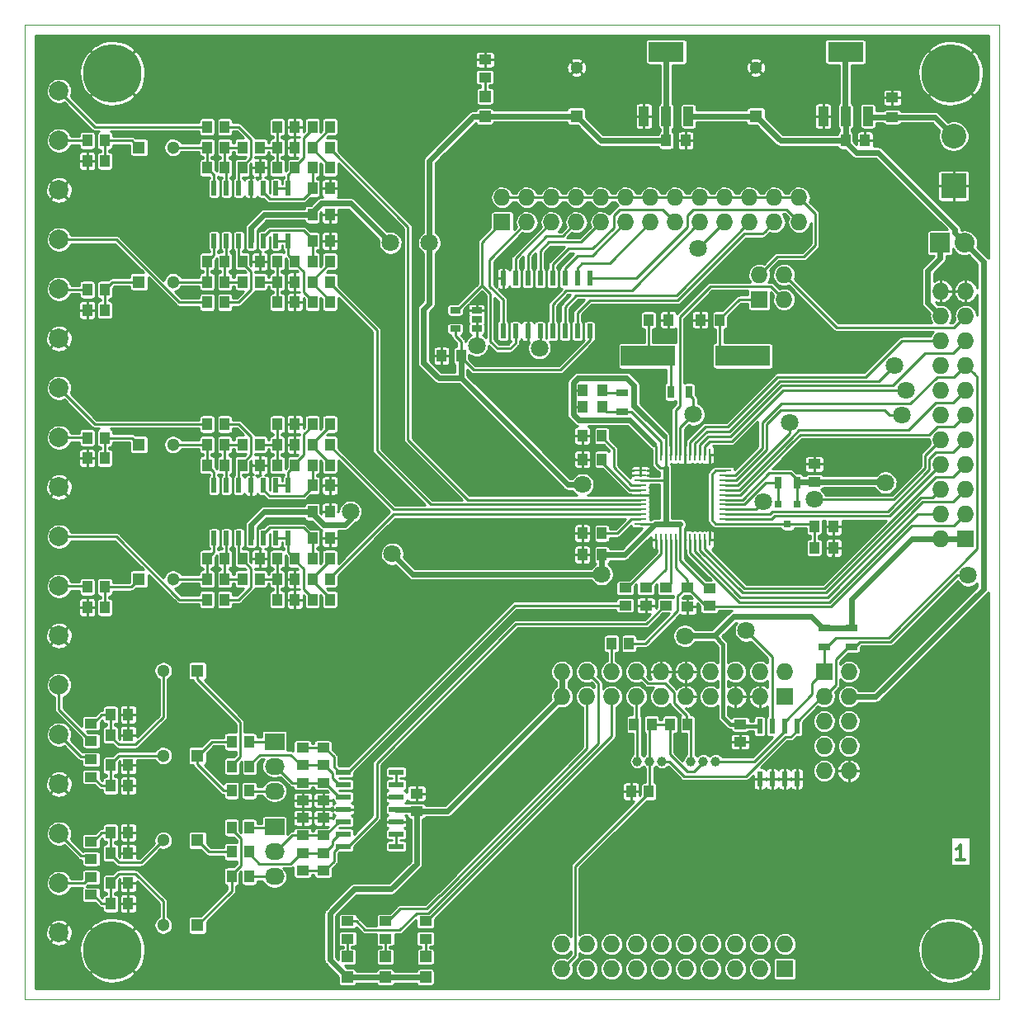
<source format=gbr>
G04 #@! TF.FileFunction,Copper,L1,Top,Signal*
%FSLAX46Y46*%
G04 Gerber Fmt 4.6, Leading zero omitted, Abs format (unit mm)*
G04 Created by KiCad (PCBNEW 4.0.2-stable) date Montag, 25. April 2016 19:54:46*
%MOMM*%
G01*
G04 APERTURE LIST*
%ADD10C,0.100000*%
%ADD11C,0.300000*%
%ADD12R,0.600000X1.500000*%
%ADD13R,1.727200X1.727200*%
%ADD14O,1.727200X1.727200*%
%ADD15R,1.000000X1.250000*%
%ADD16R,0.250000X1.300000*%
%ADD17R,1.300000X0.250000*%
%ADD18R,0.700000X1.300000*%
%ADD19R,0.800100X0.800100*%
%ADD20R,0.600000X1.550000*%
%ADD21R,1.300000X0.700000*%
%ADD22R,2.540000X2.540000*%
%ADD23C,2.540000*%
%ADD24R,1.250000X1.000000*%
%ADD25R,3.657600X2.032000*%
%ADD26R,1.016000X2.032000*%
%ADD27R,2.032000X2.032000*%
%ADD28O,2.032000X2.032000*%
%ADD29R,1.060000X0.650000*%
%ADD30C,1.300000*%
%ADD31R,1.300000X1.300000*%
%ADD32R,1.500000X0.600000*%
%ADD33R,2.032000X1.727200*%
%ADD34O,2.032000X1.727200*%
%ADD35C,2.000000*%
%ADD36R,1.000000X1.300000*%
%ADD37R,1.300000X1.000000*%
%ADD38C,6.000000*%
%ADD39R,5.600700X2.100580*%
%ADD40R,1.198880X1.198880*%
%ADD41C,1.000000*%
%ADD42C,1.800000*%
%ADD43C,0.250000*%
%ADD44C,0.600000*%
%ADD45C,0.400000*%
G04 APERTURE END LIST*
D10*
D11*
X196428572Y-135678571D02*
X195571429Y-135678571D01*
X196000001Y-135678571D02*
X196000001Y-134178571D01*
X195857144Y-134392857D01*
X195714286Y-134535714D01*
X195571429Y-134607143D01*
D10*
X200000000Y-150000000D02*
X200000000Y-50000000D01*
X100000000Y-150000000D02*
X200000000Y-150000000D01*
X100000000Y-50000000D02*
X200000000Y-50000000D01*
X100000000Y-150000000D02*
X100000000Y-50000000D01*
D12*
X157945000Y-76050000D03*
X156675000Y-76050000D03*
X155405000Y-76050000D03*
X154135000Y-76050000D03*
X152865000Y-76050000D03*
X151595000Y-76050000D03*
X150325000Y-76050000D03*
X149055000Y-76050000D03*
X149055000Y-81450000D03*
X150325000Y-81450000D03*
X151595000Y-81450000D03*
X152865000Y-81450000D03*
X154135000Y-81450000D03*
X155405000Y-81450000D03*
X156675000Y-81450000D03*
X157945000Y-81450000D03*
D13*
X148966000Y-70285732D03*
D14*
X148966000Y-67745732D03*
X151506000Y-70285732D03*
X151506000Y-67745732D03*
X154046000Y-70285732D03*
X154046000Y-67745732D03*
X156586000Y-70285732D03*
X156586000Y-67745732D03*
X159126000Y-70285732D03*
X159126000Y-67745732D03*
X161666000Y-70285732D03*
X161666000Y-67745732D03*
X164206000Y-70285732D03*
X164206000Y-67745732D03*
X166746000Y-70285732D03*
X166746000Y-67745732D03*
X169286000Y-70285732D03*
X169286000Y-67745732D03*
X171826000Y-70285732D03*
X171826000Y-67745732D03*
X174366000Y-70285732D03*
X174366000Y-67745732D03*
X176906000Y-70285732D03*
X176906000Y-67745732D03*
X179446000Y-70285732D03*
X179446000Y-67745732D03*
D15*
X164000000Y-80300000D03*
X166000000Y-80300000D03*
X171300000Y-80300000D03*
X169300000Y-80300000D03*
D16*
X164750000Y-102850000D03*
X165250000Y-102850000D03*
X165750000Y-102850000D03*
X166250000Y-102850000D03*
X166750000Y-102850000D03*
X167250000Y-102850000D03*
X167750000Y-102850000D03*
X168250000Y-102850000D03*
X168750000Y-102850000D03*
X169250000Y-102850000D03*
X169750000Y-102850000D03*
X170250000Y-102850000D03*
D17*
X171850000Y-101250000D03*
X171850000Y-100750000D03*
X171850000Y-100250000D03*
X171850000Y-99750000D03*
X171850000Y-99250000D03*
X171850000Y-98750000D03*
X171850000Y-98250000D03*
X171850000Y-97750000D03*
X171850000Y-97250000D03*
X171850000Y-96750000D03*
X171850000Y-96250000D03*
X171850000Y-95750000D03*
D16*
X170250000Y-94150000D03*
X169750000Y-94150000D03*
X169250000Y-94150000D03*
X168750000Y-94150000D03*
X168250000Y-94150000D03*
X167750000Y-94150000D03*
X167250000Y-94150000D03*
X166750000Y-94150000D03*
X166250000Y-94150000D03*
X165750000Y-94150000D03*
X165250000Y-94150000D03*
X164750000Y-94150000D03*
D17*
X163150000Y-95750000D03*
X163150000Y-96250000D03*
X163150000Y-96750000D03*
X163150000Y-97250000D03*
X163150000Y-97750000D03*
X163150000Y-98250000D03*
X163150000Y-98750000D03*
X163150000Y-99250000D03*
X163150000Y-99750000D03*
X163150000Y-100250000D03*
X163150000Y-100750000D03*
X163150000Y-101250000D03*
D13*
X175360000Y-78200000D03*
D14*
X175360000Y-75660000D03*
X177900000Y-78200000D03*
X177900000Y-75660000D03*
D13*
X182000000Y-116420000D03*
D14*
X184540000Y-116420000D03*
X182000000Y-118960000D03*
X184540000Y-118960000D03*
X182000000Y-121500000D03*
X184540000Y-121500000D03*
X182000000Y-124040000D03*
X184540000Y-124040000D03*
X182000000Y-126580000D03*
X184540000Y-126580000D03*
D18*
X168150000Y-87700000D03*
X166250000Y-87700000D03*
D15*
X159200000Y-92200000D03*
X157200000Y-92200000D03*
D13*
X196540000Y-102750000D03*
D14*
X194000000Y-102750000D03*
X196540000Y-100210000D03*
X194000000Y-100210000D03*
X196540000Y-97670000D03*
X194000000Y-97670000D03*
X196540000Y-95130000D03*
X194000000Y-95130000D03*
X196540000Y-92590000D03*
X194000000Y-92590000D03*
X196540000Y-90050000D03*
X194000000Y-90050000D03*
X196540000Y-87510000D03*
X194000000Y-87510000D03*
X196540000Y-84970000D03*
X194000000Y-84970000D03*
X196540000Y-82430000D03*
X194000000Y-82430000D03*
X196540000Y-79890000D03*
X194000000Y-79890000D03*
X196540000Y-77350000D03*
X194000000Y-77350000D03*
D19*
X179200000Y-99249240D03*
X177300000Y-99249240D03*
X178250000Y-101248220D03*
D18*
X177300000Y-97000000D03*
X179200000Y-97000000D03*
D20*
X175395000Y-127400000D03*
X176665000Y-127400000D03*
X177935000Y-127400000D03*
X179205000Y-127400000D03*
X179205000Y-122000000D03*
X177935000Y-122000000D03*
X176665000Y-122000000D03*
X175395000Y-122000000D03*
D21*
X182000000Y-113850000D03*
X182000000Y-111950000D03*
X184800000Y-113850000D03*
X184800000Y-111950000D03*
D12*
X119390000Y-72200000D03*
X120660000Y-72200000D03*
X121930000Y-72200000D03*
X123200000Y-72200000D03*
X124470000Y-72200000D03*
X125740000Y-72200000D03*
X127010000Y-72200000D03*
X127010000Y-66800000D03*
X125740000Y-66800000D03*
X124470000Y-66800000D03*
X123200000Y-66800000D03*
X121930000Y-66800000D03*
X120660000Y-66800000D03*
X119390000Y-66800000D03*
D22*
X195300000Y-66540000D03*
D23*
X195300000Y-61460000D03*
D15*
X165800000Y-61900000D03*
X167800000Y-61900000D03*
X159200000Y-104400000D03*
X157200000Y-104400000D03*
D24*
X168000000Y-107750000D03*
X168000000Y-109750000D03*
D15*
X181000000Y-103700000D03*
X183000000Y-103700000D03*
X159200000Y-102200000D03*
X157200000Y-102200000D03*
X181000000Y-101500000D03*
X183000000Y-101500000D03*
X159200000Y-94600000D03*
X157200000Y-94600000D03*
X157250000Y-89250000D03*
X159250000Y-89250000D03*
X157250000Y-87500000D03*
X159250000Y-87500000D03*
D21*
X161250000Y-87800000D03*
X161250000Y-89700000D03*
D25*
X165800000Y-52798000D03*
D26*
X165800000Y-59402000D03*
X168086000Y-59402000D03*
X163514000Y-59402000D03*
D24*
X189000000Y-59500000D03*
X189000000Y-57500000D03*
D15*
X184200000Y-61900000D03*
X186200000Y-61900000D03*
D27*
X193900000Y-72400000D03*
D28*
X196440000Y-72400000D03*
D25*
X184200000Y-52798000D03*
D26*
X184200000Y-59402000D03*
X186486000Y-59402000D03*
X181914000Y-59402000D03*
D29*
X146350000Y-81200000D03*
X146350000Y-80250000D03*
X146350000Y-79300000D03*
X144150000Y-79300000D03*
X144150000Y-81200000D03*
D15*
X144750000Y-84000000D03*
X142750000Y-84000000D03*
D30*
X114200000Y-116300000D03*
D31*
X117700000Y-116300000D03*
D30*
X114200000Y-125000000D03*
D31*
X117700000Y-125000000D03*
D30*
X114200000Y-133700000D03*
D31*
X117700000Y-133700000D03*
D30*
X114200000Y-142400000D03*
D31*
X117700000Y-142400000D03*
D30*
X115200000Y-62600000D03*
D31*
X111700000Y-62600000D03*
D30*
X115200000Y-76400000D03*
D31*
X111700000Y-76400000D03*
D30*
X115200000Y-93100000D03*
D31*
X111700000Y-93100000D03*
D30*
X115200000Y-106900000D03*
D31*
X111700000Y-106900000D03*
D32*
X138100000Y-134310000D03*
X138100000Y-133040000D03*
X138100000Y-131770000D03*
X138100000Y-130500000D03*
X138100000Y-129230000D03*
X138100000Y-127960000D03*
X138100000Y-126690000D03*
X132700000Y-126690000D03*
X132700000Y-127960000D03*
X132700000Y-129230000D03*
X132700000Y-130500000D03*
X132700000Y-131770000D03*
X132700000Y-133040000D03*
X132700000Y-134310000D03*
D12*
X119390000Y-102700000D03*
X120660000Y-102700000D03*
X121930000Y-102700000D03*
X123200000Y-102700000D03*
X124470000Y-102700000D03*
X125740000Y-102700000D03*
X127010000Y-102700000D03*
X127010000Y-97300000D03*
X125740000Y-97300000D03*
X124470000Y-97300000D03*
X123200000Y-97300000D03*
X121930000Y-97300000D03*
X120660000Y-97300000D03*
X119390000Y-97300000D03*
D33*
X125600000Y-123560000D03*
D34*
X125600000Y-126100000D03*
X125600000Y-128640000D03*
D33*
X125600000Y-132360000D03*
D34*
X125600000Y-134900000D03*
X125600000Y-137440000D03*
D35*
X103500000Y-117780000D03*
X103500000Y-122860000D03*
X103500000Y-127940000D03*
X103500000Y-133020000D03*
X103500000Y-138100000D03*
X103500000Y-143180000D03*
X103500000Y-56820000D03*
X103500000Y-61900000D03*
X103500000Y-66980000D03*
X103500000Y-72060000D03*
X103500000Y-77140000D03*
X103500000Y-82220000D03*
X103500000Y-87300000D03*
X103500000Y-92380000D03*
X103500000Y-97460000D03*
X103500000Y-102540000D03*
X103500000Y-107620000D03*
X103500000Y-112700000D03*
D36*
X131300000Y-97300000D03*
X129500000Y-97300000D03*
X129500000Y-91000000D03*
X131300000Y-91000000D03*
X125900000Y-93100000D03*
X127700000Y-93100000D03*
X118700000Y-74300000D03*
X120500000Y-74300000D03*
X118700000Y-95200000D03*
X120500000Y-95200000D03*
X118700000Y-104800000D03*
X120500000Y-104800000D03*
X129500000Y-93100000D03*
X131300000Y-93100000D03*
X129500000Y-95200000D03*
X131300000Y-95200000D03*
X127700000Y-95200000D03*
X125900000Y-95200000D03*
X125900000Y-91000000D03*
X127700000Y-91000000D03*
X106400000Y-61900000D03*
X108200000Y-61900000D03*
X108200000Y-64000000D03*
X106400000Y-64000000D03*
X118700000Y-60500000D03*
X120500000Y-60500000D03*
X122300000Y-64700000D03*
X124100000Y-64700000D03*
X118700000Y-76400000D03*
X120500000Y-76400000D03*
X122300000Y-76400000D03*
X124100000Y-76400000D03*
X106400000Y-77200000D03*
X108200000Y-77200000D03*
X108200000Y-79300000D03*
X106400000Y-79300000D03*
X118700000Y-78500000D03*
X120500000Y-78500000D03*
X122300000Y-74300000D03*
X124100000Y-74300000D03*
X118700000Y-93100000D03*
X120500000Y-93100000D03*
X122300000Y-93100000D03*
X124100000Y-93100000D03*
X106400000Y-92400000D03*
X108200000Y-92400000D03*
X108200000Y-94500000D03*
X106400000Y-94500000D03*
X118700000Y-91000000D03*
X120500000Y-91000000D03*
X122300000Y-95200000D03*
X124100000Y-95200000D03*
X118700000Y-106900000D03*
X120500000Y-106900000D03*
X122300000Y-106900000D03*
X124100000Y-106900000D03*
X106400000Y-107700000D03*
X108200000Y-107700000D03*
X108200000Y-109800000D03*
X106400000Y-109800000D03*
X118700000Y-109000000D03*
X120500000Y-109000000D03*
X122300000Y-104800000D03*
X124100000Y-104800000D03*
X131300000Y-102700000D03*
X129500000Y-102700000D03*
X129500000Y-109000000D03*
X131300000Y-109000000D03*
X125900000Y-106900000D03*
X127700000Y-106900000D03*
X129500000Y-106900000D03*
X131300000Y-106900000D03*
X129500000Y-104800000D03*
X131300000Y-104800000D03*
X127700000Y-104800000D03*
X125900000Y-104800000D03*
D37*
X170250000Y-109650000D03*
X170250000Y-107850000D03*
D36*
X125900000Y-109000000D03*
X127700000Y-109000000D03*
X131300000Y-100000000D03*
X129500000Y-100000000D03*
X118700000Y-64700000D03*
X120500000Y-64700000D03*
X118700000Y-62600000D03*
X120500000Y-62600000D03*
X122300000Y-62600000D03*
X124100000Y-62600000D03*
X131300000Y-66800000D03*
X129500000Y-66800000D03*
X131300000Y-72200000D03*
X129500000Y-72200000D03*
X129500000Y-60500000D03*
X131300000Y-60500000D03*
X129500000Y-78500000D03*
X131300000Y-78500000D03*
X129500000Y-62600000D03*
X131300000Y-62600000D03*
X129500000Y-76400000D03*
X131300000Y-76400000D03*
X129500000Y-64700000D03*
X131300000Y-64700000D03*
X129500000Y-74300000D03*
X131300000Y-74300000D03*
X127700000Y-64700000D03*
X125900000Y-64700000D03*
X127700000Y-74300000D03*
X125900000Y-74300000D03*
X125900000Y-60500000D03*
X127700000Y-60500000D03*
X125900000Y-78500000D03*
X127700000Y-78500000D03*
X125900000Y-62600000D03*
X127700000Y-62600000D03*
X125900000Y-76400000D03*
X127700000Y-76400000D03*
X131300000Y-69500000D03*
X129500000Y-69500000D03*
D38*
X109000000Y-55000000D03*
X109000000Y-145000000D03*
X195000000Y-55000000D03*
X195000000Y-145000000D03*
D37*
X163714635Y-109601055D03*
X163714635Y-107801055D03*
X161614635Y-109601055D03*
X161614635Y-107801055D03*
X165814635Y-109601055D03*
X165814635Y-107801055D03*
X173400000Y-121800000D03*
X173400000Y-123600000D03*
X181000000Y-96900000D03*
X181000000Y-95100000D03*
X130600000Y-124200000D03*
X130600000Y-126000000D03*
D36*
X110600000Y-120800000D03*
X108800000Y-120800000D03*
D37*
X128500000Y-124200000D03*
X128500000Y-126000000D03*
D36*
X110600000Y-122900000D03*
X108800000Y-122900000D03*
D37*
X106800000Y-121700000D03*
X106800000Y-123500000D03*
D36*
X123050000Y-126100000D03*
X121250000Y-126100000D03*
D37*
X106800000Y-127200000D03*
X106800000Y-125400000D03*
D36*
X123000000Y-128600000D03*
X121200000Y-128600000D03*
X110600000Y-126000000D03*
X108800000Y-126000000D03*
X123000000Y-123600000D03*
X121200000Y-123600000D03*
D37*
X128500000Y-129600000D03*
X128500000Y-127800000D03*
X128500000Y-136800000D03*
X128500000Y-135000000D03*
D36*
X110600000Y-135000000D03*
X108800000Y-135000000D03*
D37*
X106800000Y-133800000D03*
X106800000Y-135600000D03*
D36*
X123000000Y-134900000D03*
X121200000Y-134900000D03*
D37*
X106800000Y-139300000D03*
X106800000Y-137500000D03*
D36*
X123000000Y-137400000D03*
X121200000Y-137400000D03*
X110600000Y-138100000D03*
X108800000Y-138100000D03*
X123000000Y-132400000D03*
X121200000Y-132400000D03*
D37*
X128500000Y-131400000D03*
X128500000Y-133200000D03*
X140200000Y-128900000D03*
X140200000Y-130700000D03*
D36*
X110600000Y-128100000D03*
X108800000Y-128100000D03*
D37*
X130600000Y-129600000D03*
X130600000Y-127800000D03*
X130600000Y-136800000D03*
X130600000Y-135000000D03*
D36*
X110600000Y-132900000D03*
X108800000Y-132900000D03*
X110600000Y-140200000D03*
X108800000Y-140200000D03*
D37*
X130600000Y-131400000D03*
X130600000Y-133200000D03*
D39*
X163951140Y-84000000D03*
X173648860Y-84000000D03*
D31*
X175000000Y-59400000D03*
D30*
X175000000Y-54400000D03*
D31*
X156600000Y-59400000D03*
D30*
X156600000Y-54400000D03*
D40*
X141100000Y-147749020D03*
X141100000Y-145650980D03*
X133100000Y-147749020D03*
X133100000Y-145650980D03*
X137000000Y-147749020D03*
X137000000Y-145650980D03*
X147200000Y-59449020D03*
X147200000Y-57350980D03*
D13*
X177983679Y-118951537D03*
D14*
X177983679Y-116411537D03*
X175443679Y-118951537D03*
X175443679Y-116411537D03*
X172903679Y-118951537D03*
X172903679Y-116411537D03*
X170363679Y-118951537D03*
X170363679Y-116411537D03*
X167823679Y-118951537D03*
X167823679Y-116411537D03*
X165283679Y-118951537D03*
X165283679Y-116411537D03*
X162743679Y-118951537D03*
X162743679Y-116411537D03*
X160203679Y-118951537D03*
X160203679Y-116411537D03*
X157663679Y-118951537D03*
X157663679Y-116411537D03*
X155123679Y-118951537D03*
X155123679Y-116411537D03*
D13*
X177983679Y-146891537D03*
D14*
X177983679Y-144351537D03*
X175443679Y-146891537D03*
X175443679Y-144351537D03*
X172903679Y-146891537D03*
X172903679Y-144351537D03*
X170363679Y-146891537D03*
X170363679Y-144351537D03*
X167823679Y-146891537D03*
X167823679Y-144351537D03*
X165283679Y-146891537D03*
X165283679Y-144351537D03*
X162743679Y-146891537D03*
X162743679Y-144351537D03*
X160203679Y-146891537D03*
X160203679Y-144351537D03*
X157663679Y-146891537D03*
X157663679Y-144351537D03*
X155123679Y-146891537D03*
X155123679Y-144351537D03*
D41*
X169600000Y-125600000D03*
X170870000Y-125600000D03*
X168330000Y-125600000D03*
X164100000Y-125600000D03*
X165370000Y-125600000D03*
X162830000Y-125600000D03*
D36*
X160200000Y-113500000D03*
X162000000Y-113500000D03*
D37*
X141100000Y-143800000D03*
X141100000Y-142000000D03*
D36*
X168000000Y-121800000D03*
X166200000Y-121800000D03*
D37*
X133100000Y-143800000D03*
X133100000Y-142000000D03*
D36*
X162200000Y-128700000D03*
X164000000Y-128700000D03*
D37*
X137000000Y-143800000D03*
X137000000Y-142000000D03*
D36*
X164300000Y-121800000D03*
X162500000Y-121800000D03*
D37*
X147200000Y-55400000D03*
X147200000Y-53600000D03*
D42*
X181000000Y-93400000D03*
X177750000Y-105500000D03*
X137700000Y-104300000D03*
X133400000Y-100000000D03*
X137500000Y-72400000D03*
X141500000Y-72400000D03*
X157200000Y-97200000D03*
X188300000Y-97000000D03*
X167698645Y-112724467D03*
X159200000Y-106400000D03*
X178454210Y-90815895D03*
X174000000Y-112200000D03*
X168600000Y-90000000D03*
X146367787Y-82915251D03*
X169111732Y-73000000D03*
X152800000Y-83200000D03*
X181000000Y-98700000D03*
X175799938Y-98988959D03*
X196800000Y-106500000D03*
X190000000Y-90100000D03*
X190400000Y-87500000D03*
X189200000Y-85000000D03*
D43*
X181000000Y-93400000D02*
X181000000Y-95100000D01*
X183000000Y-104500000D02*
X182000000Y-105500000D01*
X182000000Y-105500000D02*
X177750000Y-105500000D01*
X183000000Y-103500000D02*
X183000000Y-104500000D01*
X129500000Y-102700000D02*
X129500000Y-104800000D01*
X124470000Y-102700000D02*
X124470000Y-102250000D01*
X125095001Y-101624999D02*
X128574999Y-101624999D01*
X124470000Y-102250000D02*
X125095001Y-101624999D01*
X128574999Y-101624999D02*
X129500000Y-102550000D01*
X129500000Y-102550000D02*
X129500000Y-102700000D01*
X129500000Y-95200000D02*
X129500000Y-97300000D01*
X124470000Y-97300000D02*
X124470000Y-97750000D01*
X124470000Y-97750000D02*
X125095001Y-98375001D01*
X129500000Y-97450000D02*
X129500000Y-97300000D01*
X125095001Y-98375001D02*
X128574999Y-98375001D01*
X128574999Y-98375001D02*
X129500000Y-97450000D01*
X129500000Y-106900000D02*
X129500000Y-107050000D01*
X129500000Y-107050000D02*
X131300000Y-108850000D01*
X131300000Y-108850000D02*
X131300000Y-109000000D01*
X129500000Y-106900000D02*
X129500000Y-106750000D01*
X129500000Y-106750000D02*
X131300000Y-104950000D01*
X131300000Y-104950000D02*
X131300000Y-104800000D01*
X129500000Y-93100000D02*
X129500000Y-92950000D01*
X129500000Y-92950000D02*
X131300000Y-91150000D01*
X131300000Y-91150000D02*
X131300000Y-91000000D01*
X129500000Y-93100000D02*
X129500000Y-93250000D01*
X129500000Y-93250000D02*
X131300000Y-95050000D01*
X131300000Y-95050000D02*
X131300000Y-95200000D01*
D44*
X155700000Y-97200000D02*
X157200000Y-97200000D01*
X133100000Y-147749020D02*
X133099158Y-147749020D01*
X133099158Y-147749020D02*
X131300000Y-145949862D01*
X131300000Y-145949862D02*
X131300000Y-141200000D01*
X131300000Y-141200000D02*
X133800000Y-138700000D01*
X140200000Y-136100000D02*
X140200000Y-131800000D01*
X133800000Y-138700000D02*
X137600000Y-138700000D01*
X137600000Y-138700000D02*
X140200000Y-136100000D01*
X140200000Y-131800000D02*
X140200000Y-130700000D01*
X142200000Y-63249580D02*
X146000560Y-59449020D01*
X141500000Y-72400000D02*
X141500000Y-63949580D01*
X141500000Y-63949580D02*
X142200000Y-63249580D01*
X140900000Y-79200000D02*
X141500000Y-78600000D01*
X141500000Y-78600000D02*
X141500000Y-72400000D01*
X140900000Y-84700000D02*
X140900000Y-79200000D01*
X129500000Y-100000000D02*
X129500000Y-100150000D01*
X129500000Y-100150000D02*
X130650000Y-101300000D01*
X130650000Y-101300000D02*
X132800000Y-101300000D01*
X132800000Y-101300000D02*
X133400000Y-100700000D01*
X133400000Y-100700000D02*
X133400000Y-100000000D01*
X137700000Y-104300000D02*
X139800000Y-106400000D01*
D43*
X176395063Y-96024999D02*
X178100000Y-96024999D01*
X178100000Y-96024999D02*
X178524999Y-96024999D01*
X178524999Y-96024999D02*
X179200000Y-96700000D01*
X179200000Y-96700000D02*
X179200000Y-97000000D01*
D44*
X181000000Y-96900000D02*
X179300000Y-96900000D01*
X179300000Y-96900000D02*
X179200000Y-97000000D01*
X181000000Y-96900000D02*
X188200000Y-96900000D01*
X188200000Y-96900000D02*
X188300000Y-97000000D01*
X149600000Y-106400000D02*
X159200000Y-106400000D01*
X149600000Y-106400000D02*
X139800000Y-106400000D01*
X146000560Y-59449020D02*
X147200000Y-59449020D01*
X156600000Y-59400000D02*
X147249020Y-59400000D01*
X147249020Y-59400000D02*
X147200000Y-59449020D01*
X156600000Y-59400000D02*
X159100000Y-61900000D01*
X159100000Y-61900000D02*
X165800000Y-61900000D01*
X165800000Y-59402000D02*
X165800000Y-61900000D01*
X165800000Y-59402000D02*
X165800000Y-52798000D01*
X129500000Y-69500000D02*
X129500000Y-69249998D01*
X133449999Y-68349999D02*
X137500000Y-72400000D01*
X129500000Y-69249998D02*
X130399999Y-68349999D01*
X130399999Y-68349999D02*
X133449999Y-68349999D01*
X142450000Y-86250000D02*
X140900000Y-84700000D01*
X144750000Y-86250000D02*
X142450000Y-86250000D01*
X155700000Y-97200000D02*
X144750000Y-86250000D01*
X144750000Y-86250000D02*
X144750000Y-84000000D01*
X129500000Y-100000000D02*
X129500000Y-99749998D01*
X185300000Y-108450000D02*
X188600000Y-105150000D01*
X194000000Y-102750000D02*
X191000000Y-102750000D01*
X191000000Y-102750000D02*
X188600000Y-105150000D01*
X177000000Y-110750000D02*
X179100000Y-110750000D01*
X181850000Y-111950000D02*
X180650000Y-110750000D01*
X180650000Y-110750000D02*
X179100000Y-110750000D01*
X182000000Y-111950000D02*
X181850000Y-111950000D01*
X184800000Y-108950000D02*
X185300000Y-108450000D01*
X184800000Y-111950000D02*
X184800000Y-108950000D01*
X184800000Y-111950000D02*
X182000000Y-111950000D01*
X155123679Y-118951537D02*
X155123679Y-116411537D01*
X140200000Y-130700000D02*
X143375216Y-130700000D01*
X143375216Y-130700000D02*
X155123679Y-118951537D01*
X133100000Y-147749020D02*
X131949999Y-146599019D01*
X137000000Y-147749020D02*
X133100000Y-147749020D01*
X141100000Y-147749020D02*
X137000000Y-147749020D01*
D45*
X175395000Y-122000000D02*
X173600000Y-122000000D01*
X173600000Y-122000000D02*
X173400000Y-121800000D01*
X173400000Y-121800000D02*
X172350000Y-121800000D01*
X171640078Y-113622272D02*
X170729828Y-112712022D01*
X172350000Y-121800000D02*
X171640078Y-121090078D01*
X171640078Y-121090078D02*
X171640078Y-113622272D01*
D43*
X144750000Y-84000000D02*
X144750000Y-84134579D01*
X144750000Y-84134579D02*
X146015421Y-85400000D01*
X146015421Y-85400000D02*
X154945000Y-85400000D01*
X154945000Y-85400000D02*
X157945000Y-82400000D01*
X157945000Y-82400000D02*
X157945000Y-81450000D01*
X173670062Y-98750000D02*
X176395063Y-96024999D01*
X171850000Y-98750000D02*
X173670062Y-98750000D01*
D44*
X164800000Y-101250000D02*
X164674998Y-101250000D01*
X164674998Y-101250000D02*
X161524998Y-104400000D01*
X164800000Y-101250000D02*
X165800000Y-101250000D01*
X165800000Y-101250000D02*
X167251555Y-101250000D01*
X165750000Y-100174998D02*
X165750000Y-101200000D01*
X165750000Y-101200000D02*
X165800000Y-101250000D01*
D43*
X163150000Y-101250000D02*
X164800000Y-101250000D01*
D44*
X159200000Y-104400000D02*
X161524998Y-104400000D01*
X165750000Y-100174998D02*
X165750000Y-95470002D01*
X159200000Y-104400000D02*
X159200000Y-106400000D01*
X129500000Y-100000000D02*
X124550000Y-100000000D01*
X124550000Y-100000000D02*
X123200000Y-101350000D01*
X123200000Y-101350000D02*
X123200000Y-102700000D01*
X129500000Y-69500000D02*
X124550000Y-69500000D01*
X124550000Y-69500000D02*
X123200000Y-70850000D01*
X123200000Y-70850000D02*
X123200000Y-72200000D01*
X138100000Y-130500000D02*
X140000000Y-130500000D01*
X140000000Y-130500000D02*
X140200000Y-130700000D01*
X156250000Y-87500000D02*
X156250000Y-86750000D01*
X156250000Y-86750000D02*
X156750000Y-86250000D01*
X156750000Y-86250000D02*
X161750000Y-86250000D01*
X162500000Y-89116103D02*
X164000000Y-90616104D01*
X161750000Y-86250000D02*
X162500000Y-87000000D01*
X162500000Y-87000000D02*
X162500000Y-89116103D01*
X164000000Y-90616104D02*
X165566948Y-92183052D01*
X156250000Y-89250000D02*
X156250000Y-90000000D01*
X156250000Y-90000000D02*
X156835725Y-90585725D01*
X156835725Y-90585725D02*
X162085725Y-90585725D01*
X162085725Y-90585725D02*
X163000000Y-91500000D01*
X163000000Y-91500000D02*
X164500000Y-93000000D01*
D43*
X165750000Y-94150000D02*
X165750000Y-92366104D01*
X165750000Y-92366104D02*
X165566948Y-92183052D01*
X164500000Y-93000000D02*
X164750000Y-93250000D01*
X164750000Y-93250000D02*
X164750000Y-94150000D01*
D44*
X156250000Y-87500000D02*
X156250000Y-89250000D01*
D43*
X157250000Y-89250000D02*
X156250000Y-89250000D01*
X157250000Y-87500000D02*
X156250000Y-87500000D01*
X143942591Y-81200000D02*
X144150000Y-81200000D01*
X144150000Y-81900000D02*
X144750000Y-82500000D01*
X144750000Y-82500000D02*
X144750000Y-84000000D01*
X144150000Y-81200000D02*
X144150000Y-81900000D01*
D44*
X167698645Y-112724467D02*
X167686200Y-112712022D01*
X167711090Y-112712022D02*
X170729828Y-112712022D01*
X172691850Y-110750000D02*
X177000000Y-110750000D01*
X167698645Y-112724467D02*
X167711090Y-112712022D01*
X170729828Y-112712022D02*
X172691850Y-110750000D01*
X194000000Y-102750000D02*
X196540000Y-102750000D01*
X193950000Y-102800000D02*
X194000000Y-102750000D01*
D43*
X167250000Y-102850000D02*
X167250000Y-101251555D01*
X167250000Y-101251555D02*
X167251555Y-101250000D01*
X165750000Y-96735545D02*
X165750000Y-95470002D01*
X165750000Y-95470002D02*
X165750000Y-94150000D01*
X164750000Y-94150000D02*
X164750000Y-95050000D01*
X164750000Y-95050000D02*
X165170002Y-95470002D01*
X165170002Y-95470002D02*
X165750000Y-95470002D01*
X165735545Y-96750000D02*
X165750000Y-96735545D01*
X163150000Y-96750000D02*
X165735545Y-96750000D01*
X179200000Y-97000000D02*
X179200000Y-99249240D01*
X170250000Y-107800000D02*
X170038223Y-107800000D01*
X170038223Y-107800000D02*
X167250000Y-105011777D01*
X167250000Y-105011777D02*
X167250000Y-103750000D01*
X167250000Y-103750000D02*
X167250000Y-102850000D01*
X178250000Y-101248220D02*
X180998220Y-101248220D01*
X180998220Y-101248220D02*
X181000000Y-101250000D01*
X171850000Y-101250000D02*
X178248220Y-101250000D01*
X178248220Y-101250000D02*
X178250000Y-101248220D01*
X171850000Y-95750000D02*
X170867503Y-95750000D01*
X170867503Y-95750000D02*
X170481737Y-96135766D01*
X170481737Y-96135766D02*
X170481737Y-100862877D01*
X170481737Y-100862877D02*
X170868860Y-101250000D01*
X170868860Y-101250000D02*
X171850000Y-101250000D01*
X181000000Y-103500000D02*
X181000000Y-101250000D01*
X171851780Y-101248220D02*
X171850000Y-101250000D01*
X160800000Y-102200000D02*
X159200000Y-102200000D01*
X163150000Y-100750000D02*
X162250000Y-100750000D01*
X162250000Y-100750000D02*
X160800000Y-102200000D01*
X163150000Y-97750000D02*
X162056855Y-97750000D01*
X162056855Y-97750000D02*
X159200000Y-94893145D01*
X159200000Y-94893145D02*
X159200000Y-94600000D01*
X160400000Y-93525000D02*
X160400000Y-95400000D01*
X160400000Y-95400000D02*
X162250000Y-97250000D01*
X162250000Y-97250000D02*
X163150000Y-97250000D01*
X159200000Y-92200000D02*
X159200000Y-92325000D01*
X159200000Y-92325000D02*
X160400000Y-93525000D01*
X129500000Y-64700000D02*
X129500000Y-66800000D01*
X129500000Y-66800000D02*
X129500000Y-66950000D01*
X129500000Y-66950000D02*
X128574999Y-67875001D01*
X128574999Y-67875001D02*
X125095001Y-67875001D01*
X125095001Y-67875001D02*
X124470000Y-67250000D01*
X124470000Y-67250000D02*
X124470000Y-66800000D01*
X124470000Y-72200000D02*
X124470000Y-71750000D01*
X129500000Y-72050000D02*
X129500000Y-72200000D01*
X124470000Y-71750000D02*
X125095001Y-71124999D01*
X125095001Y-71124999D02*
X128574999Y-71124999D01*
X128574999Y-71124999D02*
X129500000Y-72050000D01*
X129500000Y-72200000D02*
X129500000Y-74300000D01*
X129500000Y-60500000D02*
X129500000Y-60700000D01*
X129500000Y-60700000D02*
X128600000Y-61600000D01*
X128600000Y-63650000D02*
X127700000Y-64550000D01*
X128600000Y-61600000D02*
X128600000Y-63650000D01*
X127700000Y-64550000D02*
X127700000Y-64700000D01*
X127010000Y-66800000D02*
X127010000Y-65390000D01*
X127010000Y-65390000D02*
X127700000Y-64700000D01*
X125740000Y-66800000D02*
X127010000Y-66800000D01*
X129500000Y-62600000D02*
X129500000Y-62750000D01*
X129500000Y-62750000D02*
X131300000Y-64550000D01*
X131300000Y-64550000D02*
X131300000Y-64700000D01*
X129500000Y-62400000D02*
X129550000Y-62400000D01*
X129550000Y-62400000D02*
X131300000Y-60650000D01*
X131300000Y-60650000D02*
X131300000Y-60500000D01*
X129500000Y-62600000D02*
X129500000Y-62400000D01*
X125740000Y-72200000D02*
X127010000Y-72200000D01*
X127010000Y-72200000D02*
X127010000Y-73610000D01*
X127010000Y-73610000D02*
X127700000Y-74300000D01*
X128600000Y-77450000D02*
X128600000Y-75350000D01*
X128600000Y-75350000D02*
X127700000Y-74450000D01*
X127700000Y-74450000D02*
X127700000Y-74300000D01*
X129500000Y-78500000D02*
X129500000Y-78350000D01*
X129500000Y-78350000D02*
X128600000Y-77450000D01*
X129500000Y-76400000D02*
X129500000Y-76550000D01*
X129500000Y-76550000D02*
X131300000Y-78350000D01*
X131300000Y-78350000D02*
X131300000Y-78500000D01*
X129500000Y-76200000D02*
X129550000Y-76200000D01*
X129550000Y-76200000D02*
X131300000Y-74450000D01*
X131300000Y-74450000D02*
X131300000Y-74300000D01*
X129500000Y-76400000D02*
X129500000Y-76200000D01*
X175360000Y-78200000D02*
X173275000Y-78200000D01*
X173275000Y-78200000D02*
X171300000Y-80175000D01*
X171300000Y-80175000D02*
X171300000Y-80300000D01*
X171300000Y-80475000D02*
X171300000Y-80600000D01*
X171300000Y-80300000D02*
X171300000Y-83300000D01*
X171300000Y-83600000D02*
X172000000Y-84300000D01*
X172000000Y-84300000D02*
X173648860Y-84300000D01*
X164000000Y-80300000D02*
X164000000Y-83951140D01*
X164000000Y-84251140D02*
X163951140Y-84300000D01*
X166250000Y-87700000D02*
X166250000Y-84550000D01*
X165700000Y-84300000D02*
X163951140Y-84300000D01*
X166250000Y-84850000D02*
X165700000Y-84300000D01*
X166250000Y-88000000D02*
X166250000Y-87700000D01*
X165250000Y-102850000D02*
X165250000Y-104315690D01*
X165250000Y-104315690D02*
X161764635Y-107801055D01*
X161764635Y-107801055D02*
X161614635Y-107801055D01*
X165750000Y-102850000D02*
X165750000Y-105915690D01*
X165750000Y-105915690D02*
X163864635Y-107801055D01*
X163864635Y-107801055D02*
X163714635Y-107801055D01*
X166250000Y-102850000D02*
X166250000Y-107365690D01*
X166250000Y-107365690D02*
X165814635Y-107801055D01*
X173806472Y-99250000D02*
X176056472Y-97000000D01*
X171850000Y-99250000D02*
X173806472Y-99250000D01*
X176056472Y-97000000D02*
X176700000Y-97000000D01*
X176700000Y-97000000D02*
X177300000Y-97000000D01*
X177300000Y-97000000D02*
X177300000Y-99249240D01*
X176665000Y-122000000D02*
X176665000Y-114865000D01*
X176665000Y-114865000D02*
X174000000Y-112200000D01*
X178454210Y-90815895D02*
X178454210Y-91941309D01*
X178454210Y-91941309D02*
X173145519Y-97250000D01*
X173145519Y-97250000D02*
X171850000Y-97250000D01*
X168150000Y-87950000D02*
X168600000Y-88400000D01*
X168600000Y-88400000D02*
X168600000Y-88900000D01*
X168150000Y-87700000D02*
X168150000Y-87950000D01*
X168600000Y-88900000D02*
X168600000Y-88727208D01*
X168600000Y-90000000D02*
X168600000Y-88900000D01*
X168600000Y-88900000D02*
X168600000Y-88700000D01*
X167250000Y-92300000D02*
X167250000Y-91911493D01*
X167250000Y-94150000D02*
X167250000Y-92300000D01*
X167250000Y-92300000D02*
X167250000Y-91350000D01*
X167250000Y-91350000D02*
X168600000Y-90000000D01*
X146367787Y-82915251D02*
X146367787Y-82367787D01*
X146367787Y-82367787D02*
X146350000Y-82350000D01*
X146350000Y-82350000D02*
X146350000Y-81200000D01*
X146350000Y-80250000D02*
X146350000Y-81200000D01*
X166750000Y-94150000D02*
X166750000Y-89550000D01*
X166750000Y-89550000D02*
X167200000Y-89100000D01*
X167200000Y-80000000D02*
X170351399Y-76848601D01*
X167200000Y-89100000D02*
X167200000Y-80000000D01*
X170351399Y-76848601D02*
X176548601Y-76848601D01*
X176548601Y-76848601D02*
X177900000Y-78200000D01*
X163150000Y-100250000D02*
X137800000Y-100250000D01*
X137800000Y-100250000D02*
X131300000Y-106750000D01*
X131300000Y-106750000D02*
X131300000Y-106900000D01*
X131300000Y-107050000D02*
X131300000Y-106900000D01*
X132550000Y-94500000D02*
X131300000Y-93250000D01*
X163150000Y-99750000D02*
X137800000Y-99750000D01*
X137800000Y-99750000D02*
X132550000Y-94500000D01*
X131300000Y-93250000D02*
X131300000Y-93100000D01*
X163150000Y-99250000D02*
X141650000Y-99250000D01*
X141650000Y-99250000D02*
X136100000Y-93700000D01*
X136100000Y-93700000D02*
X136100000Y-81350000D01*
X136100000Y-81350000D02*
X131300000Y-76550000D01*
X131300000Y-76550000D02*
X131300000Y-76400000D01*
D44*
X193900000Y-72400000D02*
X193900000Y-74016000D01*
X193900000Y-74016000D02*
X192636399Y-75279601D01*
X192636399Y-75279601D02*
X192636399Y-78526399D01*
X192636399Y-78526399D02*
X194000000Y-79890000D01*
D43*
X177220000Y-73800000D02*
X179950000Y-73800000D01*
X179950000Y-73800000D02*
X181083696Y-72666304D01*
X175360000Y-75660000D02*
X177220000Y-73800000D01*
X159126000Y-67745732D02*
X161666000Y-67745732D01*
X156586000Y-67745732D02*
X157807314Y-67745732D01*
X157807314Y-67745732D02*
X159126000Y-67745732D01*
X154046000Y-67745732D02*
X155267314Y-67745732D01*
X155267314Y-67745732D02*
X156586000Y-67745732D01*
X151506000Y-67745732D02*
X152727314Y-67745732D01*
X152727314Y-67745732D02*
X154046000Y-67745732D01*
X148966000Y-67745732D02*
X150187314Y-67745732D01*
X150187314Y-67745732D02*
X151506000Y-67745732D01*
X164206000Y-67745732D02*
X161666000Y-67745732D01*
X166746000Y-67745732D02*
X164206000Y-67745732D01*
X169286000Y-67745732D02*
X166746000Y-67745732D01*
X171826000Y-67745732D02*
X170604686Y-67745732D01*
X170604686Y-67745732D02*
X169286000Y-67745732D01*
X174366000Y-67745732D02*
X171826000Y-67745732D01*
X176906000Y-67745732D02*
X174366000Y-67745732D01*
X179446000Y-67745732D02*
X176906000Y-67745732D01*
X181083696Y-69375003D02*
X181075271Y-69375003D01*
X181075271Y-69375003D02*
X179446000Y-67745732D01*
X181083696Y-72666304D02*
X181083696Y-69375003D01*
X176912000Y-67739732D02*
X176906000Y-67745732D01*
X174106000Y-67739732D02*
X174112000Y-67745732D01*
X168600000Y-69000000D02*
X178160268Y-69000000D01*
X178160268Y-69000000D02*
X179446000Y-70285732D01*
X168000000Y-69600000D02*
X168600000Y-69000000D01*
X168000000Y-70800000D02*
X168000000Y-69600000D01*
X162750000Y-76050000D02*
X168000000Y-70800000D01*
X157945000Y-76050000D02*
X162750000Y-76050000D01*
X156675000Y-76050000D02*
X156675000Y-75005000D01*
X156675000Y-75005000D02*
X157166300Y-74513700D01*
X157166300Y-74513700D02*
X159978032Y-74513700D01*
X159978032Y-74513700D02*
X164206000Y-70285732D01*
X155405000Y-76050000D02*
X155405000Y-75005000D01*
X155405000Y-75005000D02*
X156718839Y-73691161D01*
X156718839Y-73691161D02*
X158260571Y-73691161D01*
X158260571Y-73691161D02*
X161666000Y-70285732D01*
X161000000Y-69000000D02*
X165460268Y-69000000D01*
X165460268Y-69000000D02*
X166746000Y-70285732D01*
X160400000Y-69600000D02*
X161000000Y-69000000D01*
X160400000Y-70850000D02*
X160400000Y-69600000D01*
X158250000Y-73000000D02*
X160400000Y-70850000D01*
X155750000Y-73000000D02*
X158250000Y-73000000D01*
X154135000Y-74615000D02*
X155750000Y-73000000D01*
X154135000Y-76050000D02*
X154135000Y-74615000D01*
X152865000Y-76050000D02*
X152865000Y-73189045D01*
X152865000Y-73189045D02*
X153733770Y-72320275D01*
X153733770Y-72320275D02*
X157091457Y-72320275D01*
X157091457Y-72320275D02*
X159126000Y-70285732D01*
X151595000Y-76050000D02*
X151595000Y-73622982D01*
X151595000Y-73622982D02*
X153519738Y-71698244D01*
X153519738Y-71698244D02*
X155173488Y-71698244D01*
X155173488Y-71698244D02*
X156586000Y-70285732D01*
X150325000Y-76050000D02*
X150325000Y-74006732D01*
X150325000Y-74006732D02*
X154046000Y-70285732D01*
X149055000Y-81450000D02*
X149055000Y-78226722D01*
X149055000Y-78226722D02*
X147672000Y-76843722D01*
X147672000Y-76843722D02*
X147672000Y-74119732D01*
X147672000Y-74119732D02*
X151506000Y-70285732D01*
X152865000Y-81450000D02*
X152865000Y-83135000D01*
X152865000Y-83135000D02*
X152800000Y-83200000D01*
X171826000Y-70285732D02*
X169111732Y-73000000D01*
X155546000Y-77277000D02*
X154135000Y-78688000D01*
X154135000Y-78688000D02*
X154135000Y-81450000D01*
X162294732Y-77277000D02*
X155546000Y-77277000D01*
X169286000Y-70285732D02*
X162294732Y-77277000D01*
X174366000Y-70285732D02*
X166884557Y-77767175D01*
X166884557Y-77767175D02*
X156579825Y-77767175D01*
X156579825Y-77767175D02*
X155405000Y-78942000D01*
X155405000Y-78942000D02*
X155405000Y-81450000D01*
X156675000Y-81450000D02*
X156675000Y-79577000D01*
X156675000Y-79577000D02*
X157946129Y-78305871D01*
X175717399Y-71474333D02*
X175900000Y-71291732D01*
X157946129Y-78305871D02*
X166982271Y-78305871D01*
X166982271Y-78305871D02*
X173813809Y-71474333D01*
X173813809Y-71474333D02*
X175717399Y-71474333D01*
X175900000Y-71291732D02*
X176906000Y-70285732D01*
D44*
X196440000Y-72400000D02*
X195424001Y-71384001D01*
X195424001Y-71384001D02*
X195424001Y-70991999D01*
X195424001Y-70991999D02*
X187557002Y-63125000D01*
X187557002Y-63125000D02*
X185300000Y-63125000D01*
X185300000Y-63125000D02*
X184200000Y-62025000D01*
X184200000Y-62025000D02*
X184200000Y-61900000D01*
X198353611Y-104030286D02*
X198353611Y-77900000D01*
X198353611Y-77900000D02*
X198353611Y-74313611D01*
X198353611Y-74313611D02*
X196440000Y-72400000D01*
X184540000Y-118960000D02*
X187312002Y-118960000D01*
X187312002Y-118960000D02*
X198353611Y-107918391D01*
X198353611Y-107918391D02*
X198353611Y-104030286D01*
X175000000Y-59400000D02*
X168088000Y-59400000D01*
X168088000Y-59400000D02*
X168086000Y-59402000D01*
X175000000Y-59400000D02*
X177500000Y-61900000D01*
X177500000Y-61900000D02*
X184200000Y-61900000D01*
X184200000Y-59402000D02*
X184200000Y-61900000D01*
X184180000Y-59980000D02*
X184180000Y-59472000D01*
X184180000Y-52868000D02*
X185178000Y-52868000D01*
X183282000Y-52868000D02*
X184180000Y-52868000D01*
X184180000Y-56420000D02*
X184180000Y-52868000D01*
X184180000Y-59472000D02*
X184180000Y-56420000D01*
X184230000Y-52818000D02*
X184180000Y-52868000D01*
X195300000Y-61460000D02*
X193340000Y-59500000D01*
X193340000Y-59500000D02*
X189000000Y-59500000D01*
X188990000Y-59460000D02*
X188980000Y-59470000D01*
X189105000Y-59470000D02*
X188980000Y-59470000D01*
X186466000Y-59472000D02*
X188978000Y-59472000D01*
X188978000Y-59472000D02*
X188980000Y-59470000D01*
D43*
X147750000Y-82500000D02*
X147750000Y-77627153D01*
X147750000Y-77627153D02*
X146879948Y-76757101D01*
X148500000Y-83250000D02*
X147750000Y-82500000D01*
X149750000Y-83250000D02*
X148500000Y-83250000D01*
X150325000Y-82675000D02*
X149750000Y-83250000D01*
X150325000Y-81450000D02*
X150325000Y-82675000D01*
X144150000Y-79300000D02*
X144337049Y-79300000D01*
X144337049Y-79300000D02*
X146879948Y-76757101D01*
X146879948Y-76757101D02*
X146879948Y-72371784D01*
X146879948Y-72371784D02*
X148966000Y-70285732D01*
X163150000Y-98750000D02*
X145450000Y-98750000D01*
X145450000Y-98750000D02*
X139300000Y-92600000D01*
X139300000Y-92600000D02*
X139300000Y-70750000D01*
X139300000Y-70750000D02*
X131300000Y-62750000D01*
X131300000Y-62750000D02*
X131300000Y-62600000D01*
X162000000Y-98750000D02*
X163150000Y-98750000D01*
X170250000Y-109700000D02*
X181000000Y-109700000D01*
X182709230Y-109700000D02*
X181000000Y-109700000D01*
X191700000Y-101398601D02*
X191010629Y-101398601D01*
X191010629Y-101398601D02*
X182709230Y-109700000D01*
X191700000Y-101398601D02*
X191101399Y-101398601D01*
X193500000Y-101398601D02*
X191700000Y-101398601D01*
X195351399Y-101398601D02*
X193500000Y-101398601D01*
X167000000Y-110150692D02*
X167000000Y-108625000D01*
X167000000Y-108625000D02*
X167875000Y-107750000D01*
X167875000Y-107750000D02*
X168000000Y-107750000D01*
X162000000Y-113500000D02*
X163650692Y-113500000D01*
X163650692Y-113500000D02*
X167000000Y-110150692D01*
X196540000Y-100210000D02*
X195351399Y-101398601D01*
X170250000Y-109700000D02*
X169950000Y-109700000D01*
X169950000Y-109700000D02*
X168000000Y-107750000D01*
X168000000Y-107750000D02*
X168000000Y-107000000D01*
X168000000Y-107000000D02*
X166750000Y-105750000D01*
X166750000Y-105750000D02*
X166750000Y-103750000D01*
X166750000Y-103750000D02*
X166750000Y-102850000D01*
X161250000Y-89700000D02*
X159700000Y-89700000D01*
X159700000Y-89700000D02*
X159250000Y-89250000D01*
X162200000Y-89700000D02*
X165250000Y-92750000D01*
X165250000Y-92750000D02*
X165250000Y-94150000D01*
X161250000Y-89700000D02*
X162200000Y-89700000D01*
X161250000Y-87800000D02*
X159550000Y-87800000D01*
X159550000Y-87800000D02*
X159250000Y-87500000D01*
X194000000Y-100210000D02*
X191562820Y-100210000D01*
X191562820Y-100210000D02*
X182522831Y-109249989D01*
X173292830Y-109249989D02*
X168250000Y-104207159D01*
X182522831Y-109249989D02*
X173292830Y-109249989D01*
X168250000Y-104207159D02*
X168250000Y-102850000D01*
X192600000Y-99000000D02*
X192136410Y-99000000D01*
X192136410Y-99000000D02*
X182386411Y-108749999D01*
X168750000Y-104070749D02*
X168750000Y-102850000D01*
X182386411Y-108749999D02*
X173429251Y-108750000D01*
X173429251Y-108750000D02*
X168750000Y-104070749D01*
X192600000Y-99000000D02*
X195210000Y-99000000D01*
X192227180Y-99000000D02*
X192600000Y-99000000D01*
X195210000Y-99000000D02*
X196540000Y-97670000D01*
X194000000Y-97670000D02*
X193136401Y-98533599D01*
X193136401Y-98533599D02*
X191966401Y-98533599D01*
X191966401Y-98533599D02*
X182200011Y-108299989D01*
X182200011Y-108299989D02*
X173615650Y-108299989D01*
X173615650Y-108299989D02*
X169250000Y-103934339D01*
X169250000Y-103934339D02*
X169250000Y-102850000D01*
X173849978Y-107849978D02*
X182013612Y-107849978D01*
X196540000Y-95130000D02*
X195270000Y-96400000D01*
X169750000Y-102850000D02*
X169750000Y-103750000D01*
X195270000Y-96400000D02*
X195100000Y-96400000D01*
X169750000Y-103750000D02*
X173849978Y-107849978D01*
X193463590Y-96400000D02*
X195100000Y-96400000D01*
X182013612Y-107849978D02*
X193463590Y-96400000D01*
X171850000Y-100750000D02*
X176586410Y-100750000D01*
X176586410Y-100750000D02*
X176912109Y-100424301D01*
X176912109Y-100424301D02*
X188705699Y-100424301D01*
X188705699Y-100424301D02*
X189400000Y-99730000D01*
X189400000Y-99730000D02*
X194000000Y-95130000D01*
X195230000Y-93900000D02*
X195100000Y-93900000D01*
X179800000Y-99974291D02*
X188519299Y-99974291D01*
X193470870Y-93900000D02*
X195100000Y-93900000D01*
X188519299Y-99974291D02*
X192811399Y-95682191D01*
X192811399Y-94559471D02*
X193470870Y-93900000D01*
X192811399Y-95682191D02*
X192811399Y-94559471D01*
X179800000Y-99974291D02*
X176725709Y-99974291D01*
X179946479Y-99974291D02*
X179800000Y-99974291D01*
X196540000Y-92590000D02*
X195230000Y-93900000D01*
X176450000Y-100250000D02*
X175700000Y-100250000D01*
X176725709Y-99974291D02*
X176450000Y-100250000D01*
X175700000Y-100250000D02*
X171850000Y-100250000D01*
X189157180Y-98700000D02*
X192361389Y-95495791D01*
X192361389Y-95495791D02*
X192361389Y-94228611D01*
X192361389Y-94228611D02*
X193136401Y-93453599D01*
X193136401Y-93453599D02*
X194000000Y-92590000D01*
X181000000Y-98700000D02*
X189157180Y-98700000D01*
X175038897Y-99750000D02*
X175799938Y-98988959D01*
X171850000Y-99750000D02*
X175038897Y-99750000D01*
X178768339Y-92900000D02*
X173418339Y-98250000D01*
X195351399Y-91238601D02*
X194200000Y-91238601D01*
X179593340Y-92074999D02*
X192811399Y-92074999D01*
X178768339Y-92900000D02*
X179593340Y-92074999D01*
X192811399Y-92074999D02*
X193647797Y-91238601D01*
X193647797Y-91238601D02*
X194200000Y-91238601D01*
X196540000Y-90050000D02*
X195351399Y-91238601D01*
X173418339Y-98250000D02*
X171850000Y-98250000D01*
X185300000Y-91624989D02*
X190665881Y-91624989D01*
X183924989Y-91624989D02*
X185300000Y-91624989D01*
X178600000Y-92431929D02*
X173281929Y-97750000D01*
X185300000Y-91624989D02*
X179406940Y-91624989D01*
X179406940Y-91624989D02*
X178600000Y-92431929D01*
X194200000Y-88800000D02*
X194469130Y-88800000D01*
X193490870Y-88800000D02*
X194200000Y-88800000D01*
X194200000Y-88800000D02*
X195250000Y-88800000D01*
X195250000Y-88800000D02*
X196540000Y-87510000D01*
X190665881Y-91624989D02*
X193490870Y-88800000D01*
X196540000Y-87510000D02*
X195676401Y-88373599D01*
X173281929Y-97750000D02*
X172750000Y-97750000D01*
X172750000Y-97750000D02*
X171850000Y-97750000D01*
X196800001Y-106499999D02*
X195636411Y-106499999D01*
X195636411Y-106499999D02*
X188786400Y-113350010D01*
X188786400Y-113350010D02*
X185649990Y-113350010D01*
X185649990Y-113350010D02*
X185150000Y-113850000D01*
X185150000Y-113850000D02*
X184800000Y-113850000D01*
X171850000Y-96750000D02*
X173009109Y-96750000D01*
X173009109Y-96750000D02*
X176117598Y-93641511D01*
X176117598Y-93641511D02*
X176117598Y-90988352D01*
X176117598Y-90988352D02*
X177515056Y-89590894D01*
X177515056Y-89590894D02*
X188218102Y-89590894D01*
X188218102Y-89590894D02*
X188727208Y-90100000D01*
X188727208Y-90100000D02*
X190000000Y-90100000D01*
X183188601Y-115161399D02*
X183188601Y-117771399D01*
X184500000Y-113850000D02*
X183188601Y-115161399D01*
X183188601Y-115161399D02*
X183188601Y-115296399D01*
X183338601Y-115011399D02*
X184500000Y-113850000D01*
X184500000Y-113850000D02*
X184800000Y-113850000D01*
X182000000Y-118960000D02*
X183188601Y-117771399D01*
X179205000Y-122000000D02*
X179205000Y-121525000D01*
X179205000Y-121525000D02*
X181770000Y-118960000D01*
X181770000Y-118960000D02*
X182000000Y-118960000D01*
X174459418Y-126675580D02*
X175034998Y-126100000D01*
X175034998Y-126100000D02*
X178034997Y-123100001D01*
X174009408Y-127125590D02*
X175034998Y-126100000D01*
X165370000Y-125600000D02*
X166069580Y-125600000D01*
X166069580Y-125600000D02*
X167595170Y-127125590D01*
X167595170Y-127125590D02*
X174009408Y-127125590D01*
X178034997Y-123100001D02*
X178579999Y-123100001D01*
X178579999Y-123100001D02*
X179205000Y-122475000D01*
X179205000Y-122475000D02*
X179205000Y-122000000D01*
X182000000Y-113850000D02*
X182300000Y-113850000D01*
X183250000Y-112900000D02*
X188600000Y-112900000D01*
X182300000Y-113850000D02*
X183250000Y-112900000D01*
X188600000Y-112900000D02*
X197728601Y-103771399D01*
X197728601Y-103771399D02*
X197728601Y-86158601D01*
X197728601Y-86158601D02*
X197403599Y-85833599D01*
X197403599Y-85833599D02*
X196540000Y-84970000D01*
X175644775Y-91500000D02*
X175644775Y-90824765D01*
X175644775Y-90824765D02*
X177594541Y-88874999D01*
X190875871Y-88874999D02*
X193592269Y-86158601D01*
X177594541Y-88874999D02*
X190875871Y-88874999D01*
X193592269Y-86158601D02*
X195351399Y-86158601D01*
X175644775Y-91500000D02*
X175644775Y-93474947D01*
X182000000Y-116420000D02*
X182000000Y-115306400D01*
X182000000Y-115306400D02*
X182000000Y-113850000D01*
X177935000Y-122000000D02*
X177935000Y-121525000D01*
X177935000Y-121525000D02*
X180800000Y-118660000D01*
X180800000Y-118660000D02*
X180800000Y-117600000D01*
X180800000Y-117600000D02*
X181980000Y-116420000D01*
X181980000Y-116420000D02*
X182000000Y-116420000D01*
X170870000Y-125600000D02*
X174810000Y-125600000D01*
X174810000Y-125600000D02*
X177935000Y-122475000D01*
X177935000Y-122475000D02*
X177935000Y-122000000D01*
X196540000Y-84970000D02*
X195351399Y-86158601D01*
X175644775Y-93474947D02*
X172869722Y-96250000D01*
X172869722Y-96250000D02*
X171850000Y-96250000D01*
X177791487Y-87500000D02*
X172541487Y-92750000D01*
X190400000Y-87500000D02*
X177791487Y-87500000D01*
X172530499Y-92750000D02*
X171900000Y-92750000D01*
X171900000Y-92750000D02*
X170250000Y-92750000D01*
X172541487Y-92750000D02*
X171900000Y-92750000D01*
X170250000Y-92750000D02*
X169750000Y-93250000D01*
X169750000Y-93250000D02*
X169750000Y-94150000D01*
X195270000Y-83700000D02*
X193500000Y-83700000D01*
X169250000Y-94150000D02*
X169250000Y-93113590D01*
X170113590Y-92250000D02*
X172405077Y-92250000D01*
X169250000Y-93113590D02*
X170113590Y-92250000D01*
X172405077Y-92250000D02*
X177605087Y-87049990D01*
X177605087Y-87049990D02*
X189037008Y-87049990D01*
X189037008Y-87049990D02*
X192386998Y-83700000D01*
X192386998Y-83700000D02*
X193500000Y-83700000D01*
X196540000Y-82430000D02*
X195270000Y-83700000D01*
X189200000Y-85000000D02*
X187600020Y-86599980D01*
X187600020Y-86599980D02*
X177418687Y-86599980D01*
X177418687Y-86599980D02*
X172291487Y-91727180D01*
X170000000Y-91727180D02*
X168750000Y-92977180D01*
X172291487Y-91727180D02*
X170000000Y-91727180D01*
X168750000Y-92977180D02*
X168750000Y-94150000D01*
X176082257Y-87300000D02*
X172482257Y-90900000D01*
X186237028Y-86149970D02*
X177232287Y-86149970D01*
X177232287Y-86149970D02*
X176082257Y-87300000D01*
X194000000Y-82430000D02*
X189956998Y-82430000D01*
X189956998Y-82430000D02*
X186237028Y-86149970D01*
X170800000Y-91250000D02*
X169840770Y-91250000D01*
X171996487Y-91250000D02*
X170800000Y-91250000D01*
X170800000Y-91250000D02*
X172132257Y-91250000D01*
X172132257Y-91250000D02*
X172482257Y-90900000D01*
X169840770Y-91250000D02*
X168250000Y-92840770D01*
X168250000Y-94150000D02*
X168250000Y-92840770D01*
X168250000Y-92840770D02*
X168299991Y-92790779D01*
X196540000Y-79890000D02*
X195351399Y-81078601D01*
X183318601Y-81078601D02*
X177900000Y-75660000D01*
X195351399Y-81078601D02*
X183318601Y-81078601D01*
X125900000Y-106900000D02*
X125900000Y-109000000D01*
X125900000Y-104800000D02*
X125900000Y-106900000D01*
X124100000Y-106900000D02*
X125900000Y-106900000D01*
X125900000Y-93100000D02*
X125900000Y-95200000D01*
X125900000Y-91000000D02*
X125900000Y-93100000D01*
X124100000Y-93100000D02*
X125900000Y-93100000D01*
X125900000Y-62600000D02*
X125900000Y-64700000D01*
X125900000Y-60500000D02*
X125900000Y-62600000D01*
X124100000Y-62600000D02*
X125900000Y-62600000D01*
X125900000Y-76400000D02*
X125900000Y-78500000D01*
X125900000Y-74300000D02*
X125900000Y-76400000D01*
X124100000Y-76400000D02*
X125900000Y-76400000D01*
X132700000Y-126690000D02*
X133150000Y-126690000D01*
X133150000Y-126690000D02*
X150238945Y-109601055D01*
X150238945Y-109601055D02*
X160714635Y-109601055D01*
X160714635Y-109601055D02*
X161614635Y-109601055D01*
X133150000Y-126690000D02*
X134240000Y-125600000D01*
X130600000Y-124200000D02*
X128500000Y-124200000D01*
X132700000Y-126690000D02*
X132250000Y-126690000D01*
X132250000Y-126690000D02*
X131700000Y-126140000D01*
X131700000Y-126140000D02*
X131700000Y-125150000D01*
X131700000Y-125150000D02*
X130750000Y-124200000D01*
X130750000Y-124200000D02*
X130600000Y-124200000D01*
X123050000Y-126100000D02*
X123050000Y-125950000D01*
X124088610Y-124911390D02*
X127261390Y-124911390D01*
X123050000Y-125950000D02*
X124088610Y-124911390D01*
X127261390Y-124911390D02*
X128350000Y-126000000D01*
X128350000Y-126000000D02*
X128500000Y-126000000D01*
X130600000Y-126000000D02*
X128500000Y-126000000D01*
X132700000Y-127960000D02*
X132250000Y-127960000D01*
X132250000Y-127960000D02*
X131575001Y-127285001D01*
X131575001Y-127285001D02*
X131575001Y-126825001D01*
X131575001Y-126825001D02*
X130750000Y-126000000D01*
X130750000Y-126000000D02*
X130600000Y-126000000D01*
X108800000Y-122900000D02*
X108800000Y-123050000D01*
X108800000Y-123050000D02*
X109625001Y-123875001D01*
X109625001Y-123875001D02*
X111360001Y-123875001D01*
X111360001Y-123875001D02*
X114200000Y-121035002D01*
X114200000Y-121035002D02*
X114200000Y-117219238D01*
X114200000Y-117219238D02*
X114200000Y-116300000D01*
X107000000Y-121700000D02*
X107900000Y-120800000D01*
X107900000Y-120800000D02*
X108800000Y-120800000D01*
X106800000Y-121700000D02*
X107000000Y-121700000D01*
X108800000Y-122900000D02*
X108800000Y-120800000D01*
X122100000Y-125100000D02*
X122100000Y-121600000D01*
X117700000Y-117200000D02*
X117700000Y-116300000D01*
X122100000Y-121600000D02*
X117700000Y-117200000D01*
X121250000Y-126100000D02*
X121250000Y-125950000D01*
X121250000Y-125950000D02*
X122100000Y-125100000D01*
X109650000Y-125000000D02*
X114200000Y-125000000D01*
X108800000Y-126000000D02*
X108800000Y-125850000D01*
X108800000Y-125850000D02*
X109650000Y-125000000D01*
X106800000Y-127200000D02*
X106950000Y-127200000D01*
X106950000Y-127200000D02*
X107850000Y-128100000D01*
X107850000Y-128100000D02*
X108800000Y-128100000D01*
X108800000Y-128100000D02*
X108800000Y-126000000D01*
X121200000Y-128600000D02*
X120400000Y-128600000D01*
X120400000Y-128600000D02*
X117700000Y-125900000D01*
X117700000Y-125900000D02*
X117700000Y-125000000D01*
X117800000Y-125000000D02*
X119200000Y-123600000D01*
X119200000Y-123600000D02*
X121200000Y-123600000D01*
X117700000Y-125000000D02*
X117800000Y-125000000D01*
X125600000Y-126100000D02*
X125752400Y-126100000D01*
X125752400Y-126100000D02*
X127452400Y-127800000D01*
X127452400Y-127800000D02*
X127600000Y-127800000D01*
X127600000Y-127800000D02*
X128500000Y-127800000D01*
X132700000Y-129230000D02*
X132250000Y-129230000D01*
X132250000Y-129230000D02*
X130820000Y-127800000D01*
X130820000Y-127800000D02*
X130600000Y-127800000D01*
X130600000Y-127800000D02*
X128500000Y-127800000D01*
X132700000Y-134310000D02*
X133150000Y-134310000D01*
X133150000Y-134310000D02*
X136100000Y-131360000D01*
X136100000Y-131360000D02*
X136100000Y-125800000D01*
X136100000Y-125800000D02*
X150400000Y-111500000D01*
X150400000Y-111500000D02*
X163765690Y-111500000D01*
X163765690Y-111500000D02*
X165664635Y-109601055D01*
X165664635Y-109601055D02*
X165814635Y-109601055D01*
X132700000Y-134310000D02*
X132250000Y-134310000D01*
X132250000Y-134310000D02*
X131700000Y-134860000D01*
X129400000Y-136800000D02*
X128500000Y-136800000D01*
X131700000Y-134860000D02*
X131700000Y-135850000D01*
X131700000Y-135850000D02*
X130750000Y-136800000D01*
X130750000Y-136800000D02*
X129400000Y-136800000D01*
X123000000Y-134900000D02*
X123000000Y-135050000D01*
X127261390Y-136088610D02*
X128350000Y-135000000D01*
X123000000Y-135050000D02*
X124038610Y-136088610D01*
X124038610Y-136088610D02*
X127261390Y-136088610D01*
X128350000Y-135000000D02*
X128500000Y-135000000D01*
X130600000Y-135000000D02*
X128500000Y-135000000D01*
X132700000Y-133040000D02*
X132250000Y-133040000D01*
X132250000Y-133040000D02*
X131575001Y-133714999D01*
X131575001Y-134174999D02*
X130750000Y-135000000D01*
X131575001Y-133714999D02*
X131575001Y-134174999D01*
X130750000Y-135000000D02*
X130600000Y-135000000D01*
X108800000Y-135000000D02*
X108800000Y-135150000D01*
X108800000Y-135150000D02*
X109625001Y-135975001D01*
X109625001Y-135975001D02*
X111924999Y-135975001D01*
X111924999Y-135975001D02*
X113550001Y-134349999D01*
X113550001Y-134349999D02*
X114200000Y-133700000D01*
X107000000Y-133800000D02*
X107900000Y-132900000D01*
X107900000Y-132900000D02*
X108800000Y-132900000D01*
X106800000Y-133800000D02*
X107000000Y-133800000D01*
X108800000Y-135000000D02*
X108800000Y-132900000D01*
X118900000Y-134900000D02*
X117700000Y-133700000D01*
X121200000Y-134900000D02*
X118900000Y-134900000D01*
X108800000Y-138100000D02*
X108800000Y-137950000D01*
X114200000Y-139964998D02*
X114200000Y-141480762D01*
X108800000Y-137950000D02*
X109625001Y-137124999D01*
X109625001Y-137124999D02*
X111360001Y-137124999D01*
X111360001Y-137124999D02*
X114200000Y-139964998D01*
X114200000Y-141480762D02*
X114200000Y-142400000D01*
X108800000Y-140200000D02*
X108800000Y-138100000D01*
X107000000Y-139300000D02*
X107900000Y-140200000D01*
X107900000Y-140200000D02*
X108800000Y-140200000D01*
X106800000Y-139300000D02*
X107000000Y-139300000D01*
X117700000Y-142400000D02*
X121200000Y-138900000D01*
X121200000Y-138900000D02*
X121200000Y-137400000D01*
X121200000Y-132400000D02*
X121200000Y-132550000D01*
X121200000Y-132550000D02*
X122174999Y-133524999D01*
X122174999Y-133524999D02*
X122174999Y-136275001D01*
X122174999Y-136275001D02*
X121200000Y-137250000D01*
X121200000Y-137250000D02*
X121200000Y-137400000D01*
X125600000Y-134900000D02*
X125752400Y-134900000D01*
X125752400Y-134900000D02*
X127452400Y-133200000D01*
X127452400Y-133200000D02*
X127600000Y-133200000D01*
X127600000Y-133200000D02*
X128500000Y-133200000D01*
X128500000Y-133200000D02*
X128350000Y-133200000D01*
X130600000Y-133200000D02*
X128500000Y-133200000D01*
X132700000Y-131770000D02*
X132250000Y-131770000D01*
X132250000Y-131770000D02*
X130820000Y-133200000D01*
X130820000Y-133200000D02*
X130600000Y-133200000D01*
X119390000Y-66800000D02*
X119390000Y-65390000D01*
X119390000Y-65390000D02*
X118700000Y-64700000D01*
X118700000Y-62600000D02*
X118700000Y-64700000D01*
X118700000Y-62600000D02*
X117950000Y-62600000D01*
X117950000Y-62600000D02*
X115200000Y-62600000D01*
X120660000Y-66800000D02*
X120660000Y-64860000D01*
X120660000Y-64860000D02*
X120500000Y-64700000D01*
X122300000Y-62600000D02*
X120500000Y-62600000D01*
X120500000Y-62600000D02*
X120500000Y-64700000D01*
X108200000Y-61900000D02*
X111000000Y-61900000D01*
X111000000Y-61900000D02*
X111700000Y-62600000D01*
X108200000Y-61900000D02*
X108200000Y-64000000D01*
X119390000Y-72200000D02*
X119390000Y-73610000D01*
X119390000Y-73610000D02*
X118700000Y-74300000D01*
X118700000Y-76400000D02*
X115200000Y-76400000D01*
X118700000Y-74300000D02*
X118700000Y-76400000D01*
X120660000Y-72200000D02*
X120660000Y-74140000D01*
X120660000Y-74140000D02*
X120500000Y-74300000D01*
X120500000Y-76400000D02*
X120500000Y-74300000D01*
X122300000Y-76400000D02*
X120500000Y-76400000D01*
X111700000Y-76400000D02*
X109000000Y-76400000D01*
X109000000Y-76400000D02*
X108200000Y-77200000D01*
X108200000Y-77200000D02*
X108200000Y-79300000D01*
X119390000Y-97300000D02*
X119390000Y-95890000D01*
X119390000Y-95890000D02*
X118700000Y-95200000D01*
X115200000Y-93100000D02*
X118700000Y-93100000D01*
X118700000Y-93100000D02*
X118700000Y-95200000D01*
X120660000Y-97300000D02*
X120660000Y-95360000D01*
X120660000Y-95360000D02*
X120500000Y-95200000D01*
X120500000Y-93100000D02*
X122300000Y-93100000D01*
X120500000Y-93100000D02*
X120500000Y-95200000D01*
X108200000Y-92400000D02*
X108200000Y-94500000D01*
X108200000Y-92400000D02*
X111000000Y-92400000D01*
X111000000Y-92400000D02*
X111700000Y-93100000D01*
X118700000Y-104800000D02*
X118700000Y-106900000D01*
X115200000Y-106900000D02*
X118700000Y-106900000D01*
X119390000Y-102700000D02*
X119390000Y-104110000D01*
X119390000Y-104110000D02*
X118700000Y-104800000D01*
X120500000Y-106900000D02*
X122300000Y-106900000D01*
X120500000Y-104800000D02*
X120500000Y-106900000D01*
X120660000Y-102700000D02*
X120660000Y-104640000D01*
X120660000Y-104640000D02*
X120500000Y-104800000D01*
X108200000Y-107700000D02*
X108200000Y-109800000D01*
X108200000Y-107700000D02*
X110900000Y-107700000D01*
X110900000Y-107700000D02*
X111700000Y-106900000D01*
X123200000Y-105800000D02*
X123200000Y-107735002D01*
X123200000Y-107735002D02*
X121935002Y-109000000D01*
X121935002Y-109000000D02*
X121250000Y-109000000D01*
X121250000Y-109000000D02*
X120500000Y-109000000D01*
X122300000Y-104900000D02*
X123200000Y-105800000D01*
X122300000Y-104800000D02*
X122300000Y-104900000D01*
X121930000Y-102700000D02*
X121930000Y-104430000D01*
X121930000Y-104430000D02*
X122300000Y-104800000D01*
X121930000Y-97300000D02*
X121930000Y-95570000D01*
X121930000Y-95570000D02*
X122300000Y-95200000D01*
X123200000Y-94150000D02*
X123200000Y-92264998D01*
X123200000Y-92264998D02*
X121935002Y-91000000D01*
X121935002Y-91000000D02*
X121250000Y-91000000D01*
X121250000Y-91000000D02*
X120500000Y-91000000D01*
X122300000Y-95200000D02*
X122300000Y-95050000D01*
X122300000Y-95050000D02*
X123200000Y-94150000D01*
X125600000Y-123560000D02*
X123040000Y-123560000D01*
X123040000Y-123560000D02*
X123000000Y-123600000D01*
X125600000Y-128640000D02*
X123040000Y-128640000D01*
X123040000Y-128640000D02*
X123000000Y-128600000D01*
X123000000Y-132400000D02*
X125560000Y-132400000D01*
X125560000Y-132400000D02*
X125600000Y-132360000D01*
X125600000Y-137440000D02*
X123040000Y-137440000D01*
X123040000Y-137440000D02*
X123000000Y-137400000D01*
X105440000Y-124800000D02*
X104499999Y-123859999D01*
X106800000Y-125100000D02*
X105740000Y-125100000D01*
X105740000Y-125100000D02*
X105440000Y-124800000D01*
X104499999Y-123859999D02*
X103500000Y-122860000D01*
X106700000Y-123500000D02*
X103500000Y-120300000D01*
X103500000Y-120300000D02*
X103500000Y-117780000D01*
X106800000Y-123500000D02*
X106700000Y-123500000D01*
X106050000Y-138100000D02*
X103500000Y-138100000D01*
X106800000Y-137500000D02*
X106650000Y-137500000D01*
X106650000Y-137500000D02*
X106050000Y-138100000D01*
X105480000Y-135000000D02*
X104499999Y-134019999D01*
X106800000Y-135300000D02*
X105780000Y-135300000D01*
X105780000Y-135300000D02*
X105480000Y-135000000D01*
X104499999Y-134019999D02*
X103500000Y-133020000D01*
X103500000Y-61900000D02*
X106400000Y-61900000D01*
X118700000Y-60500000D02*
X107180000Y-60500000D01*
X107180000Y-60500000D02*
X103500000Y-56820000D01*
X106400000Y-77200000D02*
X103560000Y-77200000D01*
X103560000Y-77200000D02*
X103500000Y-77140000D01*
X118700000Y-78500000D02*
X115856998Y-78500000D01*
X115856998Y-78500000D02*
X109416998Y-72060000D01*
X109416998Y-72060000D02*
X104914213Y-72060000D01*
X104914213Y-72060000D02*
X103500000Y-72060000D01*
X103500000Y-92380000D02*
X106380000Y-92380000D01*
X106380000Y-92380000D02*
X106400000Y-92400000D01*
X118700000Y-91000000D02*
X107200000Y-91000000D01*
X107200000Y-91000000D02*
X103500000Y-87300000D01*
X103500000Y-107620000D02*
X106320000Y-107620000D01*
X106320000Y-107620000D02*
X106400000Y-107700000D01*
X118700000Y-109000000D02*
X115856998Y-109000000D01*
X115856998Y-109000000D02*
X109396998Y-102540000D01*
X104914213Y-102540000D02*
X103500000Y-102540000D01*
X109396998Y-102540000D02*
X104914213Y-102540000D01*
X121930000Y-72200000D02*
X121930000Y-73930000D01*
X121930000Y-73930000D02*
X122300000Y-74300000D01*
X123200000Y-75350000D02*
X123200000Y-77235002D01*
X121250000Y-78500000D02*
X120500000Y-78500000D01*
X123200000Y-77235002D02*
X121935002Y-78500000D01*
X121935002Y-78500000D02*
X121250000Y-78500000D01*
X122300000Y-74300000D02*
X122300000Y-74450000D01*
X122300000Y-74450000D02*
X123200000Y-75350000D01*
X128600000Y-107950000D02*
X128600000Y-105850000D01*
X128600000Y-105850000D02*
X127700000Y-104950000D01*
X127700000Y-104950000D02*
X127700000Y-104800000D01*
X129500000Y-109000000D02*
X129500000Y-108850000D01*
X129500000Y-108850000D02*
X128600000Y-107950000D01*
X125740000Y-102700000D02*
X127010000Y-102700000D01*
X127010000Y-102700000D02*
X127010000Y-104110000D01*
X127010000Y-104110000D02*
X127700000Y-104800000D01*
X128600000Y-94150000D02*
X128600000Y-92050000D01*
X128600000Y-92050000D02*
X129500000Y-91150000D01*
X129500000Y-91150000D02*
X129500000Y-91000000D01*
X127700000Y-95200000D02*
X127700000Y-95050000D01*
X127700000Y-95050000D02*
X128600000Y-94150000D01*
X127010000Y-97300000D02*
X127010000Y-95890000D01*
X127010000Y-95890000D02*
X127700000Y-95200000D01*
X125740000Y-97300000D02*
X127010000Y-97300000D01*
X121930000Y-66800000D02*
X121930000Y-65070000D01*
X121930000Y-65070000D02*
X122300000Y-64700000D01*
X123200000Y-63650000D02*
X123200000Y-61764998D01*
X123200000Y-61764998D02*
X121935002Y-60500000D01*
X121935002Y-60500000D02*
X121250000Y-60500000D01*
X121250000Y-60500000D02*
X120500000Y-60500000D01*
X122300000Y-64700000D02*
X122300000Y-64550000D01*
X122300000Y-64550000D02*
X123200000Y-63650000D01*
X138100000Y-133040000D02*
X138100000Y-134310000D01*
X138100000Y-127960000D02*
X138100000Y-126690000D01*
X141100000Y-143800000D02*
X141100000Y-145650980D01*
X133100000Y-143800000D02*
X133100000Y-145650980D01*
X137000000Y-143800000D02*
X137000000Y-145650980D01*
X147200000Y-57350980D02*
X147200000Y-55400000D01*
X168330000Y-125600000D02*
X168330000Y-122230000D01*
X168330000Y-122230000D02*
X167900000Y-121800000D01*
X167900000Y-121800000D02*
X167900000Y-120900000D01*
X167900000Y-120900000D02*
X166635078Y-119635078D01*
X166635078Y-119635078D02*
X166635078Y-118543806D01*
X166635078Y-118543806D02*
X165691410Y-117600138D01*
X165691410Y-117600138D02*
X163932280Y-117600138D01*
X163932280Y-117600138D02*
X163607278Y-117275136D01*
X163607278Y-117275136D02*
X162743679Y-116411537D01*
X162743679Y-118951537D02*
X162743679Y-122256321D01*
X162830000Y-125600000D02*
X162830000Y-122130000D01*
X162830000Y-122130000D02*
X162500000Y-121800000D01*
X141100000Y-142000000D02*
X141250000Y-142000000D01*
X141250000Y-142000000D02*
X160203679Y-123046321D01*
X160203679Y-123046321D02*
X160203679Y-120172851D01*
X160203679Y-120172851D02*
X160203679Y-118951537D01*
X138464998Y-142900000D02*
X134900000Y-142900000D01*
X134900000Y-142900000D02*
X134000000Y-142000000D01*
X134000000Y-142000000D02*
X133100000Y-142000000D01*
X141425001Y-141174999D02*
X140189999Y-141174999D01*
X140189999Y-141174999D02*
X138464998Y-142900000D01*
X142813590Y-139800000D02*
X142800000Y-139800000D01*
X142800000Y-139800000D02*
X141425001Y-141174999D01*
X158852280Y-123761310D02*
X142813590Y-139800000D01*
X157663679Y-116411537D02*
X158852280Y-117600138D01*
X158852280Y-117600138D02*
X158852280Y-123761310D01*
X133100000Y-142000000D02*
X133250000Y-142000000D01*
X140600000Y-140724989D02*
X139500000Y-140724989D01*
X137200000Y-142000000D02*
X138475011Y-140724989D01*
X138475011Y-140724989D02*
X139500000Y-140724989D01*
X137000000Y-142000000D02*
X137200000Y-142000000D01*
X140600000Y-140724989D02*
X141100000Y-140724989D01*
X140003599Y-140724989D02*
X140600000Y-140724989D01*
X157663679Y-118951537D02*
X157663679Y-124313501D01*
X157663679Y-124313501D02*
X142627190Y-139349990D01*
X142627190Y-139349990D02*
X142613599Y-139349991D01*
X142613599Y-139349991D02*
X141238601Y-140724989D01*
X141238601Y-140724989D02*
X140003599Y-140724989D01*
X137000000Y-142000000D02*
X137100000Y-142000000D01*
X155123679Y-146891537D02*
X156475078Y-145540138D01*
X156475078Y-136374922D02*
X164000000Y-128850000D01*
X156475078Y-145540138D02*
X156475078Y-136374922D01*
X164000000Y-128850000D02*
X164000000Y-128700000D01*
X164100000Y-125600000D02*
X164100000Y-128600000D01*
X164100000Y-128600000D02*
X164000000Y-128700000D01*
X166200000Y-121800000D02*
X164300000Y-121800000D01*
X169600000Y-125600000D02*
X169600000Y-125726425D01*
X169600000Y-125726425D02*
X168650845Y-126675580D01*
X166200000Y-124866425D02*
X166200000Y-122700000D01*
X166200000Y-122700000D02*
X166200000Y-121800000D01*
X168650845Y-126675580D02*
X168009155Y-126675580D01*
X168009155Y-126675580D02*
X166200000Y-124866425D01*
X164100000Y-125600000D02*
X164100000Y-122000000D01*
X164100000Y-122000000D02*
X164300000Y-121800000D01*
X160200000Y-113500000D02*
X160200000Y-116407858D01*
X160200000Y-116407858D02*
X160203679Y-116411537D01*
G36*
X198875000Y-73969270D02*
X198874187Y-73967741D01*
X198837671Y-73922969D01*
X198801680Y-73877883D01*
X198797171Y-73873311D01*
X198797093Y-73873215D01*
X198797004Y-73873141D01*
X198795553Y-73871670D01*
X197717375Y-72793491D01*
X197751696Y-72685299D01*
X197780869Y-72425212D01*
X197781000Y-72406489D01*
X197781000Y-72393511D01*
X197755461Y-72133043D01*
X197679816Y-71882496D01*
X197556947Y-71651413D01*
X197391534Y-71448597D01*
X197189878Y-71281772D01*
X196959658Y-71157293D01*
X196709645Y-71079901D01*
X196449362Y-71052544D01*
X196188722Y-71076264D01*
X196049001Y-71117386D01*
X196049001Y-70991999D01*
X196043371Y-70934580D01*
X196038336Y-70877029D01*
X196037418Y-70873871D01*
X196037098Y-70870603D01*
X196020428Y-70815390D01*
X196004305Y-70759894D01*
X196002791Y-70756973D01*
X196001842Y-70753830D01*
X195974738Y-70702855D01*
X195948170Y-70651600D01*
X195946122Y-70649034D01*
X195944577Y-70646129D01*
X195908061Y-70601357D01*
X195872070Y-70556271D01*
X195867558Y-70551695D01*
X195867483Y-70551603D01*
X195867398Y-70551533D01*
X195865943Y-70550057D01*
X191950386Y-66634500D01*
X193654000Y-66634500D01*
X193654000Y-67847033D01*
X193668450Y-67919675D01*
X193696793Y-67988103D01*
X193737942Y-68049686D01*
X193790314Y-68102058D01*
X193851897Y-68143207D01*
X193920325Y-68171551D01*
X193992967Y-68186000D01*
X195205500Y-68186000D01*
X195299500Y-68092000D01*
X195299500Y-66540500D01*
X195300500Y-66540500D01*
X195300500Y-68092000D01*
X195394500Y-68186000D01*
X196607033Y-68186000D01*
X196679675Y-68171551D01*
X196748103Y-68143207D01*
X196809686Y-68102058D01*
X196862058Y-68049686D01*
X196903207Y-67988103D01*
X196931550Y-67919675D01*
X196946000Y-67847033D01*
X196946000Y-66634500D01*
X196852000Y-66540500D01*
X195300500Y-66540500D01*
X195299500Y-66540500D01*
X193748000Y-66540500D01*
X193654000Y-66634500D01*
X191950386Y-66634500D01*
X190548853Y-65232967D01*
X193654000Y-65232967D01*
X193654000Y-66445500D01*
X193748000Y-66539500D01*
X195299500Y-66539500D01*
X195299500Y-64988000D01*
X195300500Y-64988000D01*
X195300500Y-66539500D01*
X196852000Y-66539500D01*
X196946000Y-66445500D01*
X196946000Y-65232967D01*
X196931550Y-65160325D01*
X196903207Y-65091897D01*
X196862058Y-65030314D01*
X196809686Y-64977942D01*
X196748103Y-64936793D01*
X196679675Y-64908449D01*
X196607033Y-64894000D01*
X195394500Y-64894000D01*
X195300500Y-64988000D01*
X195299500Y-64988000D01*
X195205500Y-64894000D01*
X193992967Y-64894000D01*
X193920325Y-64908449D01*
X193851897Y-64936793D01*
X193790314Y-64977942D01*
X193737942Y-65030314D01*
X193696793Y-65091897D01*
X193668450Y-65160325D01*
X193654000Y-65232967D01*
X190548853Y-65232967D01*
X187998944Y-62683058D01*
X187954314Y-62646399D01*
X187910106Y-62609304D01*
X187907227Y-62607721D01*
X187904687Y-62605635D01*
X187853855Y-62578379D01*
X187803216Y-62550540D01*
X187800078Y-62549544D01*
X187797186Y-62547994D01*
X187741992Y-62531119D01*
X187686947Y-62513658D01*
X187683685Y-62513292D01*
X187680538Y-62512330D01*
X187623065Y-62506492D01*
X187565728Y-62500061D01*
X187559303Y-62500016D01*
X187559184Y-62500004D01*
X187559073Y-62500014D01*
X187557002Y-62500000D01*
X187076000Y-62500000D01*
X187076000Y-61994500D01*
X186982000Y-61900500D01*
X186200500Y-61900500D01*
X186200500Y-61920500D01*
X186199500Y-61920500D01*
X186199500Y-61900500D01*
X185418000Y-61900500D01*
X185324000Y-61994500D01*
X185324000Y-62265116D01*
X185026572Y-61967688D01*
X185026572Y-61275000D01*
X185023619Y-61237967D01*
X185324000Y-61237967D01*
X185324000Y-61805500D01*
X185418000Y-61899500D01*
X186199500Y-61899500D01*
X186199500Y-60993000D01*
X186200500Y-60993000D01*
X186200500Y-61899500D01*
X186982000Y-61899500D01*
X187076000Y-61805500D01*
X187076000Y-61237967D01*
X187061551Y-61165325D01*
X187033207Y-61096897D01*
X186992058Y-61035314D01*
X186939686Y-60982942D01*
X186878103Y-60941793D01*
X186809675Y-60913450D01*
X186737033Y-60899000D01*
X186294500Y-60899000D01*
X186200500Y-60993000D01*
X186199500Y-60993000D01*
X186105500Y-60899000D01*
X185662967Y-60899000D01*
X185590325Y-60913450D01*
X185521897Y-60941793D01*
X185460314Y-60982942D01*
X185407942Y-61035314D01*
X185366793Y-61096897D01*
X185338449Y-61165325D01*
X185324000Y-61237967D01*
X185023619Y-61237967D01*
X185022445Y-61223245D01*
X184995260Y-61135463D01*
X184944697Y-61058730D01*
X184874758Y-60999121D01*
X184825000Y-60976692D01*
X184825000Y-60720239D01*
X184847537Y-60713260D01*
X184924270Y-60662697D01*
X184983879Y-60592758D01*
X185021643Y-60508981D01*
X185034572Y-60418000D01*
X185034572Y-58386000D01*
X185651428Y-58386000D01*
X185651428Y-60418000D01*
X185655555Y-60469755D01*
X185682740Y-60557537D01*
X185733303Y-60634270D01*
X185803242Y-60693879D01*
X185887019Y-60731643D01*
X185978000Y-60744572D01*
X186994000Y-60744572D01*
X187045755Y-60740445D01*
X187133537Y-60713260D01*
X187210270Y-60662697D01*
X187269879Y-60592758D01*
X187307643Y-60508981D01*
X187320572Y-60418000D01*
X187320572Y-60097000D01*
X188066567Y-60097000D01*
X188079740Y-60139537D01*
X188130303Y-60216270D01*
X188200242Y-60275879D01*
X188284019Y-60313643D01*
X188375000Y-60326572D01*
X189625000Y-60326572D01*
X189676755Y-60322445D01*
X189764537Y-60295260D01*
X189841270Y-60244697D01*
X189900879Y-60174758D01*
X189923308Y-60125000D01*
X193081116Y-60125000D01*
X193820066Y-60863950D01*
X193772304Y-60975386D01*
X193707270Y-61281347D01*
X193702903Y-61594112D01*
X193759369Y-61901769D01*
X193874516Y-62192599D01*
X194043960Y-62455525D01*
X194261247Y-62680531D01*
X194518099Y-62859048D01*
X194804733Y-62984275D01*
X195110232Y-63051444D01*
X195422959Y-63057994D01*
X195731003Y-63003678D01*
X196022630Y-62890563D01*
X196286732Y-62722959D01*
X196513250Y-62507249D01*
X196693555Y-62251650D01*
X196820781Y-61965896D01*
X196890080Y-61660874D01*
X196895069Y-61303602D01*
X196834313Y-60996764D01*
X196715116Y-60707569D01*
X196542017Y-60447035D01*
X196321611Y-60225085D01*
X196062291Y-60050171D01*
X195773937Y-59928958D01*
X195467530Y-59866062D01*
X195154742Y-59863878D01*
X194847486Y-59922490D01*
X194704246Y-59980363D01*
X193781942Y-59058058D01*
X193737312Y-59021399D01*
X193693104Y-58984304D01*
X193690225Y-58982721D01*
X193687685Y-58980635D01*
X193636853Y-58953379D01*
X193586214Y-58925540D01*
X193583076Y-58924544D01*
X193580184Y-58922994D01*
X193524990Y-58906119D01*
X193469945Y-58888658D01*
X193466683Y-58888292D01*
X193463536Y-58887330D01*
X193406063Y-58881492D01*
X193348726Y-58875061D01*
X193342301Y-58875016D01*
X193342182Y-58875004D01*
X193342071Y-58875014D01*
X193340000Y-58875000D01*
X189924762Y-58875000D01*
X189920260Y-58860463D01*
X189869697Y-58783730D01*
X189799758Y-58724121D01*
X189715981Y-58686357D01*
X189625000Y-58673428D01*
X188375000Y-58673428D01*
X188323245Y-58677555D01*
X188235463Y-58704740D01*
X188158730Y-58755303D01*
X188099121Y-58825242D01*
X188089313Y-58847000D01*
X187320572Y-58847000D01*
X187320572Y-58386000D01*
X187316445Y-58334245D01*
X187289260Y-58246463D01*
X187238697Y-58169730D01*
X187168758Y-58110121D01*
X187084981Y-58072357D01*
X186994000Y-58059428D01*
X185978000Y-58059428D01*
X185926245Y-58063555D01*
X185838463Y-58090740D01*
X185761730Y-58141303D01*
X185702121Y-58211242D01*
X185664357Y-58295019D01*
X185651428Y-58386000D01*
X185034572Y-58386000D01*
X185030445Y-58334245D01*
X185003260Y-58246463D01*
X184952697Y-58169730D01*
X184882758Y-58110121D01*
X184805000Y-58075070D01*
X184805000Y-57594500D01*
X187999000Y-57594500D01*
X187999000Y-58037033D01*
X188013450Y-58109675D01*
X188041793Y-58178103D01*
X188082942Y-58239686D01*
X188135314Y-58292058D01*
X188196897Y-58333207D01*
X188265325Y-58361551D01*
X188337967Y-58376000D01*
X188905500Y-58376000D01*
X188999500Y-58282000D01*
X188999500Y-57500500D01*
X189000500Y-57500500D01*
X189000500Y-58282000D01*
X189094500Y-58376000D01*
X189662033Y-58376000D01*
X189734675Y-58361551D01*
X189803103Y-58333207D01*
X189864686Y-58292058D01*
X189917058Y-58239686D01*
X189958207Y-58178103D01*
X189986550Y-58109675D01*
X190001000Y-58037033D01*
X190001000Y-57594500D01*
X189907000Y-57500500D01*
X189000500Y-57500500D01*
X188999500Y-57500500D01*
X188093000Y-57500500D01*
X187999000Y-57594500D01*
X184805000Y-57594500D01*
X184805000Y-56962967D01*
X187999000Y-56962967D01*
X187999000Y-57405500D01*
X188093000Y-57499500D01*
X188999500Y-57499500D01*
X188999500Y-56718000D01*
X189000500Y-56718000D01*
X189000500Y-57499500D01*
X189907000Y-57499500D01*
X190001000Y-57405500D01*
X190001000Y-57332629D01*
X192668079Y-57332629D01*
X193006440Y-57744751D01*
X193580219Y-58080936D01*
X194208561Y-58298722D01*
X194867316Y-58389741D01*
X195531172Y-58350493D01*
X196174614Y-58182488D01*
X196772916Y-57892181D01*
X196993560Y-57744751D01*
X197331921Y-57332629D01*
X195000000Y-55000707D01*
X192668079Y-57332629D01*
X190001000Y-57332629D01*
X190001000Y-56962967D01*
X189986550Y-56890325D01*
X189958207Y-56821897D01*
X189917058Y-56760314D01*
X189864686Y-56707942D01*
X189803103Y-56666793D01*
X189734675Y-56638449D01*
X189662033Y-56624000D01*
X189094500Y-56624000D01*
X189000500Y-56718000D01*
X188999500Y-56718000D01*
X188905500Y-56624000D01*
X188337967Y-56624000D01*
X188265325Y-56638449D01*
X188196897Y-56666793D01*
X188135314Y-56707942D01*
X188082942Y-56760314D01*
X188041793Y-56821897D01*
X188013450Y-56890325D01*
X187999000Y-56962967D01*
X184805000Y-56962967D01*
X184805000Y-54867316D01*
X191610259Y-54867316D01*
X191649507Y-55531172D01*
X191817512Y-56174614D01*
X192107819Y-56772916D01*
X192255249Y-56993560D01*
X192667371Y-57331921D01*
X194999293Y-55000000D01*
X195000707Y-55000000D01*
X197332629Y-57331921D01*
X197744751Y-56993560D01*
X198080936Y-56419781D01*
X198298722Y-55791439D01*
X198389741Y-55132684D01*
X198350493Y-54468828D01*
X198182488Y-53825386D01*
X197892181Y-53227084D01*
X197744751Y-53006440D01*
X197332629Y-52668079D01*
X195000707Y-55000000D01*
X194999293Y-55000000D01*
X192667371Y-52668079D01*
X192255249Y-53006440D01*
X191919064Y-53580219D01*
X191701278Y-54208561D01*
X191610259Y-54867316D01*
X184805000Y-54867316D01*
X184805000Y-54140572D01*
X186028800Y-54140572D01*
X186080555Y-54136445D01*
X186168337Y-54109260D01*
X186245070Y-54058697D01*
X186304679Y-53988758D01*
X186342443Y-53904981D01*
X186355372Y-53814000D01*
X186355372Y-52667371D01*
X192668079Y-52667371D01*
X195000000Y-54999293D01*
X197331921Y-52667371D01*
X196993560Y-52255249D01*
X196419781Y-51919064D01*
X195791439Y-51701278D01*
X195132684Y-51610259D01*
X194468828Y-51649507D01*
X193825386Y-51817512D01*
X193227084Y-52107819D01*
X193006440Y-52255249D01*
X192668079Y-52667371D01*
X186355372Y-52667371D01*
X186355372Y-51782000D01*
X186351245Y-51730245D01*
X186324060Y-51642463D01*
X186273497Y-51565730D01*
X186203558Y-51506121D01*
X186119781Y-51468357D01*
X186028800Y-51455428D01*
X182371200Y-51455428D01*
X182319445Y-51459555D01*
X182231663Y-51486740D01*
X182154930Y-51537303D01*
X182095321Y-51607242D01*
X182057557Y-51691019D01*
X182044628Y-51782000D01*
X182044628Y-53814000D01*
X182048755Y-53865755D01*
X182075940Y-53953537D01*
X182126503Y-54030270D01*
X182196442Y-54089879D01*
X182280219Y-54127643D01*
X182371200Y-54140572D01*
X183555000Y-54140572D01*
X183555000Y-58089954D01*
X183552463Y-58090740D01*
X183475730Y-58141303D01*
X183416121Y-58211242D01*
X183378357Y-58295019D01*
X183365428Y-58386000D01*
X183365428Y-60418000D01*
X183369555Y-60469755D01*
X183396740Y-60557537D01*
X183447303Y-60634270D01*
X183517242Y-60693879D01*
X183575000Y-60719914D01*
X183575000Y-60975238D01*
X183560463Y-60979740D01*
X183483730Y-61030303D01*
X183424121Y-61100242D01*
X183386357Y-61184019D01*
X183373428Y-61275000D01*
X177758884Y-61275000D01*
X175980384Y-59496500D01*
X181030000Y-59496500D01*
X181030000Y-60455033D01*
X181044449Y-60527675D01*
X181072793Y-60596103D01*
X181113942Y-60657686D01*
X181166314Y-60710058D01*
X181227897Y-60751207D01*
X181296325Y-60779550D01*
X181368967Y-60794000D01*
X181819500Y-60794000D01*
X181913500Y-60700000D01*
X181913500Y-59402500D01*
X181914500Y-59402500D01*
X181914500Y-60700000D01*
X182008500Y-60794000D01*
X182459033Y-60794000D01*
X182531675Y-60779550D01*
X182600103Y-60751207D01*
X182661686Y-60710058D01*
X182714058Y-60657686D01*
X182755207Y-60596103D01*
X182783551Y-60527675D01*
X182798000Y-60455033D01*
X182798000Y-59496500D01*
X182704000Y-59402500D01*
X181914500Y-59402500D01*
X181913500Y-59402500D01*
X181124000Y-59402500D01*
X181030000Y-59496500D01*
X175980384Y-59496500D01*
X175976572Y-59492688D01*
X175976572Y-58750000D01*
X175972445Y-58698245D01*
X175945260Y-58610463D01*
X175894697Y-58533730D01*
X175824758Y-58474121D01*
X175740981Y-58436357D01*
X175650000Y-58423428D01*
X174350000Y-58423428D01*
X174298245Y-58427555D01*
X174210463Y-58454740D01*
X174133730Y-58505303D01*
X174074121Y-58575242D01*
X174036357Y-58659019D01*
X174023428Y-58750000D01*
X174023428Y-58775000D01*
X168920572Y-58775000D01*
X168920572Y-58386000D01*
X168917619Y-58348967D01*
X181030000Y-58348967D01*
X181030000Y-59307500D01*
X181124000Y-59401500D01*
X181913500Y-59401500D01*
X181913500Y-58104000D01*
X181914500Y-58104000D01*
X181914500Y-59401500D01*
X182704000Y-59401500D01*
X182798000Y-59307500D01*
X182798000Y-58348967D01*
X182783551Y-58276325D01*
X182755207Y-58207897D01*
X182714058Y-58146314D01*
X182661686Y-58093942D01*
X182600103Y-58052793D01*
X182531675Y-58024450D01*
X182459033Y-58010000D01*
X182008500Y-58010000D01*
X181914500Y-58104000D01*
X181913500Y-58104000D01*
X181819500Y-58010000D01*
X181368967Y-58010000D01*
X181296325Y-58024450D01*
X181227897Y-58052793D01*
X181166314Y-58093942D01*
X181113942Y-58146314D01*
X181072793Y-58207897D01*
X181044449Y-58276325D01*
X181030000Y-58348967D01*
X168917619Y-58348967D01*
X168916445Y-58334245D01*
X168889260Y-58246463D01*
X168838697Y-58169730D01*
X168768758Y-58110121D01*
X168684981Y-58072357D01*
X168594000Y-58059428D01*
X167578000Y-58059428D01*
X167526245Y-58063555D01*
X167438463Y-58090740D01*
X167361730Y-58141303D01*
X167302121Y-58211242D01*
X167264357Y-58295019D01*
X167251428Y-58386000D01*
X167251428Y-60418000D01*
X167255555Y-60469755D01*
X167282740Y-60557537D01*
X167333303Y-60634270D01*
X167403242Y-60693879D01*
X167487019Y-60731643D01*
X167578000Y-60744572D01*
X168594000Y-60744572D01*
X168645755Y-60740445D01*
X168733537Y-60713260D01*
X168810270Y-60662697D01*
X168869879Y-60592758D01*
X168907643Y-60508981D01*
X168920572Y-60418000D01*
X168920572Y-60025000D01*
X174023428Y-60025000D01*
X174023428Y-60050000D01*
X174027555Y-60101755D01*
X174054740Y-60189537D01*
X174105303Y-60266270D01*
X174175242Y-60325879D01*
X174259019Y-60363643D01*
X174350000Y-60376572D01*
X175092688Y-60376572D01*
X177058058Y-62341942D01*
X177102688Y-62378601D01*
X177146896Y-62415696D01*
X177149775Y-62417279D01*
X177152315Y-62419365D01*
X177203147Y-62446621D01*
X177253786Y-62474460D01*
X177256924Y-62475456D01*
X177259816Y-62477006D01*
X177315010Y-62493881D01*
X177370055Y-62511342D01*
X177373317Y-62511708D01*
X177376464Y-62512670D01*
X177433937Y-62518508D01*
X177491274Y-62524939D01*
X177497699Y-62524984D01*
X177497818Y-62524996D01*
X177497929Y-62524986D01*
X177500000Y-62525000D01*
X183373428Y-62525000D01*
X183377555Y-62576755D01*
X183404740Y-62664537D01*
X183455303Y-62741270D01*
X183525242Y-62800879D01*
X183609019Y-62838643D01*
X183700000Y-62851572D01*
X184142688Y-62851572D01*
X184858058Y-63566942D01*
X184902688Y-63603601D01*
X184946896Y-63640696D01*
X184949775Y-63642279D01*
X184952315Y-63644365D01*
X185003147Y-63671621D01*
X185053786Y-63699460D01*
X185056924Y-63700456D01*
X185059816Y-63702006D01*
X185115010Y-63718881D01*
X185170055Y-63736342D01*
X185173317Y-63736708D01*
X185176464Y-63737670D01*
X185233937Y-63743508D01*
X185291274Y-63749939D01*
X185297699Y-63749984D01*
X185297818Y-63749996D01*
X185297929Y-63749986D01*
X185300000Y-63750000D01*
X187298118Y-63750000D01*
X194605546Y-71057428D01*
X192884000Y-71057428D01*
X192832245Y-71061555D01*
X192744463Y-71088740D01*
X192667730Y-71139303D01*
X192608121Y-71209242D01*
X192570357Y-71293019D01*
X192557428Y-71384000D01*
X192557428Y-73416000D01*
X192561555Y-73467755D01*
X192588740Y-73555537D01*
X192639303Y-73632270D01*
X192709242Y-73691879D01*
X192793019Y-73729643D01*
X192884000Y-73742572D01*
X193275000Y-73742572D01*
X193275000Y-73757116D01*
X192194457Y-74837659D01*
X192157798Y-74882289D01*
X192120703Y-74926497D01*
X192119120Y-74929376D01*
X192117034Y-74931916D01*
X192089789Y-74982729D01*
X192061939Y-75033387D01*
X192060943Y-75036525D01*
X192059393Y-75039417D01*
X192042518Y-75094611D01*
X192025057Y-75149656D01*
X192024691Y-75152918D01*
X192023729Y-75156065D01*
X192017891Y-75213538D01*
X192011460Y-75270875D01*
X192011415Y-75277300D01*
X192011403Y-75277419D01*
X192011413Y-75277530D01*
X192011399Y-75279601D01*
X192011399Y-78526399D01*
X192017034Y-78583867D01*
X192022065Y-78641369D01*
X192022981Y-78644522D01*
X192023302Y-78647795D01*
X192039984Y-78703049D01*
X192056095Y-78758504D01*
X192057609Y-78761425D01*
X192058558Y-78764568D01*
X192085662Y-78815543D01*
X192112230Y-78866798D01*
X192114278Y-78869364D01*
X192115823Y-78872269D01*
X192152339Y-78917041D01*
X192188330Y-78962127D01*
X192192842Y-78966703D01*
X192192917Y-78966795D01*
X192193002Y-78966865D01*
X192194457Y-78968341D01*
X192841080Y-79614964D01*
X192829926Y-79650999D01*
X192805678Y-79881702D01*
X192826702Y-80112721D01*
X192892198Y-80335257D01*
X192999671Y-80540834D01*
X193070238Y-80628601D01*
X183504997Y-80628601D01*
X178996795Y-76120399D01*
X179062626Y-75912875D01*
X179088484Y-75682346D01*
X179088600Y-75665751D01*
X179088600Y-75654249D01*
X179065963Y-75423382D01*
X178998915Y-75201309D01*
X178890010Y-74996488D01*
X178743396Y-74816721D01*
X178564657Y-74668855D01*
X178360601Y-74558522D01*
X178139001Y-74489926D01*
X177908298Y-74465678D01*
X177677279Y-74486702D01*
X177454743Y-74552198D01*
X177249166Y-74659671D01*
X177068380Y-74805027D01*
X176919270Y-74982729D01*
X176807516Y-75186010D01*
X176737374Y-75407125D01*
X176711516Y-75637654D01*
X176711400Y-75654249D01*
X176711400Y-75665751D01*
X176734037Y-75896618D01*
X176801085Y-76118691D01*
X176909990Y-76323512D01*
X177056604Y-76503279D01*
X177235343Y-76651145D01*
X177439399Y-76761478D01*
X177660999Y-76830074D01*
X177891702Y-76854322D01*
X178122721Y-76833298D01*
X178345257Y-76767802D01*
X178362429Y-76758825D01*
X183000403Y-81396799D01*
X183032506Y-81423169D01*
X183064366Y-81449902D01*
X183066439Y-81451042D01*
X183068268Y-81452544D01*
X183104915Y-81472194D01*
X183141327Y-81492212D01*
X183143581Y-81492927D01*
X183145668Y-81494046D01*
X183185458Y-81506211D01*
X183225041Y-81518767D01*
X183227390Y-81519030D01*
X183229655Y-81519723D01*
X183271025Y-81523925D01*
X183312318Y-81528557D01*
X183316945Y-81528589D01*
X183317030Y-81528598D01*
X183317109Y-81528591D01*
X183318601Y-81528601D01*
X193227840Y-81528601D01*
X193156721Y-81586604D01*
X193008855Y-81765343D01*
X192898522Y-81969399D01*
X192895240Y-81980000D01*
X189956998Y-81980000D01*
X189915659Y-81984053D01*
X189874220Y-81987679D01*
X189871948Y-81988339D01*
X189869593Y-81988570D01*
X189829808Y-82000582D01*
X189789882Y-82012181D01*
X189787781Y-82013270D01*
X189785516Y-82013954D01*
X189748765Y-82033495D01*
X189711911Y-82052599D01*
X189710067Y-82054071D01*
X189707972Y-82055185D01*
X189675722Y-82081488D01*
X189643274Y-82107390D01*
X189639980Y-82110638D01*
X189639913Y-82110693D01*
X189639862Y-82110755D01*
X189638800Y-82111802D01*
X186050632Y-85699970D01*
X177232287Y-85699970D01*
X177190948Y-85704023D01*
X177149509Y-85707649D01*
X177147237Y-85708309D01*
X177144882Y-85708540D01*
X177105097Y-85720552D01*
X177065171Y-85732151D01*
X177063070Y-85733240D01*
X177060805Y-85733924D01*
X177024054Y-85753465D01*
X176987200Y-85772569D01*
X176985356Y-85774041D01*
X176983261Y-85775155D01*
X176951011Y-85801458D01*
X176918563Y-85827360D01*
X176915269Y-85830608D01*
X176915202Y-85830663D01*
X176915151Y-85830725D01*
X176914089Y-85831772D01*
X171945861Y-90800000D01*
X169840770Y-90800000D01*
X169799427Y-90804054D01*
X169757992Y-90807679D01*
X169755720Y-90808339D01*
X169753365Y-90808570D01*
X169713566Y-90820586D01*
X169673655Y-90832181D01*
X169671555Y-90833270D01*
X169669288Y-90833954D01*
X169632558Y-90853484D01*
X169595683Y-90872598D01*
X169593835Y-90874073D01*
X169591744Y-90875185D01*
X169559521Y-90901466D01*
X169527046Y-90927390D01*
X169523752Y-90930638D01*
X169523685Y-90930693D01*
X169523634Y-90930755D01*
X169522572Y-90931802D01*
X167931802Y-92522572D01*
X167905432Y-92554675D01*
X167878699Y-92586535D01*
X167877559Y-92588608D01*
X167876057Y-92590437D01*
X167856407Y-92627084D01*
X167836389Y-92663496D01*
X167835674Y-92665750D01*
X167834555Y-92667837D01*
X167822390Y-92707627D01*
X167809834Y-92747210D01*
X167809571Y-92749559D01*
X167808878Y-92751824D01*
X167804676Y-92793194D01*
X167800044Y-92834487D01*
X167800012Y-92839114D01*
X167800003Y-92839199D01*
X167800010Y-92839278D01*
X167800000Y-92840770D01*
X167800000Y-93168500D01*
X167750500Y-93218000D01*
X167750500Y-94149500D01*
X167770500Y-94149500D01*
X167770500Y-94150500D01*
X167750500Y-94150500D01*
X167750500Y-95082000D01*
X167844500Y-95176000D01*
X167912033Y-95176000D01*
X167984675Y-95161551D01*
X168053103Y-95133207D01*
X168073900Y-95119310D01*
X168125000Y-95126572D01*
X168375000Y-95126572D01*
X168426755Y-95122445D01*
X168501911Y-95099170D01*
X168534019Y-95113643D01*
X168625000Y-95126572D01*
X168875000Y-95126572D01*
X168926755Y-95122445D01*
X169001911Y-95099170D01*
X169034019Y-95113643D01*
X169125000Y-95126572D01*
X169375000Y-95126572D01*
X169426755Y-95122445D01*
X169501911Y-95099170D01*
X169534019Y-95113643D01*
X169625000Y-95126572D01*
X169875000Y-95126572D01*
X169926755Y-95122445D01*
X169929513Y-95121591D01*
X169946897Y-95133207D01*
X170015325Y-95161551D01*
X170087967Y-95176000D01*
X170155500Y-95176000D01*
X170249500Y-95082000D01*
X170249500Y-94150500D01*
X170250500Y-94150500D01*
X170250500Y-95082000D01*
X170344500Y-95176000D01*
X170412033Y-95176000D01*
X170484675Y-95161551D01*
X170553103Y-95133207D01*
X170614686Y-95092058D01*
X170667058Y-95039686D01*
X170708207Y-94978103D01*
X170736550Y-94909675D01*
X170751000Y-94837033D01*
X170751000Y-94244500D01*
X170657000Y-94150500D01*
X170250500Y-94150500D01*
X170249500Y-94150500D01*
X170229500Y-94150500D01*
X170229500Y-94149500D01*
X170249500Y-94149500D01*
X170249500Y-94129500D01*
X170250500Y-94129500D01*
X170250500Y-94149500D01*
X170657000Y-94149500D01*
X170751000Y-94055500D01*
X170751000Y-93462967D01*
X170736550Y-93390325D01*
X170708207Y-93321897D01*
X170667058Y-93260314D01*
X170614686Y-93207942D01*
X170602800Y-93200000D01*
X172541487Y-93200000D01*
X172582826Y-93195947D01*
X172624265Y-93192321D01*
X172626537Y-93191661D01*
X172628892Y-93191430D01*
X172668691Y-93179414D01*
X172708602Y-93167819D01*
X172710702Y-93166730D01*
X172712969Y-93166046D01*
X172749738Y-93146495D01*
X172786574Y-93127401D01*
X172788418Y-93125929D01*
X172790513Y-93124815D01*
X172822763Y-93098512D01*
X172855211Y-93072610D01*
X172858505Y-93069362D01*
X172858572Y-93069307D01*
X172858623Y-93069245D01*
X172859685Y-93068198D01*
X175208294Y-90719589D01*
X175204609Y-90731205D01*
X175204346Y-90733554D01*
X175203653Y-90735819D01*
X175199451Y-90777189D01*
X175194819Y-90818482D01*
X175194787Y-90823109D01*
X175194778Y-90823194D01*
X175194785Y-90823273D01*
X175194775Y-90824765D01*
X175194775Y-93288551D01*
X172826572Y-95656754D01*
X172826572Y-95625000D01*
X172822445Y-95573245D01*
X172795260Y-95485463D01*
X172744697Y-95408730D01*
X172674758Y-95349121D01*
X172590981Y-95311357D01*
X172500000Y-95298428D01*
X171200000Y-95298428D01*
X171180286Y-95300000D01*
X170867503Y-95300000D01*
X170826160Y-95304054D01*
X170784725Y-95307679D01*
X170782453Y-95308339D01*
X170780098Y-95308570D01*
X170740299Y-95320586D01*
X170700388Y-95332181D01*
X170698288Y-95333270D01*
X170696021Y-95333954D01*
X170659291Y-95353484D01*
X170622416Y-95372598D01*
X170620568Y-95374073D01*
X170618477Y-95375185D01*
X170586254Y-95401466D01*
X170553779Y-95427390D01*
X170550485Y-95430638D01*
X170550418Y-95430693D01*
X170550367Y-95430755D01*
X170549305Y-95431802D01*
X170163539Y-95817568D01*
X170137169Y-95849671D01*
X170110436Y-95881531D01*
X170109296Y-95883604D01*
X170107794Y-95885433D01*
X170088144Y-95922080D01*
X170068126Y-95958492D01*
X170067411Y-95960746D01*
X170066292Y-95962833D01*
X170054127Y-96002623D01*
X170041571Y-96042206D01*
X170041308Y-96044555D01*
X170040615Y-96046820D01*
X170036413Y-96088190D01*
X170031781Y-96129483D01*
X170031749Y-96134110D01*
X170031740Y-96134195D01*
X170031747Y-96134274D01*
X170031737Y-96135766D01*
X170031737Y-100862877D01*
X170035790Y-100904216D01*
X170039416Y-100945655D01*
X170040076Y-100947927D01*
X170040307Y-100950282D01*
X170052323Y-100990081D01*
X170063918Y-101029992D01*
X170065007Y-101032092D01*
X170065691Y-101034359D01*
X170085242Y-101071128D01*
X170104336Y-101107964D01*
X170105808Y-101109808D01*
X170106922Y-101111903D01*
X170133225Y-101144153D01*
X170159127Y-101176601D01*
X170162375Y-101179895D01*
X170162430Y-101179962D01*
X170162492Y-101180013D01*
X170163539Y-101181075D01*
X170550662Y-101568198D01*
X170582765Y-101594568D01*
X170614625Y-101621301D01*
X170616698Y-101622441D01*
X170618527Y-101623943D01*
X170655174Y-101643593D01*
X170691586Y-101663611D01*
X170693840Y-101664326D01*
X170695927Y-101665445D01*
X170735717Y-101677610D01*
X170775300Y-101690166D01*
X170777649Y-101690429D01*
X170779914Y-101691122D01*
X170821284Y-101695324D01*
X170862577Y-101699956D01*
X170867204Y-101699988D01*
X170867289Y-101699997D01*
X170867368Y-101699990D01*
X170868860Y-101700000D01*
X171188938Y-101700000D01*
X171200000Y-101701572D01*
X172500000Y-101701572D01*
X172519714Y-101700000D01*
X177527503Y-101700000D01*
X177527505Y-101700025D01*
X177554690Y-101787807D01*
X177605253Y-101864540D01*
X177675192Y-101924149D01*
X177758969Y-101961913D01*
X177849950Y-101974842D01*
X178650050Y-101974842D01*
X178701805Y-101970715D01*
X178789587Y-101943530D01*
X178866320Y-101892967D01*
X178925929Y-101823028D01*
X178963693Y-101739251D01*
X178969524Y-101698220D01*
X180173428Y-101698220D01*
X180173428Y-102125000D01*
X180177555Y-102176755D01*
X180204740Y-102264537D01*
X180255303Y-102341270D01*
X180325242Y-102400879D01*
X180409019Y-102438643D01*
X180500000Y-102451572D01*
X180550000Y-102451572D01*
X180550000Y-102748428D01*
X180500000Y-102748428D01*
X180448245Y-102752555D01*
X180360463Y-102779740D01*
X180283730Y-102830303D01*
X180224121Y-102900242D01*
X180186357Y-102984019D01*
X180173428Y-103075000D01*
X180173428Y-104325000D01*
X180177555Y-104376755D01*
X180204740Y-104464537D01*
X180255303Y-104541270D01*
X180325242Y-104600879D01*
X180409019Y-104638643D01*
X180500000Y-104651572D01*
X181500000Y-104651572D01*
X181551755Y-104647445D01*
X181639537Y-104620260D01*
X181716270Y-104569697D01*
X181775879Y-104499758D01*
X181813643Y-104415981D01*
X181826572Y-104325000D01*
X181826572Y-103794500D01*
X182124000Y-103794500D01*
X182124000Y-104362033D01*
X182138449Y-104434675D01*
X182166793Y-104503103D01*
X182207942Y-104564686D01*
X182260314Y-104617058D01*
X182321897Y-104658207D01*
X182390325Y-104686550D01*
X182462967Y-104701000D01*
X182905500Y-104701000D01*
X182999500Y-104607000D01*
X182999500Y-103700500D01*
X183000500Y-103700500D01*
X183000500Y-104607000D01*
X183094500Y-104701000D01*
X183537033Y-104701000D01*
X183609675Y-104686550D01*
X183678103Y-104658207D01*
X183739686Y-104617058D01*
X183792058Y-104564686D01*
X183833207Y-104503103D01*
X183861551Y-104434675D01*
X183876000Y-104362033D01*
X183876000Y-103794500D01*
X183782000Y-103700500D01*
X183000500Y-103700500D01*
X182999500Y-103700500D01*
X182218000Y-103700500D01*
X182124000Y-103794500D01*
X181826572Y-103794500D01*
X181826572Y-103075000D01*
X181823619Y-103037967D01*
X182124000Y-103037967D01*
X182124000Y-103605500D01*
X182218000Y-103699500D01*
X182999500Y-103699500D01*
X182999500Y-102793000D01*
X183000500Y-102793000D01*
X183000500Y-103699500D01*
X183782000Y-103699500D01*
X183876000Y-103605500D01*
X183876000Y-103037967D01*
X183861551Y-102965325D01*
X183833207Y-102896897D01*
X183792058Y-102835314D01*
X183739686Y-102782942D01*
X183678103Y-102741793D01*
X183609675Y-102713450D01*
X183537033Y-102699000D01*
X183094500Y-102699000D01*
X183000500Y-102793000D01*
X182999500Y-102793000D01*
X182905500Y-102699000D01*
X182462967Y-102699000D01*
X182390325Y-102713450D01*
X182321897Y-102741793D01*
X182260314Y-102782942D01*
X182207942Y-102835314D01*
X182166793Y-102896897D01*
X182138449Y-102965325D01*
X182124000Y-103037967D01*
X181823619Y-103037967D01*
X181822445Y-103023245D01*
X181795260Y-102935463D01*
X181744697Y-102858730D01*
X181674758Y-102799121D01*
X181590981Y-102761357D01*
X181500000Y-102748428D01*
X181450000Y-102748428D01*
X181450000Y-102451572D01*
X181500000Y-102451572D01*
X181551755Y-102447445D01*
X181639537Y-102420260D01*
X181716270Y-102369697D01*
X181775879Y-102299758D01*
X181813643Y-102215981D01*
X181826572Y-102125000D01*
X181826572Y-101594500D01*
X182124000Y-101594500D01*
X182124000Y-102162033D01*
X182138449Y-102234675D01*
X182166793Y-102303103D01*
X182207942Y-102364686D01*
X182260314Y-102417058D01*
X182321897Y-102458207D01*
X182390325Y-102486550D01*
X182462967Y-102501000D01*
X182905500Y-102501000D01*
X182999500Y-102407000D01*
X182999500Y-101500500D01*
X183000500Y-101500500D01*
X183000500Y-102407000D01*
X183094500Y-102501000D01*
X183537033Y-102501000D01*
X183609675Y-102486550D01*
X183678103Y-102458207D01*
X183739686Y-102417058D01*
X183792058Y-102364686D01*
X183833207Y-102303103D01*
X183861551Y-102234675D01*
X183876000Y-102162033D01*
X183876000Y-101594500D01*
X183782000Y-101500500D01*
X183000500Y-101500500D01*
X182999500Y-101500500D01*
X182218000Y-101500500D01*
X182124000Y-101594500D01*
X181826572Y-101594500D01*
X181826572Y-100875000D01*
X181826516Y-100874301D01*
X182124000Y-100874301D01*
X182124000Y-101405500D01*
X182218000Y-101499500D01*
X182999500Y-101499500D01*
X182999500Y-101479500D01*
X183000500Y-101479500D01*
X183000500Y-101499500D01*
X183782000Y-101499500D01*
X183876000Y-101405500D01*
X183876000Y-100874301D01*
X188352893Y-100874301D01*
X181827216Y-107399978D01*
X174036374Y-107399978D01*
X170494060Y-103857664D01*
X170553103Y-103833207D01*
X170614686Y-103792058D01*
X170667058Y-103739686D01*
X170708207Y-103678103D01*
X170736550Y-103609675D01*
X170751000Y-103537033D01*
X170751000Y-102944500D01*
X170657000Y-102850500D01*
X170250500Y-102850500D01*
X170250500Y-102870500D01*
X170249500Y-102870500D01*
X170249500Y-102850500D01*
X170229500Y-102850500D01*
X170229500Y-102849500D01*
X170249500Y-102849500D01*
X170249500Y-101918000D01*
X170250500Y-101918000D01*
X170250500Y-102849500D01*
X170657000Y-102849500D01*
X170751000Y-102755500D01*
X170751000Y-102162967D01*
X170736550Y-102090325D01*
X170708207Y-102021897D01*
X170667058Y-101960314D01*
X170614686Y-101907942D01*
X170553103Y-101866793D01*
X170484675Y-101838449D01*
X170412033Y-101824000D01*
X170344500Y-101824000D01*
X170250500Y-101918000D01*
X170249500Y-101918000D01*
X170155500Y-101824000D01*
X170087967Y-101824000D01*
X170015325Y-101838449D01*
X169946897Y-101866793D01*
X169926100Y-101880690D01*
X169875000Y-101873428D01*
X169625000Y-101873428D01*
X169573245Y-101877555D01*
X169498089Y-101900830D01*
X169465981Y-101886357D01*
X169375000Y-101873428D01*
X169125000Y-101873428D01*
X169073245Y-101877555D01*
X168998089Y-101900830D01*
X168965981Y-101886357D01*
X168875000Y-101873428D01*
X168625000Y-101873428D01*
X168573245Y-101877555D01*
X168498089Y-101900830D01*
X168465981Y-101886357D01*
X168375000Y-101873428D01*
X168125000Y-101873428D01*
X168073245Y-101877555D01*
X168070487Y-101878409D01*
X168053103Y-101866793D01*
X167984675Y-101838449D01*
X167912033Y-101824000D01*
X167844500Y-101824000D01*
X167750500Y-101918000D01*
X167750500Y-102849500D01*
X167770500Y-102849500D01*
X167770500Y-102850500D01*
X167750500Y-102850500D01*
X167750500Y-103782000D01*
X167800000Y-103831500D01*
X167800000Y-104207159D01*
X167804053Y-104248498D01*
X167807679Y-104289937D01*
X167808339Y-104292209D01*
X167808570Y-104294564D01*
X167820586Y-104334363D01*
X167832181Y-104374274D01*
X167833270Y-104376374D01*
X167833954Y-104378641D01*
X167853505Y-104415410D01*
X167872599Y-104452246D01*
X167874071Y-104454090D01*
X167875185Y-104456185D01*
X167901488Y-104488435D01*
X167927390Y-104520883D01*
X167930638Y-104524177D01*
X167930693Y-104524244D01*
X167930755Y-104524295D01*
X167931802Y-104525357D01*
X170429873Y-107023428D01*
X169898047Y-107023428D01*
X167700000Y-104825381D01*
X167700000Y-103831500D01*
X167749500Y-103782000D01*
X167749500Y-102850500D01*
X167729500Y-102850500D01*
X167729500Y-102849500D01*
X167749500Y-102849500D01*
X167749500Y-101918000D01*
X167700000Y-101868500D01*
X167700000Y-101683752D01*
X167769703Y-101599496D01*
X167827719Y-101492197D01*
X167863790Y-101375674D01*
X167876540Y-101254363D01*
X167865485Y-101132887D01*
X167831045Y-101015871D01*
X167774533Y-100907773D01*
X167698100Y-100812710D01*
X167604659Y-100734304D01*
X167497769Y-100675540D01*
X167381500Y-100638658D01*
X167260281Y-100625061D01*
X167251555Y-100625000D01*
X166375000Y-100625000D01*
X166375000Y-95470002D01*
X166363097Y-95348606D01*
X166327841Y-95231833D01*
X166270576Y-95124132D01*
X166250502Y-95099519D01*
X166250502Y-95082002D01*
X166344500Y-95176000D01*
X166412033Y-95176000D01*
X166484675Y-95161551D01*
X166553103Y-95133207D01*
X166573900Y-95119310D01*
X166625000Y-95126572D01*
X166875000Y-95126572D01*
X166926755Y-95122445D01*
X167001911Y-95099170D01*
X167034019Y-95113643D01*
X167125000Y-95126572D01*
X167375000Y-95126572D01*
X167426755Y-95122445D01*
X167429513Y-95121591D01*
X167446897Y-95133207D01*
X167515325Y-95161551D01*
X167587967Y-95176000D01*
X167655500Y-95176000D01*
X167749500Y-95082000D01*
X167749500Y-94150500D01*
X167729500Y-94150500D01*
X167729500Y-94149500D01*
X167749500Y-94149500D01*
X167749500Y-93218000D01*
X167700000Y-93168500D01*
X167700000Y-91536396D01*
X168112511Y-91123885D01*
X168219623Y-91170681D01*
X168454253Y-91222268D01*
X168694436Y-91227299D01*
X168931021Y-91185583D01*
X169154997Y-91098708D01*
X169357834Y-90969984D01*
X169531806Y-90804313D01*
X169670285Y-90608006D01*
X169767997Y-90388541D01*
X169821221Y-90154276D01*
X169825052Y-89879883D01*
X169778390Y-89644223D01*
X169686844Y-89422115D01*
X169553900Y-89222018D01*
X169384622Y-89051554D01*
X169185459Y-88917217D01*
X169050000Y-88860275D01*
X169050000Y-88400000D01*
X169045947Y-88358661D01*
X169042321Y-88317222D01*
X169041661Y-88314950D01*
X169041430Y-88312595D01*
X169029418Y-88272810D01*
X169017819Y-88232884D01*
X169016730Y-88230783D01*
X169016046Y-88228518D01*
X168996516Y-88191788D01*
X168977401Y-88154912D01*
X168975927Y-88153066D01*
X168974815Y-88150974D01*
X168948530Y-88118746D01*
X168922610Y-88086276D01*
X168919362Y-88082982D01*
X168919307Y-88082915D01*
X168919245Y-88082864D01*
X168918198Y-88081802D01*
X168826572Y-87990176D01*
X168826572Y-87050000D01*
X168822445Y-86998245D01*
X168795260Y-86910463D01*
X168744697Y-86833730D01*
X168674758Y-86774121D01*
X168590981Y-86736357D01*
X168500000Y-86723428D01*
X167800000Y-86723428D01*
X167748245Y-86727555D01*
X167660463Y-86754740D01*
X167650000Y-86761635D01*
X167650000Y-80394500D01*
X168424000Y-80394500D01*
X168424000Y-80962033D01*
X168438449Y-81034675D01*
X168466793Y-81103103D01*
X168507942Y-81164686D01*
X168560314Y-81217058D01*
X168621897Y-81258207D01*
X168690325Y-81286550D01*
X168762967Y-81301000D01*
X169205500Y-81301000D01*
X169299500Y-81207000D01*
X169299500Y-80300500D01*
X169300500Y-80300500D01*
X169300500Y-81207000D01*
X169394500Y-81301000D01*
X169837033Y-81301000D01*
X169909675Y-81286550D01*
X169978103Y-81258207D01*
X170039686Y-81217058D01*
X170092058Y-81164686D01*
X170133207Y-81103103D01*
X170161551Y-81034675D01*
X170176000Y-80962033D01*
X170176000Y-80394500D01*
X170082000Y-80300500D01*
X169300500Y-80300500D01*
X169299500Y-80300500D01*
X168518000Y-80300500D01*
X168424000Y-80394500D01*
X167650000Y-80394500D01*
X167650000Y-80186396D01*
X168198429Y-79637967D01*
X168424000Y-79637967D01*
X168424000Y-80205500D01*
X168518000Y-80299500D01*
X169299500Y-80299500D01*
X169299500Y-79393000D01*
X169300500Y-79393000D01*
X169300500Y-80299500D01*
X170082000Y-80299500D01*
X170176000Y-80205500D01*
X170176000Y-79637967D01*
X170161551Y-79565325D01*
X170133207Y-79496897D01*
X170092058Y-79435314D01*
X170039686Y-79382942D01*
X169978103Y-79341793D01*
X169909675Y-79313450D01*
X169837033Y-79299000D01*
X169394500Y-79299000D01*
X169300500Y-79393000D01*
X169299500Y-79393000D01*
X169205500Y-79299000D01*
X168762967Y-79299000D01*
X168690325Y-79313450D01*
X168621897Y-79341793D01*
X168560314Y-79382942D01*
X168507942Y-79435314D01*
X168466793Y-79496897D01*
X168438449Y-79565325D01*
X168424000Y-79637967D01*
X168198429Y-79637967D01*
X170537795Y-77298601D01*
X174175199Y-77298601D01*
X174169828Y-77336400D01*
X174169828Y-77750000D01*
X173275000Y-77750000D01*
X173233661Y-77754053D01*
X173192222Y-77757679D01*
X173189950Y-77758339D01*
X173187595Y-77758570D01*
X173147796Y-77770586D01*
X173107885Y-77782181D01*
X173105785Y-77783270D01*
X173103518Y-77783954D01*
X173066749Y-77803505D01*
X173029913Y-77822599D01*
X173028069Y-77824071D01*
X173025974Y-77825185D01*
X172993724Y-77851488D01*
X172961276Y-77877390D01*
X172957982Y-77880638D01*
X172957915Y-77880693D01*
X172957864Y-77880755D01*
X172956802Y-77881802D01*
X171490176Y-79348428D01*
X170800000Y-79348428D01*
X170748245Y-79352555D01*
X170660463Y-79379740D01*
X170583730Y-79430303D01*
X170524121Y-79500242D01*
X170486357Y-79584019D01*
X170473428Y-79675000D01*
X170473428Y-80925000D01*
X170477555Y-80976755D01*
X170504740Y-81064537D01*
X170555303Y-81141270D01*
X170625242Y-81200879D01*
X170709019Y-81238643D01*
X170800000Y-81251572D01*
X170850000Y-81251572D01*
X170850000Y-82623138D01*
X170848510Y-82623138D01*
X170796755Y-82627265D01*
X170708973Y-82654450D01*
X170632240Y-82705013D01*
X170572631Y-82774952D01*
X170534867Y-82858729D01*
X170521938Y-82949710D01*
X170521938Y-85050290D01*
X170526065Y-85102045D01*
X170553250Y-85189827D01*
X170603813Y-85266560D01*
X170673752Y-85326169D01*
X170757529Y-85363933D01*
X170848510Y-85376862D01*
X176449210Y-85376862D01*
X176500965Y-85372735D01*
X176588747Y-85345550D01*
X176665480Y-85294987D01*
X176725089Y-85225048D01*
X176762853Y-85141271D01*
X176775782Y-85050290D01*
X176775782Y-82949710D01*
X176771655Y-82897955D01*
X176744470Y-82810173D01*
X176693907Y-82733440D01*
X176623968Y-82673831D01*
X176540191Y-82636067D01*
X176449210Y-82623138D01*
X171750000Y-82623138D01*
X171750000Y-81251572D01*
X171800000Y-81251572D01*
X171851755Y-81247445D01*
X171939537Y-81220260D01*
X172016270Y-81169697D01*
X172075879Y-81099758D01*
X172113643Y-81015981D01*
X172126572Y-80925000D01*
X172126572Y-79984824D01*
X173461396Y-78650000D01*
X174169828Y-78650000D01*
X174169828Y-79063600D01*
X174173955Y-79115355D01*
X174201140Y-79203137D01*
X174251703Y-79279870D01*
X174321642Y-79339479D01*
X174405419Y-79377243D01*
X174496400Y-79390172D01*
X176223600Y-79390172D01*
X176275355Y-79386045D01*
X176363137Y-79358860D01*
X176439870Y-79308297D01*
X176499479Y-79238358D01*
X176537243Y-79154581D01*
X176550172Y-79063600D01*
X176550172Y-77486568D01*
X176803205Y-77739601D01*
X176737374Y-77947125D01*
X176711516Y-78177654D01*
X176711400Y-78194249D01*
X176711400Y-78205751D01*
X176734037Y-78436618D01*
X176801085Y-78658691D01*
X176909990Y-78863512D01*
X177056604Y-79043279D01*
X177235343Y-79191145D01*
X177439399Y-79301478D01*
X177660999Y-79370074D01*
X177891702Y-79394322D01*
X178122721Y-79373298D01*
X178345257Y-79307802D01*
X178550834Y-79200329D01*
X178731620Y-79054973D01*
X178880730Y-78877271D01*
X178992484Y-78673990D01*
X179062626Y-78452875D01*
X179088484Y-78222346D01*
X179088600Y-78205751D01*
X179088600Y-78194249D01*
X179065963Y-77963382D01*
X178998915Y-77741309D01*
X178890010Y-77536488D01*
X178743396Y-77356721D01*
X178564657Y-77208855D01*
X178360601Y-77098522D01*
X178139001Y-77029926D01*
X177908298Y-77005678D01*
X177677279Y-77026702D01*
X177454743Y-77092198D01*
X177437571Y-77101175D01*
X176866799Y-76530403D01*
X176834696Y-76504033D01*
X176802836Y-76477300D01*
X176800763Y-76476160D01*
X176798934Y-76474658D01*
X176762287Y-76455008D01*
X176725875Y-76434990D01*
X176723621Y-76434275D01*
X176721534Y-76433156D01*
X176681744Y-76420991D01*
X176642161Y-76408435D01*
X176639812Y-76408172D01*
X176637547Y-76407479D01*
X176596177Y-76403277D01*
X176554884Y-76398645D01*
X176550257Y-76398613D01*
X176550172Y-76398604D01*
X176550093Y-76398611D01*
X176548601Y-76398601D01*
X176289268Y-76398601D01*
X176340730Y-76337271D01*
X176452484Y-76133990D01*
X176522626Y-75912875D01*
X176548484Y-75682346D01*
X176548600Y-75665751D01*
X176548600Y-75654249D01*
X176525963Y-75423382D01*
X176458915Y-75201309D01*
X176457586Y-75198810D01*
X177406396Y-74250000D01*
X179950000Y-74250000D01*
X179991339Y-74245947D01*
X180032778Y-74242321D01*
X180035050Y-74241661D01*
X180037405Y-74241430D01*
X180077204Y-74229414D01*
X180117115Y-74217819D01*
X180119215Y-74216730D01*
X180121482Y-74216046D01*
X180158251Y-74196495D01*
X180195087Y-74177401D01*
X180196931Y-74175929D01*
X180199026Y-74174815D01*
X180231276Y-74148512D01*
X180263724Y-74122610D01*
X180267018Y-74119362D01*
X180267085Y-74119307D01*
X180267136Y-74119245D01*
X180268198Y-74118198D01*
X181401894Y-72984502D01*
X181428282Y-72952377D01*
X181454997Y-72920539D01*
X181456135Y-72918469D01*
X181457639Y-72916638D01*
X181477301Y-72879969D01*
X181497307Y-72843578D01*
X181498022Y-72841324D01*
X181499141Y-72839237D01*
X181511306Y-72799447D01*
X181523862Y-72759864D01*
X181524125Y-72757515D01*
X181524818Y-72755250D01*
X181529020Y-72713880D01*
X181533652Y-72672587D01*
X181533684Y-72667960D01*
X181533693Y-72667875D01*
X181533686Y-72667796D01*
X181533696Y-72666304D01*
X181533696Y-69375003D01*
X181529561Y-69332825D01*
X181525725Y-69290681D01*
X181525280Y-69289169D01*
X181525126Y-69287598D01*
X181512881Y-69247038D01*
X181500929Y-69206430D01*
X181500198Y-69205032D01*
X181499742Y-69203521D01*
X181479839Y-69166089D01*
X181460240Y-69128600D01*
X181459253Y-69127372D01*
X181458511Y-69125977D01*
X181431755Y-69093171D01*
X181405209Y-69060154D01*
X181403998Y-69059138D01*
X181403003Y-69057918D01*
X181370395Y-69030942D01*
X181353063Y-69016399D01*
X180542795Y-68206131D01*
X180608626Y-67998607D01*
X180634484Y-67768078D01*
X180634600Y-67751483D01*
X180634600Y-67739981D01*
X180611963Y-67509114D01*
X180544915Y-67287041D01*
X180436010Y-67082220D01*
X180289396Y-66902453D01*
X180110657Y-66754587D01*
X179906601Y-66644254D01*
X179685001Y-66575658D01*
X179454298Y-66551410D01*
X179223279Y-66572434D01*
X179000743Y-66637930D01*
X178795166Y-66745403D01*
X178614380Y-66890759D01*
X178465270Y-67068461D01*
X178353516Y-67271742D01*
X178345906Y-67295732D01*
X178007539Y-67295732D01*
X178004915Y-67287041D01*
X177896010Y-67082220D01*
X177749396Y-66902453D01*
X177570657Y-66754587D01*
X177366601Y-66644254D01*
X177145001Y-66575658D01*
X176914298Y-66551410D01*
X176683279Y-66572434D01*
X176460743Y-66637930D01*
X176255166Y-66745403D01*
X176074380Y-66890759D01*
X175925270Y-67068461D01*
X175813516Y-67271742D01*
X175805906Y-67295732D01*
X175467539Y-67295732D01*
X175464915Y-67287041D01*
X175356010Y-67082220D01*
X175209396Y-66902453D01*
X175030657Y-66754587D01*
X174826601Y-66644254D01*
X174605001Y-66575658D01*
X174374298Y-66551410D01*
X174143279Y-66572434D01*
X173920743Y-66637930D01*
X173715166Y-66745403D01*
X173534380Y-66890759D01*
X173385270Y-67068461D01*
X173273516Y-67271742D01*
X173265906Y-67295732D01*
X172927539Y-67295732D01*
X172924915Y-67287041D01*
X172816010Y-67082220D01*
X172669396Y-66902453D01*
X172490657Y-66754587D01*
X172286601Y-66644254D01*
X172065001Y-66575658D01*
X171834298Y-66551410D01*
X171603279Y-66572434D01*
X171380743Y-66637930D01*
X171175166Y-66745403D01*
X170994380Y-66890759D01*
X170845270Y-67068461D01*
X170733516Y-67271742D01*
X170725906Y-67295732D01*
X170387539Y-67295732D01*
X170384915Y-67287041D01*
X170276010Y-67082220D01*
X170129396Y-66902453D01*
X169950657Y-66754587D01*
X169746601Y-66644254D01*
X169525001Y-66575658D01*
X169294298Y-66551410D01*
X169063279Y-66572434D01*
X168840743Y-66637930D01*
X168635166Y-66745403D01*
X168454380Y-66890759D01*
X168305270Y-67068461D01*
X168193516Y-67271742D01*
X168185906Y-67295732D01*
X167847539Y-67295732D01*
X167844915Y-67287041D01*
X167736010Y-67082220D01*
X167589396Y-66902453D01*
X167410657Y-66754587D01*
X167206601Y-66644254D01*
X166985001Y-66575658D01*
X166754298Y-66551410D01*
X166523279Y-66572434D01*
X166300743Y-66637930D01*
X166095166Y-66745403D01*
X165914380Y-66890759D01*
X165765270Y-67068461D01*
X165653516Y-67271742D01*
X165645906Y-67295732D01*
X165307539Y-67295732D01*
X165304915Y-67287041D01*
X165196010Y-67082220D01*
X165049396Y-66902453D01*
X164870657Y-66754587D01*
X164666601Y-66644254D01*
X164445001Y-66575658D01*
X164214298Y-66551410D01*
X163983279Y-66572434D01*
X163760743Y-66637930D01*
X163555166Y-66745403D01*
X163374380Y-66890759D01*
X163225270Y-67068461D01*
X163113516Y-67271742D01*
X163105906Y-67295732D01*
X162767539Y-67295732D01*
X162764915Y-67287041D01*
X162656010Y-67082220D01*
X162509396Y-66902453D01*
X162330657Y-66754587D01*
X162126601Y-66644254D01*
X161905001Y-66575658D01*
X161674298Y-66551410D01*
X161443279Y-66572434D01*
X161220743Y-66637930D01*
X161015166Y-66745403D01*
X160834380Y-66890759D01*
X160685270Y-67068461D01*
X160573516Y-67271742D01*
X160565906Y-67295732D01*
X160227539Y-67295732D01*
X160224915Y-67287041D01*
X160116010Y-67082220D01*
X159969396Y-66902453D01*
X159790657Y-66754587D01*
X159586601Y-66644254D01*
X159365001Y-66575658D01*
X159134298Y-66551410D01*
X158903279Y-66572434D01*
X158680743Y-66637930D01*
X158475166Y-66745403D01*
X158294380Y-66890759D01*
X158145270Y-67068461D01*
X158033516Y-67271742D01*
X158025906Y-67295732D01*
X157687539Y-67295732D01*
X157684915Y-67287041D01*
X157576010Y-67082220D01*
X157429396Y-66902453D01*
X157250657Y-66754587D01*
X157046601Y-66644254D01*
X156825001Y-66575658D01*
X156594298Y-66551410D01*
X156363279Y-66572434D01*
X156140743Y-66637930D01*
X155935166Y-66745403D01*
X155754380Y-66890759D01*
X155605270Y-67068461D01*
X155493516Y-67271742D01*
X155485906Y-67295732D01*
X155147539Y-67295732D01*
X155144915Y-67287041D01*
X155036010Y-67082220D01*
X154889396Y-66902453D01*
X154710657Y-66754587D01*
X154506601Y-66644254D01*
X154285001Y-66575658D01*
X154054298Y-66551410D01*
X153823279Y-66572434D01*
X153600743Y-66637930D01*
X153395166Y-66745403D01*
X153214380Y-66890759D01*
X153065270Y-67068461D01*
X152953516Y-67271742D01*
X152945906Y-67295732D01*
X152607539Y-67295732D01*
X152604915Y-67287041D01*
X152496010Y-67082220D01*
X152349396Y-66902453D01*
X152170657Y-66754587D01*
X151966601Y-66644254D01*
X151745001Y-66575658D01*
X151514298Y-66551410D01*
X151283279Y-66572434D01*
X151060743Y-66637930D01*
X150855166Y-66745403D01*
X150674380Y-66890759D01*
X150525270Y-67068461D01*
X150413516Y-67271742D01*
X150405906Y-67295732D01*
X150067539Y-67295732D01*
X150064915Y-67287041D01*
X149956010Y-67082220D01*
X149809396Y-66902453D01*
X149630657Y-66754587D01*
X149426601Y-66644254D01*
X149205001Y-66575658D01*
X148974298Y-66551410D01*
X148743279Y-66572434D01*
X148520743Y-66637930D01*
X148315166Y-66745403D01*
X148134380Y-66890759D01*
X147985270Y-67068461D01*
X147873516Y-67271742D01*
X147803374Y-67492857D01*
X147777516Y-67723386D01*
X147777400Y-67739981D01*
X147777400Y-67751483D01*
X147800037Y-67982350D01*
X147867085Y-68204423D01*
X147975990Y-68409244D01*
X148122604Y-68589011D01*
X148301343Y-68736877D01*
X148505399Y-68847210D01*
X148726999Y-68915806D01*
X148957702Y-68940054D01*
X149188721Y-68919030D01*
X149411257Y-68853534D01*
X149616834Y-68746061D01*
X149797620Y-68600705D01*
X149946730Y-68423003D01*
X150058484Y-68219722D01*
X150066094Y-68195732D01*
X150404461Y-68195732D01*
X150407085Y-68204423D01*
X150515990Y-68409244D01*
X150662604Y-68589011D01*
X150841343Y-68736877D01*
X151045399Y-68847210D01*
X151266999Y-68915806D01*
X151497702Y-68940054D01*
X151728721Y-68919030D01*
X151951257Y-68853534D01*
X152156834Y-68746061D01*
X152337620Y-68600705D01*
X152486730Y-68423003D01*
X152598484Y-68219722D01*
X152606094Y-68195732D01*
X152944461Y-68195732D01*
X152947085Y-68204423D01*
X153055990Y-68409244D01*
X153202604Y-68589011D01*
X153381343Y-68736877D01*
X153585399Y-68847210D01*
X153806999Y-68915806D01*
X154037702Y-68940054D01*
X154268721Y-68919030D01*
X154491257Y-68853534D01*
X154696834Y-68746061D01*
X154877620Y-68600705D01*
X155026730Y-68423003D01*
X155138484Y-68219722D01*
X155146094Y-68195732D01*
X155484461Y-68195732D01*
X155487085Y-68204423D01*
X155595990Y-68409244D01*
X155742604Y-68589011D01*
X155921343Y-68736877D01*
X156125399Y-68847210D01*
X156346999Y-68915806D01*
X156577702Y-68940054D01*
X156808721Y-68919030D01*
X157031257Y-68853534D01*
X157236834Y-68746061D01*
X157417620Y-68600705D01*
X157566730Y-68423003D01*
X157678484Y-68219722D01*
X157686094Y-68195732D01*
X158024461Y-68195732D01*
X158027085Y-68204423D01*
X158135990Y-68409244D01*
X158282604Y-68589011D01*
X158461343Y-68736877D01*
X158665399Y-68847210D01*
X158886999Y-68915806D01*
X159117702Y-68940054D01*
X159348721Y-68919030D01*
X159571257Y-68853534D01*
X159776834Y-68746061D01*
X159957620Y-68600705D01*
X160106730Y-68423003D01*
X160218484Y-68219722D01*
X160226094Y-68195732D01*
X160564461Y-68195732D01*
X160567085Y-68204423D01*
X160675990Y-68409244D01*
X160821516Y-68587677D01*
X160791788Y-68603484D01*
X160754912Y-68622599D01*
X160753066Y-68624073D01*
X160750974Y-68625185D01*
X160718746Y-68651470D01*
X160686276Y-68677390D01*
X160682982Y-68680638D01*
X160682915Y-68680693D01*
X160682864Y-68680755D01*
X160681802Y-68681802D01*
X160081802Y-69281802D01*
X160055432Y-69313905D01*
X160028699Y-69345765D01*
X160027559Y-69347838D01*
X160026057Y-69349667D01*
X160006407Y-69386314D01*
X159986389Y-69422726D01*
X159985674Y-69424980D01*
X159984555Y-69427067D01*
X159977000Y-69451777D01*
X159969396Y-69442453D01*
X159790657Y-69294587D01*
X159586601Y-69184254D01*
X159365001Y-69115658D01*
X159134298Y-69091410D01*
X158903279Y-69112434D01*
X158680743Y-69177930D01*
X158475166Y-69285403D01*
X158294380Y-69430759D01*
X158145270Y-69608461D01*
X158033516Y-69811742D01*
X157963374Y-70032857D01*
X157937516Y-70263386D01*
X157937400Y-70279981D01*
X157937400Y-70291483D01*
X157960037Y-70522350D01*
X158027085Y-70744423D01*
X158028414Y-70746922D01*
X156905061Y-71870275D01*
X155637853Y-71870275D01*
X156122491Y-71385637D01*
X156125399Y-71387210D01*
X156346999Y-71455806D01*
X156577702Y-71480054D01*
X156808721Y-71459030D01*
X157031257Y-71393534D01*
X157236834Y-71286061D01*
X157417620Y-71140705D01*
X157566730Y-70963003D01*
X157678484Y-70759722D01*
X157748626Y-70538607D01*
X157774484Y-70308078D01*
X157774600Y-70291483D01*
X157774600Y-70279981D01*
X157751963Y-70049114D01*
X157684915Y-69827041D01*
X157576010Y-69622220D01*
X157429396Y-69442453D01*
X157250657Y-69294587D01*
X157046601Y-69184254D01*
X156825001Y-69115658D01*
X156594298Y-69091410D01*
X156363279Y-69112434D01*
X156140743Y-69177930D01*
X155935166Y-69285403D01*
X155754380Y-69430759D01*
X155605270Y-69608461D01*
X155493516Y-69811742D01*
X155423374Y-70032857D01*
X155397516Y-70263386D01*
X155397400Y-70279981D01*
X155397400Y-70291483D01*
X155420037Y-70522350D01*
X155487085Y-70744423D01*
X155488414Y-70746922D01*
X154987092Y-71248244D01*
X154743869Y-71248244D01*
X154877620Y-71140705D01*
X155026730Y-70963003D01*
X155138484Y-70759722D01*
X155208626Y-70538607D01*
X155234484Y-70308078D01*
X155234600Y-70291483D01*
X155234600Y-70279981D01*
X155211963Y-70049114D01*
X155144915Y-69827041D01*
X155036010Y-69622220D01*
X154889396Y-69442453D01*
X154710657Y-69294587D01*
X154506601Y-69184254D01*
X154285001Y-69115658D01*
X154054298Y-69091410D01*
X153823279Y-69112434D01*
X153600743Y-69177930D01*
X153395166Y-69285403D01*
X153214380Y-69430759D01*
X153065270Y-69608461D01*
X152953516Y-69811742D01*
X152883374Y-70032857D01*
X152857516Y-70263386D01*
X152857400Y-70279981D01*
X152857400Y-70291483D01*
X152880037Y-70522350D01*
X152947085Y-70744423D01*
X152948414Y-70746922D01*
X150006802Y-73688534D01*
X149980432Y-73720637D01*
X149953699Y-73752497D01*
X149952559Y-73754570D01*
X149951057Y-73756399D01*
X149931407Y-73793046D01*
X149911389Y-73829458D01*
X149910674Y-73831712D01*
X149909555Y-73833799D01*
X149897390Y-73873589D01*
X149884834Y-73913172D01*
X149884571Y-73915521D01*
X149883878Y-73917786D01*
X149879676Y-73959156D01*
X149875044Y-74000449D01*
X149875012Y-74005076D01*
X149875003Y-74005161D01*
X149875010Y-74005240D01*
X149875000Y-74006732D01*
X149875000Y-75011635D01*
X149808730Y-75055303D01*
X149749121Y-75125242D01*
X149717540Y-75195302D01*
X149716550Y-75190325D01*
X149688207Y-75121897D01*
X149647058Y-75060314D01*
X149594686Y-75007942D01*
X149533103Y-74966793D01*
X149464675Y-74938449D01*
X149392033Y-74924000D01*
X149149500Y-74924000D01*
X149055500Y-75018000D01*
X149055500Y-76049500D01*
X149075500Y-76049500D01*
X149075500Y-76050500D01*
X149055500Y-76050500D01*
X149055500Y-77082000D01*
X149149500Y-77176000D01*
X149392033Y-77176000D01*
X149464675Y-77161551D01*
X149533103Y-77133207D01*
X149594686Y-77092058D01*
X149647058Y-77039686D01*
X149688207Y-76978103D01*
X149716550Y-76909675D01*
X149718092Y-76901924D01*
X149729740Y-76939537D01*
X149780303Y-77016270D01*
X149850242Y-77075879D01*
X149934019Y-77113643D01*
X150025000Y-77126572D01*
X150625000Y-77126572D01*
X150676755Y-77122445D01*
X150764537Y-77095260D01*
X150841270Y-77044697D01*
X150900879Y-76974758D01*
X150938643Y-76890981D01*
X150951572Y-76800000D01*
X150951572Y-75300000D01*
X150947445Y-75248245D01*
X150920260Y-75160463D01*
X150869697Y-75083730D01*
X150799758Y-75024121D01*
X150775000Y-75012961D01*
X150775000Y-74193128D01*
X151145000Y-73823128D01*
X151145000Y-75011635D01*
X151078730Y-75055303D01*
X151019121Y-75125242D01*
X150981357Y-75209019D01*
X150968428Y-75300000D01*
X150968428Y-76800000D01*
X150972555Y-76851755D01*
X150999740Y-76939537D01*
X151050303Y-77016270D01*
X151120242Y-77075879D01*
X151204019Y-77113643D01*
X151295000Y-77126572D01*
X151895000Y-77126572D01*
X151946755Y-77122445D01*
X152034537Y-77095260D01*
X152111270Y-77044697D01*
X152170879Y-76974758D01*
X152208643Y-76890981D01*
X152221572Y-76800000D01*
X152221572Y-75300000D01*
X152217445Y-75248245D01*
X152190260Y-75160463D01*
X152139697Y-75083730D01*
X152069758Y-75024121D01*
X152045000Y-75012961D01*
X152045000Y-73809378D01*
X152415000Y-73439378D01*
X152415000Y-75011635D01*
X152348730Y-75055303D01*
X152289121Y-75125242D01*
X152251357Y-75209019D01*
X152238428Y-75300000D01*
X152238428Y-76800000D01*
X152242555Y-76851755D01*
X152269740Y-76939537D01*
X152320303Y-77016270D01*
X152390242Y-77075879D01*
X152474019Y-77113643D01*
X152565000Y-77126572D01*
X153165000Y-77126572D01*
X153216755Y-77122445D01*
X153304537Y-77095260D01*
X153381270Y-77044697D01*
X153440879Y-76974758D01*
X153478643Y-76890981D01*
X153491572Y-76800000D01*
X153491572Y-75300000D01*
X153487445Y-75248245D01*
X153460260Y-75160463D01*
X153409697Y-75083730D01*
X153339758Y-75024121D01*
X153315000Y-75012961D01*
X153315000Y-73375441D01*
X153920166Y-72770275D01*
X155343329Y-72770275D01*
X153816802Y-74296802D01*
X153790432Y-74328905D01*
X153763699Y-74360765D01*
X153762559Y-74362838D01*
X153761057Y-74364667D01*
X153741407Y-74401314D01*
X153721389Y-74437726D01*
X153720674Y-74439980D01*
X153719555Y-74442067D01*
X153707390Y-74481857D01*
X153694834Y-74521440D01*
X153694571Y-74523789D01*
X153693878Y-74526054D01*
X153689676Y-74567424D01*
X153685044Y-74608717D01*
X153685012Y-74613344D01*
X153685003Y-74613429D01*
X153685010Y-74613508D01*
X153685000Y-74615000D01*
X153685000Y-75011635D01*
X153618730Y-75055303D01*
X153559121Y-75125242D01*
X153521357Y-75209019D01*
X153508428Y-75300000D01*
X153508428Y-76800000D01*
X153512555Y-76851755D01*
X153539740Y-76939537D01*
X153590303Y-77016270D01*
X153660242Y-77075879D01*
X153744019Y-77113643D01*
X153835000Y-77126572D01*
X154435000Y-77126572D01*
X154486755Y-77122445D01*
X154574537Y-77095260D01*
X154651270Y-77044697D01*
X154710879Y-76974758D01*
X154748643Y-76890981D01*
X154761572Y-76800000D01*
X154761572Y-75300000D01*
X154757445Y-75248245D01*
X154730260Y-75160463D01*
X154679697Y-75083730D01*
X154609758Y-75024121D01*
X154585000Y-75012961D01*
X154585000Y-74801396D01*
X155936396Y-73450000D01*
X156323604Y-73450000D01*
X155086802Y-74686802D01*
X155060432Y-74718905D01*
X155033699Y-74750765D01*
X155032559Y-74752838D01*
X155031057Y-74754667D01*
X155011407Y-74791314D01*
X154991389Y-74827726D01*
X154990674Y-74829980D01*
X154989555Y-74832067D01*
X154977390Y-74871857D01*
X154964834Y-74911440D01*
X154964571Y-74913789D01*
X154963878Y-74916054D01*
X154959676Y-74957424D01*
X154955044Y-74998717D01*
X154955012Y-75003344D01*
X154955003Y-75003429D01*
X154955010Y-75003508D01*
X154955000Y-75005000D01*
X154955000Y-75011635D01*
X154888730Y-75055303D01*
X154829121Y-75125242D01*
X154791357Y-75209019D01*
X154778428Y-75300000D01*
X154778428Y-76800000D01*
X154782555Y-76851755D01*
X154809740Y-76939537D01*
X154860303Y-77016270D01*
X154930242Y-77075879D01*
X155014019Y-77113643D01*
X155065627Y-77120977D01*
X153816802Y-78369802D01*
X153790432Y-78401905D01*
X153763699Y-78433765D01*
X153762559Y-78435838D01*
X153761057Y-78437667D01*
X153741407Y-78474314D01*
X153721389Y-78510726D01*
X153720674Y-78512980D01*
X153719555Y-78515067D01*
X153707390Y-78554857D01*
X153694834Y-78594440D01*
X153694571Y-78596789D01*
X153693878Y-78599054D01*
X153689676Y-78640424D01*
X153685044Y-78681717D01*
X153685012Y-78686344D01*
X153685003Y-78686429D01*
X153685010Y-78686508D01*
X153685000Y-78688000D01*
X153685000Y-80411635D01*
X153618730Y-80455303D01*
X153559121Y-80525242D01*
X153521357Y-80609019D01*
X153508428Y-80700000D01*
X153508428Y-82200000D01*
X153508442Y-82200170D01*
X153491572Y-82188791D01*
X153491572Y-80700000D01*
X153487445Y-80648245D01*
X153460260Y-80560463D01*
X153409697Y-80483730D01*
X153339758Y-80424121D01*
X153255981Y-80386357D01*
X153165000Y-80373428D01*
X152565000Y-80373428D01*
X152513245Y-80377555D01*
X152425463Y-80404740D01*
X152348730Y-80455303D01*
X152289121Y-80525242D01*
X152257540Y-80595302D01*
X152256550Y-80590325D01*
X152228207Y-80521897D01*
X152187058Y-80460314D01*
X152134686Y-80407942D01*
X152073103Y-80366793D01*
X152004675Y-80338449D01*
X151932033Y-80324000D01*
X151689500Y-80324000D01*
X151595500Y-80418000D01*
X151595500Y-81449500D01*
X151615500Y-81449500D01*
X151615500Y-81450500D01*
X151595500Y-81450500D01*
X151595500Y-82482000D01*
X151689500Y-82576000D01*
X151742553Y-82576000D01*
X151721330Y-82606996D01*
X151626692Y-82827805D01*
X151576744Y-83062790D01*
X151573390Y-83303001D01*
X151616757Y-83539289D01*
X151705193Y-83762654D01*
X151835331Y-83964588D01*
X152002212Y-84137398D01*
X152199480Y-84274503D01*
X152419623Y-84370681D01*
X152654253Y-84422268D01*
X152894436Y-84427299D01*
X153131021Y-84385583D01*
X153354997Y-84298708D01*
X153557834Y-84169984D01*
X153731806Y-84004313D01*
X153870285Y-83808006D01*
X153967997Y-83588541D01*
X154021221Y-83354276D01*
X154025052Y-83079883D01*
X153978390Y-82844223D01*
X153886844Y-82622115D01*
X153822152Y-82524746D01*
X153835000Y-82526572D01*
X154435000Y-82526572D01*
X154486755Y-82522445D01*
X154574537Y-82495260D01*
X154651270Y-82444697D01*
X154710879Y-82374758D01*
X154748643Y-82290981D01*
X154761572Y-82200000D01*
X154761572Y-80700000D01*
X154757445Y-80648245D01*
X154730260Y-80560463D01*
X154679697Y-80483730D01*
X154609758Y-80424121D01*
X154585000Y-80412961D01*
X154585000Y-78874396D01*
X155732396Y-77727000D01*
X155983604Y-77727000D01*
X155086802Y-78623802D01*
X155060432Y-78655905D01*
X155033699Y-78687765D01*
X155032559Y-78689838D01*
X155031057Y-78691667D01*
X155011407Y-78728314D01*
X154991389Y-78764726D01*
X154990674Y-78766980D01*
X154989555Y-78769067D01*
X154977390Y-78808857D01*
X154964834Y-78848440D01*
X154964571Y-78850789D01*
X154963878Y-78853054D01*
X154959676Y-78894424D01*
X154955044Y-78935717D01*
X154955012Y-78940344D01*
X154955003Y-78940429D01*
X154955010Y-78940508D01*
X154955000Y-78942000D01*
X154955000Y-80411635D01*
X154888730Y-80455303D01*
X154829121Y-80525242D01*
X154791357Y-80609019D01*
X154778428Y-80700000D01*
X154778428Y-82200000D01*
X154782555Y-82251755D01*
X154809740Y-82339537D01*
X154860303Y-82416270D01*
X154930242Y-82475879D01*
X155014019Y-82513643D01*
X155105000Y-82526572D01*
X155705000Y-82526572D01*
X155756755Y-82522445D01*
X155844537Y-82495260D01*
X155921270Y-82444697D01*
X155980879Y-82374758D01*
X156018643Y-82290981D01*
X156031572Y-82200000D01*
X156031572Y-80700000D01*
X156027445Y-80648245D01*
X156000260Y-80560463D01*
X155949697Y-80483730D01*
X155879758Y-80424121D01*
X155855000Y-80412961D01*
X155855000Y-79128396D01*
X156766221Y-78217175D01*
X157398429Y-78217175D01*
X156356802Y-79258802D01*
X156330432Y-79290905D01*
X156303699Y-79322765D01*
X156302559Y-79324838D01*
X156301057Y-79326667D01*
X156281407Y-79363314D01*
X156261389Y-79399726D01*
X156260674Y-79401980D01*
X156259555Y-79404067D01*
X156247390Y-79443857D01*
X156234834Y-79483440D01*
X156234571Y-79485789D01*
X156233878Y-79488054D01*
X156229676Y-79529424D01*
X156225044Y-79570717D01*
X156225012Y-79575344D01*
X156225003Y-79575429D01*
X156225010Y-79575508D01*
X156225000Y-79577000D01*
X156225000Y-80411635D01*
X156158730Y-80455303D01*
X156099121Y-80525242D01*
X156061357Y-80609019D01*
X156048428Y-80700000D01*
X156048428Y-82200000D01*
X156052555Y-82251755D01*
X156079740Y-82339537D01*
X156130303Y-82416270D01*
X156200242Y-82475879D01*
X156284019Y-82513643D01*
X156375000Y-82526572D01*
X156975000Y-82526572D01*
X157026755Y-82522445D01*
X157114537Y-82495260D01*
X157191270Y-82444697D01*
X157250879Y-82374758D01*
X157288643Y-82290981D01*
X157301572Y-82200000D01*
X157301572Y-80700000D01*
X157297445Y-80648245D01*
X157270260Y-80560463D01*
X157219697Y-80483730D01*
X157149758Y-80424121D01*
X157125000Y-80412961D01*
X157125000Y-79763396D01*
X158132525Y-78755871D01*
X166982271Y-78755871D01*
X167023610Y-78751818D01*
X167065049Y-78748192D01*
X167067321Y-78747532D01*
X167069676Y-78747301D01*
X167109475Y-78735285D01*
X167149386Y-78723690D01*
X167151486Y-78722601D01*
X167153753Y-78721917D01*
X167190522Y-78702366D01*
X167227358Y-78683272D01*
X167229202Y-78681800D01*
X167231297Y-78680686D01*
X167263547Y-78654383D01*
X167295995Y-78628481D01*
X167299289Y-78625233D01*
X167299356Y-78625178D01*
X167299407Y-78625116D01*
X167300469Y-78624069D01*
X174000205Y-71924333D01*
X175717399Y-71924333D01*
X175758738Y-71920280D01*
X175800177Y-71916654D01*
X175802449Y-71915994D01*
X175804804Y-71915763D01*
X175844603Y-71903747D01*
X175884514Y-71892152D01*
X175886614Y-71891063D01*
X175888881Y-71890379D01*
X175925650Y-71870828D01*
X175962486Y-71851734D01*
X175964330Y-71850262D01*
X175966425Y-71849148D01*
X175998675Y-71822845D01*
X176031123Y-71796943D01*
X176034417Y-71793695D01*
X176034484Y-71793640D01*
X176034535Y-71793578D01*
X176035597Y-71792531D01*
X176442491Y-71385637D01*
X176445399Y-71387210D01*
X176666999Y-71455806D01*
X176897702Y-71480054D01*
X177128721Y-71459030D01*
X177351257Y-71393534D01*
X177556834Y-71286061D01*
X177737620Y-71140705D01*
X177886730Y-70963003D01*
X177998484Y-70759722D01*
X178068626Y-70538607D01*
X178094484Y-70308078D01*
X178094600Y-70291483D01*
X178094600Y-70279981D01*
X178071963Y-70049114D01*
X178004915Y-69827041D01*
X177896010Y-69622220D01*
X177755551Y-69450000D01*
X177973872Y-69450000D01*
X178349205Y-69825333D01*
X178283374Y-70032857D01*
X178257516Y-70263386D01*
X178257400Y-70279981D01*
X178257400Y-70291483D01*
X178280037Y-70522350D01*
X178347085Y-70744423D01*
X178455990Y-70949244D01*
X178602604Y-71129011D01*
X178781343Y-71276877D01*
X178985399Y-71387210D01*
X179206999Y-71455806D01*
X179437702Y-71480054D01*
X179668721Y-71459030D01*
X179891257Y-71393534D01*
X180096834Y-71286061D01*
X180277620Y-71140705D01*
X180426730Y-70963003D01*
X180538484Y-70759722D01*
X180608626Y-70538607D01*
X180633696Y-70315103D01*
X180633696Y-72479908D01*
X179763604Y-73350000D01*
X177220000Y-73350000D01*
X177178661Y-73354053D01*
X177137222Y-73357679D01*
X177134950Y-73358339D01*
X177132595Y-73358570D01*
X177092810Y-73370582D01*
X177052884Y-73382181D01*
X177050783Y-73383270D01*
X177048518Y-73383954D01*
X177011788Y-73403484D01*
X176974912Y-73422599D01*
X176973066Y-73424073D01*
X176970974Y-73425185D01*
X176938746Y-73451470D01*
X176906276Y-73477390D01*
X176902982Y-73480638D01*
X176902915Y-73480693D01*
X176902864Y-73480755D01*
X176901802Y-73481802D01*
X175823509Y-74560095D01*
X175820601Y-74558522D01*
X175599001Y-74489926D01*
X175368298Y-74465678D01*
X175137279Y-74486702D01*
X174914743Y-74552198D01*
X174709166Y-74659671D01*
X174528380Y-74805027D01*
X174379270Y-74982729D01*
X174267516Y-75186010D01*
X174197374Y-75407125D01*
X174171516Y-75637654D01*
X174171400Y-75654249D01*
X174171400Y-75665751D01*
X174194037Y-75896618D01*
X174261085Y-76118691D01*
X174369990Y-76323512D01*
X174431231Y-76398601D01*
X170351399Y-76398601D01*
X170310060Y-76402654D01*
X170268621Y-76406280D01*
X170266349Y-76406940D01*
X170263994Y-76407171D01*
X170224209Y-76419183D01*
X170184283Y-76430782D01*
X170182182Y-76431871D01*
X170179917Y-76432555D01*
X170143187Y-76452085D01*
X170106311Y-76471200D01*
X170104465Y-76472674D01*
X170102373Y-76473786D01*
X170070145Y-76500071D01*
X170037675Y-76525991D01*
X170034381Y-76529239D01*
X170034314Y-76529294D01*
X170034263Y-76529356D01*
X170033201Y-76530403D01*
X166881802Y-79681802D01*
X166876000Y-79688865D01*
X166876000Y-79637967D01*
X166861551Y-79565325D01*
X166833207Y-79496897D01*
X166792058Y-79435314D01*
X166739686Y-79382942D01*
X166678103Y-79341793D01*
X166609675Y-79313450D01*
X166537033Y-79299000D01*
X166094500Y-79299000D01*
X166000500Y-79393000D01*
X166000500Y-80299500D01*
X166020500Y-80299500D01*
X166020500Y-80300500D01*
X166000500Y-80300500D01*
X166000500Y-81207000D01*
X166094500Y-81301000D01*
X166537033Y-81301000D01*
X166609675Y-81286550D01*
X166678103Y-81258207D01*
X166739686Y-81217058D01*
X166750000Y-81206744D01*
X166750000Y-82623138D01*
X164450000Y-82623138D01*
X164450000Y-81251572D01*
X164500000Y-81251572D01*
X164551755Y-81247445D01*
X164639537Y-81220260D01*
X164716270Y-81169697D01*
X164775879Y-81099758D01*
X164813643Y-81015981D01*
X164826572Y-80925000D01*
X164826572Y-80394500D01*
X165124000Y-80394500D01*
X165124000Y-80962033D01*
X165138449Y-81034675D01*
X165166793Y-81103103D01*
X165207942Y-81164686D01*
X165260314Y-81217058D01*
X165321897Y-81258207D01*
X165390325Y-81286550D01*
X165462967Y-81301000D01*
X165905500Y-81301000D01*
X165999500Y-81207000D01*
X165999500Y-80300500D01*
X165218000Y-80300500D01*
X165124000Y-80394500D01*
X164826572Y-80394500D01*
X164826572Y-79675000D01*
X164823619Y-79637967D01*
X165124000Y-79637967D01*
X165124000Y-80205500D01*
X165218000Y-80299500D01*
X165999500Y-80299500D01*
X165999500Y-79393000D01*
X165905500Y-79299000D01*
X165462967Y-79299000D01*
X165390325Y-79313450D01*
X165321897Y-79341793D01*
X165260314Y-79382942D01*
X165207942Y-79435314D01*
X165166793Y-79496897D01*
X165138449Y-79565325D01*
X165124000Y-79637967D01*
X164823619Y-79637967D01*
X164822445Y-79623245D01*
X164795260Y-79535463D01*
X164744697Y-79458730D01*
X164674758Y-79399121D01*
X164590981Y-79361357D01*
X164500000Y-79348428D01*
X163500000Y-79348428D01*
X163448245Y-79352555D01*
X163360463Y-79379740D01*
X163283730Y-79430303D01*
X163224121Y-79500242D01*
X163186357Y-79584019D01*
X163173428Y-79675000D01*
X163173428Y-80925000D01*
X163177555Y-80976755D01*
X163204740Y-81064537D01*
X163255303Y-81141270D01*
X163325242Y-81200879D01*
X163409019Y-81238643D01*
X163500000Y-81251572D01*
X163550000Y-81251572D01*
X163550000Y-82623138D01*
X161150790Y-82623138D01*
X161099035Y-82627265D01*
X161011253Y-82654450D01*
X160934520Y-82705013D01*
X160874911Y-82774952D01*
X160837147Y-82858729D01*
X160824218Y-82949710D01*
X160824218Y-85050290D01*
X160828345Y-85102045D01*
X160855530Y-85189827D01*
X160906093Y-85266560D01*
X160976032Y-85326169D01*
X161059809Y-85363933D01*
X161150790Y-85376862D01*
X165800000Y-85376862D01*
X165800000Y-86742496D01*
X165760463Y-86754740D01*
X165683730Y-86805303D01*
X165624121Y-86875242D01*
X165586357Y-86959019D01*
X165573428Y-87050000D01*
X165573428Y-88350000D01*
X165577555Y-88401755D01*
X165604740Y-88489537D01*
X165655303Y-88566270D01*
X165725242Y-88625879D01*
X165809019Y-88663643D01*
X165900000Y-88676572D01*
X166600000Y-88676572D01*
X166651755Y-88672445D01*
X166739537Y-88645260D01*
X166750000Y-88638365D01*
X166750000Y-88913604D01*
X166431802Y-89231802D01*
X166405432Y-89263905D01*
X166378699Y-89295765D01*
X166377559Y-89297838D01*
X166376057Y-89299667D01*
X166356407Y-89336314D01*
X166336389Y-89372726D01*
X166335674Y-89374980D01*
X166334555Y-89377067D01*
X166322390Y-89416857D01*
X166309834Y-89456440D01*
X166309571Y-89458789D01*
X166308878Y-89461054D01*
X166304676Y-89502424D01*
X166300044Y-89543717D01*
X166300012Y-89548344D01*
X166300003Y-89548429D01*
X166300010Y-89548508D01*
X166300000Y-89550000D01*
X166300000Y-93168500D01*
X166250500Y-93218000D01*
X166250500Y-94149500D01*
X166270500Y-94149500D01*
X166270500Y-94150500D01*
X166250500Y-94150500D01*
X166250500Y-94170500D01*
X166249500Y-94170500D01*
X166249500Y-94150500D01*
X166229500Y-94150500D01*
X166229500Y-94149500D01*
X166249500Y-94149500D01*
X166249500Y-93218000D01*
X166200000Y-93168500D01*
X166200000Y-92366104D01*
X166195947Y-92324765D01*
X166192321Y-92283326D01*
X166191661Y-92281054D01*
X166191430Y-92278699D01*
X166184667Y-92256300D01*
X166191914Y-92189596D01*
X166181282Y-92068082D01*
X166147252Y-91950947D01*
X166091117Y-91842653D01*
X166015017Y-91747324D01*
X166008890Y-91741110D01*
X164441942Y-90174162D01*
X163125000Y-88857219D01*
X163125000Y-87000000D01*
X163119365Y-86942532D01*
X163114334Y-86885030D01*
X163113418Y-86881877D01*
X163113097Y-86878604D01*
X163096415Y-86823350D01*
X163080304Y-86767895D01*
X163078790Y-86764974D01*
X163077841Y-86761831D01*
X163050737Y-86710856D01*
X163024169Y-86659601D01*
X163022121Y-86657035D01*
X163020576Y-86654130D01*
X162984080Y-86609382D01*
X162948069Y-86564271D01*
X162943556Y-86559694D01*
X162943482Y-86559604D01*
X162943398Y-86559535D01*
X162941942Y-86558058D01*
X162191942Y-85808058D01*
X162147312Y-85771399D01*
X162103104Y-85734304D01*
X162100225Y-85732721D01*
X162097685Y-85730635D01*
X162046853Y-85703379D01*
X161996214Y-85675540D01*
X161993076Y-85674544D01*
X161990184Y-85672994D01*
X161934990Y-85656119D01*
X161879945Y-85638658D01*
X161876683Y-85638292D01*
X161873536Y-85637330D01*
X161816063Y-85631492D01*
X161758726Y-85625061D01*
X161752301Y-85625016D01*
X161752182Y-85625004D01*
X161752071Y-85625014D01*
X161750000Y-85625000D01*
X156750000Y-85625000D01*
X156692581Y-85630630D01*
X156635030Y-85635665D01*
X156631872Y-85636583D01*
X156628604Y-85636903D01*
X156573391Y-85653573D01*
X156517895Y-85669696D01*
X156514974Y-85671210D01*
X156511831Y-85672159D01*
X156460856Y-85699263D01*
X156409601Y-85725831D01*
X156407035Y-85727879D01*
X156404130Y-85729424D01*
X156359358Y-85765940D01*
X156314272Y-85801931D01*
X156309696Y-85806443D01*
X156309604Y-85806518D01*
X156309534Y-85806603D01*
X156308058Y-85808058D01*
X155808058Y-86308058D01*
X155771399Y-86352688D01*
X155734304Y-86396896D01*
X155732721Y-86399775D01*
X155730635Y-86402315D01*
X155703379Y-86453147D01*
X155675540Y-86503786D01*
X155674544Y-86506924D01*
X155672994Y-86509816D01*
X155656119Y-86565010D01*
X155638658Y-86620055D01*
X155638292Y-86623317D01*
X155637330Y-86626464D01*
X155631492Y-86683937D01*
X155625061Y-86741274D01*
X155625016Y-86747699D01*
X155625004Y-86747818D01*
X155625014Y-86747929D01*
X155625000Y-86750000D01*
X155625000Y-90000000D01*
X155630635Y-90057468D01*
X155635666Y-90114970D01*
X155636582Y-90118123D01*
X155636903Y-90121396D01*
X155653585Y-90176650D01*
X155669696Y-90232105D01*
X155671210Y-90235026D01*
X155672159Y-90238169D01*
X155699263Y-90289144D01*
X155725831Y-90340399D01*
X155727879Y-90342965D01*
X155729424Y-90345870D01*
X155765940Y-90390642D01*
X155801931Y-90435728D01*
X155806443Y-90440304D01*
X155806518Y-90440396D01*
X155806603Y-90440466D01*
X155808058Y-90441942D01*
X156393783Y-91027667D01*
X156438413Y-91064326D01*
X156482621Y-91101421D01*
X156485500Y-91103004D01*
X156488040Y-91105090D01*
X156538891Y-91132356D01*
X156589511Y-91160185D01*
X156592647Y-91161180D01*
X156595540Y-91162731D01*
X156650749Y-91179611D01*
X156705780Y-91197067D01*
X156709042Y-91197433D01*
X156712189Y-91198395D01*
X156718145Y-91199000D01*
X156662967Y-91199000D01*
X156590325Y-91213450D01*
X156521897Y-91241793D01*
X156460314Y-91282942D01*
X156407942Y-91335314D01*
X156366793Y-91396897D01*
X156338449Y-91465325D01*
X156324000Y-91537967D01*
X156324000Y-92105500D01*
X156418000Y-92199500D01*
X157199500Y-92199500D01*
X157199500Y-92179500D01*
X157200500Y-92179500D01*
X157200500Y-92199500D01*
X157982000Y-92199500D01*
X158076000Y-92105500D01*
X158076000Y-91537967D01*
X158061551Y-91465325D01*
X158033207Y-91396897D01*
X157992058Y-91335314D01*
X157939686Y-91282942D01*
X157878103Y-91241793D01*
X157809675Y-91213450D01*
X157795976Y-91210725D01*
X161826841Y-91210725D01*
X162558058Y-91941942D01*
X164058058Y-93441941D01*
X164152315Y-93519365D01*
X164259815Y-93577006D01*
X164298428Y-93588811D01*
X164298428Y-94800000D01*
X164300000Y-94819714D01*
X164300000Y-95050000D01*
X164304053Y-95091339D01*
X164307679Y-95132778D01*
X164308339Y-95135050D01*
X164308570Y-95137405D01*
X164320586Y-95177204D01*
X164332181Y-95217115D01*
X164333270Y-95219215D01*
X164333954Y-95221482D01*
X164353505Y-95258251D01*
X164372599Y-95295087D01*
X164374071Y-95296931D01*
X164375185Y-95299026D01*
X164401488Y-95331276D01*
X164427390Y-95363724D01*
X164430638Y-95367018D01*
X164430693Y-95367085D01*
X164430755Y-95367136D01*
X164431802Y-95368198D01*
X164851804Y-95788200D01*
X164883907Y-95814570D01*
X164915767Y-95841303D01*
X164917840Y-95842443D01*
X164919669Y-95843945D01*
X164956316Y-95863595D01*
X164992728Y-95883613D01*
X164994982Y-95884328D01*
X164997069Y-95885447D01*
X165036900Y-95897625D01*
X165076442Y-95910168D01*
X165078786Y-95910431D01*
X165081056Y-95911125D01*
X165122476Y-95915332D01*
X165125000Y-95915615D01*
X165125000Y-96300000D01*
X164131500Y-96300000D01*
X164082000Y-96250500D01*
X163839547Y-96250500D01*
X163844574Y-96249500D01*
X164082000Y-96249500D01*
X164176000Y-96155500D01*
X164176000Y-96087967D01*
X164161551Y-96015325D01*
X164155203Y-96000000D01*
X164161551Y-95984675D01*
X164176000Y-95912033D01*
X164176000Y-95844500D01*
X164082000Y-95750500D01*
X163844574Y-95750500D01*
X163839547Y-95749500D01*
X164082000Y-95749500D01*
X164176000Y-95655500D01*
X164176000Y-95587967D01*
X164161551Y-95515325D01*
X164133207Y-95446897D01*
X164092058Y-95385314D01*
X164039686Y-95332942D01*
X163978103Y-95291793D01*
X163909675Y-95263450D01*
X163837033Y-95249000D01*
X163244500Y-95249000D01*
X163150500Y-95343000D01*
X163150500Y-95749500D01*
X163244000Y-95749500D01*
X163243000Y-95750500D01*
X163150500Y-95750500D01*
X163150500Y-96249500D01*
X163243000Y-96249500D01*
X163244000Y-96250500D01*
X163150500Y-96250500D01*
X163150500Y-96270500D01*
X163149500Y-96270500D01*
X163149500Y-96250500D01*
X163056000Y-96250500D01*
X163057000Y-96249500D01*
X163149500Y-96249500D01*
X163149500Y-95750500D01*
X163057000Y-95750500D01*
X163056000Y-95749500D01*
X163149500Y-95749500D01*
X163149500Y-95343000D01*
X163055500Y-95249000D01*
X162462967Y-95249000D01*
X162390325Y-95263450D01*
X162321897Y-95291793D01*
X162260314Y-95332942D01*
X162207942Y-95385314D01*
X162166793Y-95446897D01*
X162138449Y-95515325D01*
X162124000Y-95587967D01*
X162124000Y-95655500D01*
X162218000Y-95749500D01*
X162460453Y-95749500D01*
X162455426Y-95750500D01*
X162218000Y-95750500D01*
X162124000Y-95844500D01*
X162124000Y-95912033D01*
X162138449Y-95984675D01*
X162144797Y-96000000D01*
X162138449Y-96015325D01*
X162124000Y-96087967D01*
X162124000Y-96155500D01*
X162218000Y-96249500D01*
X162455426Y-96249500D01*
X162460453Y-96250500D01*
X162218000Y-96250500D01*
X162124000Y-96344500D01*
X162124000Y-96412033D01*
X162138449Y-96484675D01*
X162150737Y-96514341D01*
X160850000Y-95213604D01*
X160850000Y-93525000D01*
X160845947Y-93483661D01*
X160842321Y-93442222D01*
X160841661Y-93439950D01*
X160841430Y-93437595D01*
X160829418Y-93397810D01*
X160817819Y-93357884D01*
X160816730Y-93355783D01*
X160816046Y-93353518D01*
X160796516Y-93316788D01*
X160777401Y-93279912D01*
X160775927Y-93278066D01*
X160774815Y-93275974D01*
X160748505Y-93243715D01*
X160722609Y-93211276D01*
X160719363Y-93207984D01*
X160719307Y-93207915D01*
X160719244Y-93207863D01*
X160718198Y-93206802D01*
X160026572Y-92515176D01*
X160026572Y-91575000D01*
X160022445Y-91523245D01*
X159995260Y-91435463D01*
X159944697Y-91358730D01*
X159874758Y-91299121D01*
X159790981Y-91261357D01*
X159700000Y-91248428D01*
X158700000Y-91248428D01*
X158648245Y-91252555D01*
X158560463Y-91279740D01*
X158483730Y-91330303D01*
X158424121Y-91400242D01*
X158386357Y-91484019D01*
X158373428Y-91575000D01*
X158373428Y-92825000D01*
X158377555Y-92876755D01*
X158404740Y-92964537D01*
X158455303Y-93041270D01*
X158525242Y-93100879D01*
X158609019Y-93138643D01*
X158700000Y-93151572D01*
X159390176Y-93151572D01*
X159950000Y-93711396D01*
X159950000Y-93766778D01*
X159944697Y-93758730D01*
X159874758Y-93699121D01*
X159790981Y-93661357D01*
X159700000Y-93648428D01*
X158700000Y-93648428D01*
X158648245Y-93652555D01*
X158560463Y-93679740D01*
X158483730Y-93730303D01*
X158424121Y-93800242D01*
X158386357Y-93884019D01*
X158373428Y-93975000D01*
X158373428Y-95225000D01*
X158377555Y-95276755D01*
X158404740Y-95364537D01*
X158455303Y-95441270D01*
X158525242Y-95500879D01*
X158609019Y-95538643D01*
X158700000Y-95551572D01*
X159222031Y-95551572D01*
X161738657Y-98068198D01*
X161770782Y-98094586D01*
X161802620Y-98121301D01*
X161804690Y-98122439D01*
X161806521Y-98123943D01*
X161843190Y-98143605D01*
X161879581Y-98163611D01*
X161881835Y-98164326D01*
X161883922Y-98165445D01*
X161923712Y-98177610D01*
X161963295Y-98190166D01*
X161965644Y-98190429D01*
X161967909Y-98191122D01*
X162009279Y-98195324D01*
X162050572Y-98199956D01*
X162055199Y-98199988D01*
X162055284Y-98199997D01*
X162055363Y-98199990D01*
X162056855Y-98200000D01*
X162168500Y-98200000D01*
X162218000Y-98249500D01*
X163149500Y-98249500D01*
X163149500Y-98229500D01*
X163150500Y-98229500D01*
X163150500Y-98249500D01*
X164082000Y-98249500D01*
X164176000Y-98155500D01*
X164176000Y-98087967D01*
X164161551Y-98015325D01*
X164133207Y-97946897D01*
X164119310Y-97926100D01*
X164126572Y-97875000D01*
X164126572Y-97625000D01*
X164122445Y-97573245D01*
X164099170Y-97498089D01*
X164113643Y-97465981D01*
X164126572Y-97375000D01*
X164126572Y-97200000D01*
X165125000Y-97200000D01*
X165125000Y-100625000D01*
X164674998Y-100625000D01*
X164617579Y-100630630D01*
X164560028Y-100635665D01*
X164556870Y-100636583D01*
X164553602Y-100636903D01*
X164498389Y-100653573D01*
X164442893Y-100669696D01*
X164439972Y-100671210D01*
X164436829Y-100672159D01*
X164385854Y-100699263D01*
X164334599Y-100725831D01*
X164332033Y-100727879D01*
X164329128Y-100729424D01*
X164284356Y-100765940D01*
X164241689Y-100800000D01*
X164126572Y-100800000D01*
X164126572Y-100625000D01*
X164122445Y-100573245D01*
X164099170Y-100498089D01*
X164113643Y-100465981D01*
X164126572Y-100375000D01*
X164126572Y-100125000D01*
X164122445Y-100073245D01*
X164099170Y-99998089D01*
X164113643Y-99965981D01*
X164126572Y-99875000D01*
X164126572Y-99625000D01*
X164122445Y-99573245D01*
X164099170Y-99498089D01*
X164113643Y-99465981D01*
X164126572Y-99375000D01*
X164126572Y-99125000D01*
X164122445Y-99073245D01*
X164099170Y-98998089D01*
X164113643Y-98965981D01*
X164126572Y-98875000D01*
X164126572Y-98625000D01*
X164122445Y-98573245D01*
X164121591Y-98570487D01*
X164133207Y-98553103D01*
X164161551Y-98484675D01*
X164176000Y-98412033D01*
X164176000Y-98344500D01*
X164082000Y-98250500D01*
X163150500Y-98250500D01*
X163150500Y-98270500D01*
X163149500Y-98270500D01*
X163149500Y-98250500D01*
X162218000Y-98250500D01*
X162168500Y-98300000D01*
X157751666Y-98300000D01*
X157754997Y-98298708D01*
X157957834Y-98169984D01*
X158131806Y-98004313D01*
X158270285Y-97808006D01*
X158367997Y-97588541D01*
X158421221Y-97354276D01*
X158425052Y-97079883D01*
X158378390Y-96844223D01*
X158286844Y-96622115D01*
X158153900Y-96422018D01*
X157984622Y-96251554D01*
X157785459Y-96117217D01*
X157563995Y-96024122D01*
X157328667Y-95975816D01*
X157088438Y-95974139D01*
X156852458Y-96019155D01*
X156629716Y-96109148D01*
X156428696Y-96240692D01*
X156257055Y-96408775D01*
X156143238Y-96575000D01*
X155958883Y-96575000D01*
X154078384Y-94694500D01*
X156324000Y-94694500D01*
X156324000Y-95262033D01*
X156338449Y-95334675D01*
X156366793Y-95403103D01*
X156407942Y-95464686D01*
X156460314Y-95517058D01*
X156521897Y-95558207D01*
X156590325Y-95586550D01*
X156662967Y-95601000D01*
X157105500Y-95601000D01*
X157199500Y-95507000D01*
X157199500Y-94600500D01*
X157200500Y-94600500D01*
X157200500Y-95507000D01*
X157294500Y-95601000D01*
X157737033Y-95601000D01*
X157809675Y-95586550D01*
X157878103Y-95558207D01*
X157939686Y-95517058D01*
X157992058Y-95464686D01*
X158033207Y-95403103D01*
X158061551Y-95334675D01*
X158076000Y-95262033D01*
X158076000Y-94694500D01*
X157982000Y-94600500D01*
X157200500Y-94600500D01*
X157199500Y-94600500D01*
X156418000Y-94600500D01*
X156324000Y-94694500D01*
X154078384Y-94694500D01*
X153321851Y-93937967D01*
X156324000Y-93937967D01*
X156324000Y-94505500D01*
X156418000Y-94599500D01*
X157199500Y-94599500D01*
X157199500Y-93693000D01*
X157200500Y-93693000D01*
X157200500Y-94599500D01*
X157982000Y-94599500D01*
X158076000Y-94505500D01*
X158076000Y-93937967D01*
X158061551Y-93865325D01*
X158033207Y-93796897D01*
X157992058Y-93735314D01*
X157939686Y-93682942D01*
X157878103Y-93641793D01*
X157809675Y-93613450D01*
X157737033Y-93599000D01*
X157294500Y-93599000D01*
X157200500Y-93693000D01*
X157199500Y-93693000D01*
X157105500Y-93599000D01*
X156662967Y-93599000D01*
X156590325Y-93613450D01*
X156521897Y-93641793D01*
X156460314Y-93682942D01*
X156407942Y-93735314D01*
X156366793Y-93796897D01*
X156338449Y-93865325D01*
X156324000Y-93937967D01*
X153321851Y-93937967D01*
X151678384Y-92294500D01*
X156324000Y-92294500D01*
X156324000Y-92862033D01*
X156338449Y-92934675D01*
X156366793Y-93003103D01*
X156407942Y-93064686D01*
X156460314Y-93117058D01*
X156521897Y-93158207D01*
X156590325Y-93186550D01*
X156662967Y-93201000D01*
X157105500Y-93201000D01*
X157199500Y-93107000D01*
X157199500Y-92200500D01*
X157200500Y-92200500D01*
X157200500Y-93107000D01*
X157294500Y-93201000D01*
X157737033Y-93201000D01*
X157809675Y-93186550D01*
X157878103Y-93158207D01*
X157939686Y-93117058D01*
X157992058Y-93064686D01*
X158033207Y-93003103D01*
X158061551Y-92934675D01*
X158076000Y-92862033D01*
X158076000Y-92294500D01*
X157982000Y-92200500D01*
X157200500Y-92200500D01*
X157199500Y-92200500D01*
X156418000Y-92200500D01*
X156324000Y-92294500D01*
X151678384Y-92294500D01*
X145375000Y-85991116D01*
X145375000Y-85395975D01*
X145697223Y-85718198D01*
X145729326Y-85744568D01*
X145761186Y-85771301D01*
X145763259Y-85772441D01*
X145765088Y-85773943D01*
X145801735Y-85793593D01*
X145838147Y-85813611D01*
X145840401Y-85814326D01*
X145842488Y-85815445D01*
X145882319Y-85827623D01*
X145921861Y-85840166D01*
X145924205Y-85840429D01*
X145926475Y-85841123D01*
X145967895Y-85845330D01*
X146009138Y-85849956D01*
X146013765Y-85849988D01*
X146013850Y-85849997D01*
X146013929Y-85849990D01*
X146015421Y-85850000D01*
X154945000Y-85850000D01*
X154986339Y-85845947D01*
X155027778Y-85842321D01*
X155030050Y-85841661D01*
X155032405Y-85841430D01*
X155072204Y-85829414D01*
X155112115Y-85817819D01*
X155114215Y-85816730D01*
X155116482Y-85816046D01*
X155153251Y-85796495D01*
X155190087Y-85777401D01*
X155191931Y-85775929D01*
X155194026Y-85774815D01*
X155226276Y-85748512D01*
X155258724Y-85722610D01*
X155262018Y-85719362D01*
X155262085Y-85719307D01*
X155262136Y-85719245D01*
X155263198Y-85718198D01*
X158263198Y-82718198D01*
X158289568Y-82686095D01*
X158316301Y-82654235D01*
X158317441Y-82652162D01*
X158318943Y-82650333D01*
X158338593Y-82613686D01*
X158358611Y-82577274D01*
X158359326Y-82575020D01*
X158360445Y-82572933D01*
X158372610Y-82533143D01*
X158384650Y-82495185D01*
X158461270Y-82444697D01*
X158520879Y-82374758D01*
X158558643Y-82290981D01*
X158571572Y-82200000D01*
X158571572Y-80700000D01*
X158567445Y-80648245D01*
X158540260Y-80560463D01*
X158489697Y-80483730D01*
X158419758Y-80424121D01*
X158335981Y-80386357D01*
X158245000Y-80373428D01*
X157645000Y-80373428D01*
X157593245Y-80377555D01*
X157505463Y-80404740D01*
X157428730Y-80455303D01*
X157369121Y-80525242D01*
X157331357Y-80609019D01*
X157318428Y-80700000D01*
X157318428Y-82200000D01*
X157322555Y-82251755D01*
X157349740Y-82339537D01*
X157357417Y-82351187D01*
X154758604Y-84950000D01*
X146201817Y-84950000D01*
X145576572Y-84324755D01*
X145576572Y-83857217D01*
X145767267Y-83989754D01*
X145987410Y-84085932D01*
X146222040Y-84137519D01*
X146462223Y-84142550D01*
X146698808Y-84100834D01*
X146922784Y-84013959D01*
X147125621Y-83885235D01*
X147299593Y-83719564D01*
X147438072Y-83523257D01*
X147535784Y-83303792D01*
X147589008Y-83069527D01*
X147590304Y-82976700D01*
X148181802Y-83568198D01*
X148213927Y-83594586D01*
X148245765Y-83621301D01*
X148247835Y-83622439D01*
X148249666Y-83623943D01*
X148286335Y-83643605D01*
X148322726Y-83663611D01*
X148324980Y-83664326D01*
X148327067Y-83665445D01*
X148366857Y-83677610D01*
X148406440Y-83690166D01*
X148408789Y-83690429D01*
X148411054Y-83691122D01*
X148452424Y-83695324D01*
X148493717Y-83699956D01*
X148498344Y-83699988D01*
X148498429Y-83699997D01*
X148498508Y-83699990D01*
X148500000Y-83700000D01*
X149750000Y-83700000D01*
X149791339Y-83695947D01*
X149832778Y-83692321D01*
X149835050Y-83691661D01*
X149837405Y-83691430D01*
X149877204Y-83679414D01*
X149917115Y-83667819D01*
X149919215Y-83666730D01*
X149921482Y-83666046D01*
X149958251Y-83646495D01*
X149995087Y-83627401D01*
X149996931Y-83625929D01*
X149999026Y-83624815D01*
X150031276Y-83598512D01*
X150063724Y-83572610D01*
X150067018Y-83569362D01*
X150067085Y-83569307D01*
X150067136Y-83569245D01*
X150068198Y-83568198D01*
X150643198Y-82993198D01*
X150669568Y-82961095D01*
X150696301Y-82929235D01*
X150697441Y-82927162D01*
X150698943Y-82925333D01*
X150718593Y-82888686D01*
X150738611Y-82852274D01*
X150739326Y-82850020D01*
X150740445Y-82847933D01*
X150752610Y-82808143D01*
X150765166Y-82768560D01*
X150765429Y-82766211D01*
X150766122Y-82763946D01*
X150770324Y-82722576D01*
X150774956Y-82681283D01*
X150774988Y-82676656D01*
X150774997Y-82676571D01*
X150774990Y-82676492D01*
X150775000Y-82675000D01*
X150775000Y-82488365D01*
X150841270Y-82444697D01*
X150900879Y-82374758D01*
X150932460Y-82304698D01*
X150933450Y-82309675D01*
X150961793Y-82378103D01*
X151002942Y-82439686D01*
X151055314Y-82492058D01*
X151116897Y-82533207D01*
X151185325Y-82561551D01*
X151257967Y-82576000D01*
X151500500Y-82576000D01*
X151594500Y-82482000D01*
X151594500Y-81450500D01*
X151574500Y-81450500D01*
X151574500Y-81449500D01*
X151594500Y-81449500D01*
X151594500Y-80418000D01*
X151500500Y-80324000D01*
X151257967Y-80324000D01*
X151185325Y-80338449D01*
X151116897Y-80366793D01*
X151055314Y-80407942D01*
X151002942Y-80460314D01*
X150961793Y-80521897D01*
X150933450Y-80590325D01*
X150931908Y-80598076D01*
X150920260Y-80560463D01*
X150869697Y-80483730D01*
X150799758Y-80424121D01*
X150715981Y-80386357D01*
X150625000Y-80373428D01*
X150025000Y-80373428D01*
X149973245Y-80377555D01*
X149885463Y-80404740D01*
X149808730Y-80455303D01*
X149749121Y-80525242D01*
X149711357Y-80609019D01*
X149698428Y-80700000D01*
X149698428Y-82200000D01*
X149702555Y-82251755D01*
X149729740Y-82339537D01*
X149780303Y-82416270D01*
X149850242Y-82475879D01*
X149875000Y-82487039D01*
X149875000Y-82488604D01*
X149563604Y-82800000D01*
X148686396Y-82800000D01*
X148200000Y-82313604D01*
X148200000Y-78008118D01*
X148605000Y-78413118D01*
X148605000Y-80411635D01*
X148538730Y-80455303D01*
X148479121Y-80525242D01*
X148441357Y-80609019D01*
X148428428Y-80700000D01*
X148428428Y-82200000D01*
X148432555Y-82251755D01*
X148459740Y-82339537D01*
X148510303Y-82416270D01*
X148580242Y-82475879D01*
X148664019Y-82513643D01*
X148755000Y-82526572D01*
X149355000Y-82526572D01*
X149406755Y-82522445D01*
X149494537Y-82495260D01*
X149571270Y-82444697D01*
X149630879Y-82374758D01*
X149668643Y-82290981D01*
X149681572Y-82200000D01*
X149681572Y-80700000D01*
X149677445Y-80648245D01*
X149650260Y-80560463D01*
X149599697Y-80483730D01*
X149529758Y-80424121D01*
X149505000Y-80412961D01*
X149505000Y-78226722D01*
X149500942Y-78185333D01*
X149497320Y-78143944D01*
X149496661Y-78141677D01*
X149496430Y-78139317D01*
X149484406Y-78099490D01*
X149472819Y-78059606D01*
X149471730Y-78057505D01*
X149471046Y-78055240D01*
X149451516Y-78018510D01*
X149432401Y-77981634D01*
X149430927Y-77979788D01*
X149429815Y-77977696D01*
X149403505Y-77945437D01*
X149377609Y-77912998D01*
X149374363Y-77909706D01*
X149374307Y-77909637D01*
X149374244Y-77909585D01*
X149373198Y-77908524D01*
X148612719Y-77148045D01*
X148645325Y-77161551D01*
X148717967Y-77176000D01*
X148960500Y-77176000D01*
X149054500Y-77082000D01*
X149054500Y-76050500D01*
X148473000Y-76050500D01*
X148379000Y-76144500D01*
X148379000Y-76837033D01*
X148393450Y-76909675D01*
X148406956Y-76942282D01*
X148122000Y-76657326D01*
X148122000Y-75262967D01*
X148379000Y-75262967D01*
X148379000Y-75955500D01*
X148473000Y-76049500D01*
X149054500Y-76049500D01*
X149054500Y-75018000D01*
X148960500Y-74924000D01*
X148717967Y-74924000D01*
X148645325Y-74938449D01*
X148576897Y-74966793D01*
X148515314Y-75007942D01*
X148462942Y-75060314D01*
X148421793Y-75121897D01*
X148393450Y-75190325D01*
X148379000Y-75262967D01*
X148122000Y-75262967D01*
X148122000Y-74306128D01*
X151042491Y-71385637D01*
X151045399Y-71387210D01*
X151266999Y-71455806D01*
X151497702Y-71480054D01*
X151728721Y-71459030D01*
X151951257Y-71393534D01*
X152156834Y-71286061D01*
X152337620Y-71140705D01*
X152486730Y-70963003D01*
X152598484Y-70759722D01*
X152668626Y-70538607D01*
X152694484Y-70308078D01*
X152694600Y-70291483D01*
X152694600Y-70279981D01*
X152671963Y-70049114D01*
X152604915Y-69827041D01*
X152496010Y-69622220D01*
X152349396Y-69442453D01*
X152170657Y-69294587D01*
X151966601Y-69184254D01*
X151745001Y-69115658D01*
X151514298Y-69091410D01*
X151283279Y-69112434D01*
X151060743Y-69177930D01*
X150855166Y-69285403D01*
X150674380Y-69430759D01*
X150525270Y-69608461D01*
X150413516Y-69811742D01*
X150343374Y-70032857D01*
X150317516Y-70263386D01*
X150317400Y-70279981D01*
X150317400Y-70291483D01*
X150340037Y-70522350D01*
X150407085Y-70744423D01*
X150408414Y-70746922D01*
X150156172Y-70999164D01*
X150156172Y-69422132D01*
X150152045Y-69370377D01*
X150124860Y-69282595D01*
X150074297Y-69205862D01*
X150004358Y-69146253D01*
X149920581Y-69108489D01*
X149829600Y-69095560D01*
X148102400Y-69095560D01*
X148050645Y-69099687D01*
X147962863Y-69126872D01*
X147886130Y-69177435D01*
X147826521Y-69247374D01*
X147788757Y-69331151D01*
X147775828Y-69422132D01*
X147775828Y-70839508D01*
X146561750Y-72053586D01*
X146535380Y-72085689D01*
X146508647Y-72117549D01*
X146507507Y-72119622D01*
X146506005Y-72121451D01*
X146486355Y-72158098D01*
X146466337Y-72194510D01*
X146465622Y-72196764D01*
X146464503Y-72198851D01*
X146452338Y-72238641D01*
X146439782Y-72278224D01*
X146439519Y-72280573D01*
X146438826Y-72282838D01*
X146434624Y-72324208D01*
X146429992Y-72365501D01*
X146429960Y-72370128D01*
X146429951Y-72370213D01*
X146429958Y-72370292D01*
X146429948Y-72371784D01*
X146429948Y-76570705D01*
X144352225Y-78648428D01*
X143620000Y-78648428D01*
X143568245Y-78652555D01*
X143480463Y-78679740D01*
X143403730Y-78730303D01*
X143344121Y-78800242D01*
X143306357Y-78884019D01*
X143293428Y-78975000D01*
X143293428Y-79625000D01*
X143297555Y-79676755D01*
X143324740Y-79764537D01*
X143375303Y-79841270D01*
X143445242Y-79900879D01*
X143529019Y-79938643D01*
X143620000Y-79951572D01*
X144680000Y-79951572D01*
X144731755Y-79947445D01*
X144819537Y-79920260D01*
X144896270Y-79869697D01*
X144955879Y-79799758D01*
X144993643Y-79715981D01*
X145006572Y-79625000D01*
X145006572Y-79266873D01*
X145507424Y-78766021D01*
X145486793Y-78796897D01*
X145458449Y-78865325D01*
X145444000Y-78937967D01*
X145444000Y-79205500D01*
X145538000Y-79299500D01*
X146349500Y-79299500D01*
X146349500Y-78693000D01*
X146350500Y-78693000D01*
X146350500Y-79299500D01*
X147162000Y-79299500D01*
X147256000Y-79205500D01*
X147256000Y-78937967D01*
X147241551Y-78865325D01*
X147213207Y-78796897D01*
X147172058Y-78735314D01*
X147119686Y-78682942D01*
X147058103Y-78641793D01*
X146989675Y-78613450D01*
X146917033Y-78599000D01*
X146444500Y-78599000D01*
X146350500Y-78693000D01*
X146349500Y-78693000D01*
X146255500Y-78599000D01*
X145782967Y-78599000D01*
X145710325Y-78613450D01*
X145641897Y-78641793D01*
X145611021Y-78662424D01*
X146879948Y-77393497D01*
X147300000Y-77813549D01*
X147300000Y-82115430D01*
X147152409Y-81966805D01*
X146961701Y-81838171D01*
X147019537Y-81820260D01*
X147096270Y-81769697D01*
X147155879Y-81699758D01*
X147193643Y-81615981D01*
X147206572Y-81525000D01*
X147206572Y-80875000D01*
X147202445Y-80823245D01*
X147175260Y-80735463D01*
X147167578Y-80723805D01*
X147193643Y-80665981D01*
X147206572Y-80575000D01*
X147206572Y-79925000D01*
X147202445Y-79873245D01*
X147191010Y-79836322D01*
X147213207Y-79803103D01*
X147241551Y-79734675D01*
X147256000Y-79662033D01*
X147256000Y-79394500D01*
X147162000Y-79300500D01*
X146350500Y-79300500D01*
X146350500Y-79320500D01*
X146349500Y-79320500D01*
X146349500Y-79300500D01*
X145538000Y-79300500D01*
X145444000Y-79394500D01*
X145444000Y-79662033D01*
X145458449Y-79734675D01*
X145486793Y-79803103D01*
X145506798Y-79833042D01*
X145506357Y-79834019D01*
X145493428Y-79925000D01*
X145493428Y-80575000D01*
X145497555Y-80626755D01*
X145524740Y-80714537D01*
X145532422Y-80726195D01*
X145506357Y-80784019D01*
X145493428Y-80875000D01*
X145493428Y-81525000D01*
X145497555Y-81576755D01*
X145524740Y-81664537D01*
X145575303Y-81741270D01*
X145645242Y-81800879D01*
X145729019Y-81838643D01*
X145767401Y-81844097D01*
X145596483Y-81955943D01*
X145424842Y-82124026D01*
X145289117Y-82322247D01*
X145200000Y-82530174D01*
X145200000Y-82500000D01*
X145195947Y-82458661D01*
X145192321Y-82417222D01*
X145191661Y-82414950D01*
X145191430Y-82412595D01*
X145179418Y-82372810D01*
X145167819Y-82332884D01*
X145166730Y-82330783D01*
X145166046Y-82328518D01*
X145146516Y-82291788D01*
X145127401Y-82254912D01*
X145125927Y-82253066D01*
X145124815Y-82250974D01*
X145098530Y-82218746D01*
X145072610Y-82186276D01*
X145069362Y-82182982D01*
X145069307Y-82182915D01*
X145069245Y-82182864D01*
X145068198Y-82181802D01*
X144733348Y-81846952D01*
X144819537Y-81820260D01*
X144896270Y-81769697D01*
X144955879Y-81699758D01*
X144993643Y-81615981D01*
X145006572Y-81525000D01*
X145006572Y-80875000D01*
X145002445Y-80823245D01*
X144975260Y-80735463D01*
X144924697Y-80658730D01*
X144854758Y-80599121D01*
X144770981Y-80561357D01*
X144680000Y-80548428D01*
X143620000Y-80548428D01*
X143568245Y-80552555D01*
X143480463Y-80579740D01*
X143403730Y-80630303D01*
X143344121Y-80700242D01*
X143306357Y-80784019D01*
X143293428Y-80875000D01*
X143293428Y-81525000D01*
X143297555Y-81576755D01*
X143324740Y-81664537D01*
X143375303Y-81741270D01*
X143445242Y-81800879D01*
X143529019Y-81838643D01*
X143620000Y-81851572D01*
X143700000Y-81851572D01*
X143700000Y-81900000D01*
X143704053Y-81941339D01*
X143707679Y-81982778D01*
X143708339Y-81985050D01*
X143708570Y-81987405D01*
X143720586Y-82027204D01*
X143732181Y-82067115D01*
X143733270Y-82069215D01*
X143733954Y-82071482D01*
X143753505Y-82108251D01*
X143772599Y-82145087D01*
X143774071Y-82146931D01*
X143775185Y-82149026D01*
X143801488Y-82181276D01*
X143827390Y-82213724D01*
X143830638Y-82217018D01*
X143830693Y-82217085D01*
X143830755Y-82217136D01*
X143831802Y-82218198D01*
X144300000Y-82686396D01*
X144300000Y-83048428D01*
X144250000Y-83048428D01*
X144198245Y-83052555D01*
X144110463Y-83079740D01*
X144033730Y-83130303D01*
X143974121Y-83200242D01*
X143936357Y-83284019D01*
X143923428Y-83375000D01*
X143923428Y-84625000D01*
X143927555Y-84676755D01*
X143954740Y-84764537D01*
X144005303Y-84841270D01*
X144075242Y-84900879D01*
X144125000Y-84923308D01*
X144125000Y-85625000D01*
X142708884Y-85625000D01*
X141525000Y-84441116D01*
X141525000Y-84094500D01*
X141874000Y-84094500D01*
X141874000Y-84662033D01*
X141888449Y-84734675D01*
X141916793Y-84803103D01*
X141957942Y-84864686D01*
X142010314Y-84917058D01*
X142071897Y-84958207D01*
X142140325Y-84986550D01*
X142212967Y-85001000D01*
X142655500Y-85001000D01*
X142749500Y-84907000D01*
X142749500Y-84000500D01*
X142750500Y-84000500D01*
X142750500Y-84907000D01*
X142844500Y-85001000D01*
X143287033Y-85001000D01*
X143359675Y-84986550D01*
X143428103Y-84958207D01*
X143489686Y-84917058D01*
X143542058Y-84864686D01*
X143583207Y-84803103D01*
X143611551Y-84734675D01*
X143626000Y-84662033D01*
X143626000Y-84094500D01*
X143532000Y-84000500D01*
X142750500Y-84000500D01*
X142749500Y-84000500D01*
X141968000Y-84000500D01*
X141874000Y-84094500D01*
X141525000Y-84094500D01*
X141525000Y-83337967D01*
X141874000Y-83337967D01*
X141874000Y-83905500D01*
X141968000Y-83999500D01*
X142749500Y-83999500D01*
X142749500Y-83093000D01*
X142750500Y-83093000D01*
X142750500Y-83999500D01*
X143532000Y-83999500D01*
X143626000Y-83905500D01*
X143626000Y-83337967D01*
X143611551Y-83265325D01*
X143583207Y-83196897D01*
X143542058Y-83135314D01*
X143489686Y-83082942D01*
X143428103Y-83041793D01*
X143359675Y-83013450D01*
X143287033Y-82999000D01*
X142844500Y-82999000D01*
X142750500Y-83093000D01*
X142749500Y-83093000D01*
X142655500Y-82999000D01*
X142212967Y-82999000D01*
X142140325Y-83013450D01*
X142071897Y-83041793D01*
X142010314Y-83082942D01*
X141957942Y-83135314D01*
X141916793Y-83196897D01*
X141888449Y-83265325D01*
X141874000Y-83337967D01*
X141525000Y-83337967D01*
X141525000Y-79458884D01*
X141941942Y-79041942D01*
X141978601Y-78997312D01*
X142015696Y-78953104D01*
X142017279Y-78950225D01*
X142019365Y-78947685D01*
X142046621Y-78896853D01*
X142074460Y-78846214D01*
X142075456Y-78843076D01*
X142077006Y-78840184D01*
X142093881Y-78784990D01*
X142111342Y-78729945D01*
X142111708Y-78726683D01*
X142112670Y-78723536D01*
X142118508Y-78666063D01*
X142124939Y-78608726D01*
X142124984Y-78602301D01*
X142124996Y-78602182D01*
X142124986Y-78602071D01*
X142125000Y-78600000D01*
X142125000Y-73454283D01*
X142257834Y-73369984D01*
X142431806Y-73204313D01*
X142570285Y-73008006D01*
X142667997Y-72788541D01*
X142721221Y-72554276D01*
X142725052Y-72279883D01*
X142678390Y-72044223D01*
X142586844Y-71822115D01*
X142453900Y-71622018D01*
X142284622Y-71451554D01*
X142125000Y-71343888D01*
X142125000Y-64208464D01*
X142641871Y-63691592D01*
X142641942Y-63691522D01*
X146259443Y-60074020D01*
X146276026Y-60074020D01*
X146278115Y-60100215D01*
X146305300Y-60187997D01*
X146355863Y-60264730D01*
X146425802Y-60324339D01*
X146509579Y-60362103D01*
X146600560Y-60375032D01*
X147799440Y-60375032D01*
X147851195Y-60370905D01*
X147938977Y-60343720D01*
X148015710Y-60293157D01*
X148075319Y-60223218D01*
X148113083Y-60139441D01*
X148126012Y-60048460D01*
X148126012Y-60025000D01*
X155623428Y-60025000D01*
X155623428Y-60050000D01*
X155627555Y-60101755D01*
X155654740Y-60189537D01*
X155705303Y-60266270D01*
X155775242Y-60325879D01*
X155859019Y-60363643D01*
X155950000Y-60376572D01*
X156692688Y-60376572D01*
X158658058Y-62341942D01*
X158702688Y-62378601D01*
X158746896Y-62415696D01*
X158749775Y-62417279D01*
X158752315Y-62419365D01*
X158803147Y-62446621D01*
X158853786Y-62474460D01*
X158856924Y-62475456D01*
X158859816Y-62477006D01*
X158915010Y-62493881D01*
X158970055Y-62511342D01*
X158973317Y-62511708D01*
X158976464Y-62512670D01*
X159033937Y-62518508D01*
X159091274Y-62524939D01*
X159097699Y-62524984D01*
X159097818Y-62524996D01*
X159097929Y-62524986D01*
X159100000Y-62525000D01*
X164973428Y-62525000D01*
X164977555Y-62576755D01*
X165004740Y-62664537D01*
X165055303Y-62741270D01*
X165125242Y-62800879D01*
X165209019Y-62838643D01*
X165300000Y-62851572D01*
X166300000Y-62851572D01*
X166351755Y-62847445D01*
X166439537Y-62820260D01*
X166516270Y-62769697D01*
X166575879Y-62699758D01*
X166613643Y-62615981D01*
X166626572Y-62525000D01*
X166626572Y-61994500D01*
X166924000Y-61994500D01*
X166924000Y-62562033D01*
X166938449Y-62634675D01*
X166966793Y-62703103D01*
X167007942Y-62764686D01*
X167060314Y-62817058D01*
X167121897Y-62858207D01*
X167190325Y-62886550D01*
X167262967Y-62901000D01*
X167705500Y-62901000D01*
X167799500Y-62807000D01*
X167799500Y-61900500D01*
X167800500Y-61900500D01*
X167800500Y-62807000D01*
X167894500Y-62901000D01*
X168337033Y-62901000D01*
X168409675Y-62886550D01*
X168478103Y-62858207D01*
X168539686Y-62817058D01*
X168592058Y-62764686D01*
X168633207Y-62703103D01*
X168661551Y-62634675D01*
X168676000Y-62562033D01*
X168676000Y-61994500D01*
X168582000Y-61900500D01*
X167800500Y-61900500D01*
X167799500Y-61900500D01*
X167018000Y-61900500D01*
X166924000Y-61994500D01*
X166626572Y-61994500D01*
X166626572Y-61275000D01*
X166623619Y-61237967D01*
X166924000Y-61237967D01*
X166924000Y-61805500D01*
X167018000Y-61899500D01*
X167799500Y-61899500D01*
X167799500Y-60993000D01*
X167800500Y-60993000D01*
X167800500Y-61899500D01*
X168582000Y-61899500D01*
X168676000Y-61805500D01*
X168676000Y-61237967D01*
X168661551Y-61165325D01*
X168633207Y-61096897D01*
X168592058Y-61035314D01*
X168539686Y-60982942D01*
X168478103Y-60941793D01*
X168409675Y-60913450D01*
X168337033Y-60899000D01*
X167894500Y-60899000D01*
X167800500Y-60993000D01*
X167799500Y-60993000D01*
X167705500Y-60899000D01*
X167262967Y-60899000D01*
X167190325Y-60913450D01*
X167121897Y-60941793D01*
X167060314Y-60982942D01*
X167007942Y-61035314D01*
X166966793Y-61096897D01*
X166938449Y-61165325D01*
X166924000Y-61237967D01*
X166623619Y-61237967D01*
X166622445Y-61223245D01*
X166595260Y-61135463D01*
X166544697Y-61058730D01*
X166474758Y-60999121D01*
X166425000Y-60976692D01*
X166425000Y-60720239D01*
X166447537Y-60713260D01*
X166524270Y-60662697D01*
X166583879Y-60592758D01*
X166621643Y-60508981D01*
X166634572Y-60418000D01*
X166634572Y-58386000D01*
X166630445Y-58334245D01*
X166603260Y-58246463D01*
X166552697Y-58169730D01*
X166482758Y-58110121D01*
X166425000Y-58084086D01*
X166425000Y-55062887D01*
X174337820Y-55062887D01*
X174394419Y-55234361D01*
X174568830Y-55336472D01*
X174759811Y-55402595D01*
X174960023Y-55430190D01*
X175161771Y-55418193D01*
X175357302Y-55367069D01*
X175539102Y-55278781D01*
X175605581Y-55234361D01*
X175662180Y-55062887D01*
X175000000Y-54400707D01*
X174337820Y-55062887D01*
X166425000Y-55062887D01*
X166425000Y-54360023D01*
X173969810Y-54360023D01*
X173981807Y-54561771D01*
X174032931Y-54757302D01*
X174121219Y-54939102D01*
X174165639Y-55005581D01*
X174337113Y-55062180D01*
X174999293Y-54400000D01*
X175000707Y-54400000D01*
X175662887Y-55062180D01*
X175834361Y-55005581D01*
X175936472Y-54831170D01*
X176002595Y-54640189D01*
X176030190Y-54439977D01*
X176018193Y-54238229D01*
X175967069Y-54042698D01*
X175878781Y-53860898D01*
X175834361Y-53794419D01*
X175662887Y-53737820D01*
X175000707Y-54400000D01*
X174999293Y-54400000D01*
X174337113Y-53737820D01*
X174165639Y-53794419D01*
X174063528Y-53968830D01*
X173997405Y-54159811D01*
X173969810Y-54360023D01*
X166425000Y-54360023D01*
X166425000Y-54140572D01*
X167628800Y-54140572D01*
X167680555Y-54136445D01*
X167768337Y-54109260D01*
X167845070Y-54058697D01*
X167904679Y-53988758D01*
X167942443Y-53904981D01*
X167955372Y-53814000D01*
X167955372Y-53737113D01*
X174337820Y-53737113D01*
X175000000Y-54399293D01*
X175662180Y-53737113D01*
X175605581Y-53565639D01*
X175431170Y-53463528D01*
X175240189Y-53397405D01*
X175039977Y-53369810D01*
X174838229Y-53381807D01*
X174642698Y-53432931D01*
X174460898Y-53521219D01*
X174394419Y-53565639D01*
X174337820Y-53737113D01*
X167955372Y-53737113D01*
X167955372Y-51782000D01*
X167951245Y-51730245D01*
X167924060Y-51642463D01*
X167873497Y-51565730D01*
X167803558Y-51506121D01*
X167719781Y-51468357D01*
X167628800Y-51455428D01*
X163971200Y-51455428D01*
X163919445Y-51459555D01*
X163831663Y-51486740D01*
X163754930Y-51537303D01*
X163695321Y-51607242D01*
X163657557Y-51691019D01*
X163644628Y-51782000D01*
X163644628Y-53814000D01*
X163648755Y-53865755D01*
X163675940Y-53953537D01*
X163726503Y-54030270D01*
X163796442Y-54089879D01*
X163880219Y-54127643D01*
X163971200Y-54140572D01*
X165175000Y-54140572D01*
X165175000Y-58083761D01*
X165152463Y-58090740D01*
X165075730Y-58141303D01*
X165016121Y-58211242D01*
X164978357Y-58295019D01*
X164965428Y-58386000D01*
X164965428Y-60418000D01*
X164969555Y-60469755D01*
X164996740Y-60557537D01*
X165047303Y-60634270D01*
X165117242Y-60693879D01*
X165175000Y-60719914D01*
X165175000Y-60975238D01*
X165160463Y-60979740D01*
X165083730Y-61030303D01*
X165024121Y-61100242D01*
X164986357Y-61184019D01*
X164973428Y-61275000D01*
X159358884Y-61275000D01*
X157580384Y-59496500D01*
X162630000Y-59496500D01*
X162630000Y-60455033D01*
X162644449Y-60527675D01*
X162672793Y-60596103D01*
X162713942Y-60657686D01*
X162766314Y-60710058D01*
X162827897Y-60751207D01*
X162896325Y-60779550D01*
X162968967Y-60794000D01*
X163419500Y-60794000D01*
X163513500Y-60700000D01*
X163513500Y-59402500D01*
X163514500Y-59402500D01*
X163514500Y-60700000D01*
X163608500Y-60794000D01*
X164059033Y-60794000D01*
X164131675Y-60779550D01*
X164200103Y-60751207D01*
X164261686Y-60710058D01*
X164314058Y-60657686D01*
X164355207Y-60596103D01*
X164383551Y-60527675D01*
X164398000Y-60455033D01*
X164398000Y-59496500D01*
X164304000Y-59402500D01*
X163514500Y-59402500D01*
X163513500Y-59402500D01*
X162724000Y-59402500D01*
X162630000Y-59496500D01*
X157580384Y-59496500D01*
X157576572Y-59492688D01*
X157576572Y-58750000D01*
X157572445Y-58698245D01*
X157545260Y-58610463D01*
X157494697Y-58533730D01*
X157424758Y-58474121D01*
X157340981Y-58436357D01*
X157250000Y-58423428D01*
X155950000Y-58423428D01*
X155898245Y-58427555D01*
X155810463Y-58454740D01*
X155733730Y-58505303D01*
X155674121Y-58575242D01*
X155636357Y-58659019D01*
X155623428Y-58750000D01*
X155623428Y-58775000D01*
X148114816Y-58775000D01*
X148094700Y-58710043D01*
X148044137Y-58633310D01*
X147974198Y-58573701D01*
X147890421Y-58535937D01*
X147799440Y-58523008D01*
X146600560Y-58523008D01*
X146548805Y-58527135D01*
X146461023Y-58554320D01*
X146384290Y-58604883D01*
X146324681Y-58674822D01*
X146286917Y-58758599D01*
X146277620Y-58824020D01*
X146000560Y-58824020D01*
X145943047Y-58829659D01*
X145885590Y-58834686D01*
X145882437Y-58835602D01*
X145879164Y-58835923D01*
X145823910Y-58852605D01*
X145768455Y-58868716D01*
X145765534Y-58870230D01*
X145762391Y-58871179D01*
X145711416Y-58898283D01*
X145660161Y-58924851D01*
X145657595Y-58926899D01*
X145654690Y-58928444D01*
X145609911Y-58964965D01*
X145564831Y-59000952D01*
X145560260Y-59005460D01*
X145560164Y-59005538D01*
X145560090Y-59005627D01*
X145558618Y-59007079D01*
X141758058Y-62807638D01*
X141758053Y-62807644D01*
X141058058Y-63507638D01*
X141021399Y-63552268D01*
X140984304Y-63596476D01*
X140982721Y-63599355D01*
X140980635Y-63601895D01*
X140953379Y-63652727D01*
X140925540Y-63703366D01*
X140924544Y-63706504D01*
X140922994Y-63709396D01*
X140906119Y-63764590D01*
X140888658Y-63819635D01*
X140888292Y-63822897D01*
X140887330Y-63826044D01*
X140881492Y-63883517D01*
X140875061Y-63940854D01*
X140875016Y-63947279D01*
X140875004Y-63947398D01*
X140875014Y-63947509D01*
X140875000Y-63949580D01*
X140875000Y-71344953D01*
X140728696Y-71440692D01*
X140557055Y-71608775D01*
X140421330Y-71806996D01*
X140326692Y-72027805D01*
X140276744Y-72262790D01*
X140273390Y-72503001D01*
X140316757Y-72739289D01*
X140405193Y-72962654D01*
X140535331Y-73164588D01*
X140702212Y-73337398D01*
X140875000Y-73457489D01*
X140875000Y-78341116D01*
X140458058Y-78758058D01*
X140421399Y-78802688D01*
X140384304Y-78846896D01*
X140382721Y-78849775D01*
X140380635Y-78852315D01*
X140353379Y-78903147D01*
X140325540Y-78953786D01*
X140324544Y-78956924D01*
X140322994Y-78959816D01*
X140306119Y-79015010D01*
X140288658Y-79070055D01*
X140288292Y-79073317D01*
X140287330Y-79076464D01*
X140281492Y-79133937D01*
X140275061Y-79191274D01*
X140275016Y-79197699D01*
X140275004Y-79197818D01*
X140275014Y-79197929D01*
X140275000Y-79200000D01*
X140275000Y-84700000D01*
X140280635Y-84757468D01*
X140285666Y-84814970D01*
X140286582Y-84818123D01*
X140286903Y-84821396D01*
X140303585Y-84876650D01*
X140319696Y-84932105D01*
X140321210Y-84935026D01*
X140322159Y-84938169D01*
X140349263Y-84989144D01*
X140375831Y-85040399D01*
X140377879Y-85042965D01*
X140379424Y-85045870D01*
X140415940Y-85090642D01*
X140451931Y-85135728D01*
X140456443Y-85140304D01*
X140456518Y-85140396D01*
X140456603Y-85140466D01*
X140458058Y-85141942D01*
X142008058Y-86691942D01*
X142052688Y-86728601D01*
X142096896Y-86765696D01*
X142099775Y-86767279D01*
X142102315Y-86769365D01*
X142153147Y-86796621D01*
X142203786Y-86824460D01*
X142206924Y-86825456D01*
X142209816Y-86827006D01*
X142265010Y-86843881D01*
X142320055Y-86861342D01*
X142323317Y-86861708D01*
X142326464Y-86862670D01*
X142383937Y-86868508D01*
X142441274Y-86874939D01*
X142447699Y-86874984D01*
X142447818Y-86874996D01*
X142447929Y-86874986D01*
X142450000Y-86875000D01*
X144491116Y-86875000D01*
X155258059Y-97641942D01*
X155302663Y-97678580D01*
X155346896Y-97715696D01*
X155349776Y-97717279D01*
X155352315Y-97719365D01*
X155403182Y-97746640D01*
X155453786Y-97774460D01*
X155456920Y-97775454D01*
X155459816Y-97777007D01*
X155515044Y-97793892D01*
X155570055Y-97811342D01*
X155573319Y-97811708D01*
X155576465Y-97812670D01*
X155633931Y-97818507D01*
X155691274Y-97824939D01*
X155697699Y-97824984D01*
X155697818Y-97824996D01*
X155697929Y-97824986D01*
X155700000Y-97825000D01*
X156145372Y-97825000D01*
X156235331Y-97964588D01*
X156402212Y-98137398D01*
X156599480Y-98274503D01*
X156657840Y-98300000D01*
X145636396Y-98300000D01*
X139750000Y-92413604D01*
X139750000Y-70750000D01*
X139745942Y-70708615D01*
X139742320Y-70667221D01*
X139741661Y-70664954D01*
X139741430Y-70662595D01*
X139729395Y-70622734D01*
X139717818Y-70582884D01*
X139716731Y-70580787D01*
X139716046Y-70578518D01*
X139696497Y-70541752D01*
X139677401Y-70504912D01*
X139675927Y-70503066D01*
X139674815Y-70500974D01*
X139648525Y-70468739D01*
X139622609Y-70436275D01*
X139619362Y-70432982D01*
X139619307Y-70432915D01*
X139619245Y-70432864D01*
X139618198Y-70431802D01*
X132126572Y-62940176D01*
X132126572Y-61950000D01*
X132122445Y-61898245D01*
X132095260Y-61810463D01*
X132044697Y-61733730D01*
X131974758Y-61674121D01*
X131890981Y-61636357D01*
X131800000Y-61623428D01*
X130962968Y-61623428D01*
X131109824Y-61476572D01*
X131800000Y-61476572D01*
X131851755Y-61472445D01*
X131939537Y-61445260D01*
X132016270Y-61394697D01*
X132075879Y-61324758D01*
X132113643Y-61240981D01*
X132126572Y-61150000D01*
X132126572Y-59850000D01*
X132122445Y-59798245D01*
X132095260Y-59710463D01*
X132044697Y-59633730D01*
X131974758Y-59574121D01*
X131890981Y-59536357D01*
X131800000Y-59523428D01*
X130800000Y-59523428D01*
X130748245Y-59527555D01*
X130660463Y-59554740D01*
X130583730Y-59605303D01*
X130524121Y-59675242D01*
X130486357Y-59759019D01*
X130473428Y-59850000D01*
X130473428Y-60840176D01*
X130326572Y-60987032D01*
X130326572Y-59850000D01*
X130322445Y-59798245D01*
X130295260Y-59710463D01*
X130244697Y-59633730D01*
X130174758Y-59574121D01*
X130090981Y-59536357D01*
X130000000Y-59523428D01*
X129000000Y-59523428D01*
X128948245Y-59527555D01*
X128860463Y-59554740D01*
X128783730Y-59605303D01*
X128724121Y-59675242D01*
X128686357Y-59759019D01*
X128673428Y-59850000D01*
X128673428Y-60890176D01*
X128576000Y-60987604D01*
X128576000Y-60594500D01*
X128482000Y-60500500D01*
X127700500Y-60500500D01*
X127700500Y-61432000D01*
X127794500Y-61526000D01*
X128157360Y-61526000D01*
X128154676Y-61552424D01*
X128152256Y-61574000D01*
X127794500Y-61574000D01*
X127700500Y-61668000D01*
X127700500Y-62599500D01*
X127720500Y-62599500D01*
X127720500Y-62600500D01*
X127700500Y-62600500D01*
X127700500Y-63532000D01*
X127794500Y-63626000D01*
X127987604Y-63626000D01*
X127890176Y-63723428D01*
X127200000Y-63723428D01*
X127148245Y-63727555D01*
X127060463Y-63754740D01*
X126983730Y-63805303D01*
X126924121Y-63875242D01*
X126886357Y-63959019D01*
X126873428Y-64050000D01*
X126873428Y-64890176D01*
X126726572Y-65037032D01*
X126726572Y-64050000D01*
X126722445Y-63998245D01*
X126695260Y-63910463D01*
X126644697Y-63833730D01*
X126574758Y-63774121D01*
X126490981Y-63736357D01*
X126400000Y-63723428D01*
X126350000Y-63723428D01*
X126350000Y-63576572D01*
X126400000Y-63576572D01*
X126451755Y-63572445D01*
X126539537Y-63545260D01*
X126616270Y-63494697D01*
X126675879Y-63424758D01*
X126713643Y-63340981D01*
X126726572Y-63250000D01*
X126726572Y-62694500D01*
X126824000Y-62694500D01*
X126824000Y-63287033D01*
X126838449Y-63359675D01*
X126866793Y-63428103D01*
X126907942Y-63489686D01*
X126960314Y-63542058D01*
X127021897Y-63583207D01*
X127090325Y-63611550D01*
X127162967Y-63626000D01*
X127605500Y-63626000D01*
X127699500Y-63532000D01*
X127699500Y-62600500D01*
X126918000Y-62600500D01*
X126824000Y-62694500D01*
X126726572Y-62694500D01*
X126726572Y-61950000D01*
X126723619Y-61912967D01*
X126824000Y-61912967D01*
X126824000Y-62505500D01*
X126918000Y-62599500D01*
X127699500Y-62599500D01*
X127699500Y-61668000D01*
X127605500Y-61574000D01*
X127162967Y-61574000D01*
X127090325Y-61588450D01*
X127021897Y-61616793D01*
X126960314Y-61657942D01*
X126907942Y-61710314D01*
X126866793Y-61771897D01*
X126838449Y-61840325D01*
X126824000Y-61912967D01*
X126723619Y-61912967D01*
X126722445Y-61898245D01*
X126695260Y-61810463D01*
X126644697Y-61733730D01*
X126574758Y-61674121D01*
X126490981Y-61636357D01*
X126400000Y-61623428D01*
X126350000Y-61623428D01*
X126350000Y-61476572D01*
X126400000Y-61476572D01*
X126451755Y-61472445D01*
X126539537Y-61445260D01*
X126616270Y-61394697D01*
X126675879Y-61324758D01*
X126713643Y-61240981D01*
X126726572Y-61150000D01*
X126726572Y-60594500D01*
X126824000Y-60594500D01*
X126824000Y-61187033D01*
X126838449Y-61259675D01*
X126866793Y-61328103D01*
X126907942Y-61389686D01*
X126960314Y-61442058D01*
X127021897Y-61483207D01*
X127090325Y-61511550D01*
X127162967Y-61526000D01*
X127605500Y-61526000D01*
X127699500Y-61432000D01*
X127699500Y-60500500D01*
X126918000Y-60500500D01*
X126824000Y-60594500D01*
X126726572Y-60594500D01*
X126726572Y-59850000D01*
X126723619Y-59812967D01*
X126824000Y-59812967D01*
X126824000Y-60405500D01*
X126918000Y-60499500D01*
X127699500Y-60499500D01*
X127699500Y-59568000D01*
X127700500Y-59568000D01*
X127700500Y-60499500D01*
X128482000Y-60499500D01*
X128576000Y-60405500D01*
X128576000Y-59812967D01*
X128561551Y-59740325D01*
X128533207Y-59671897D01*
X128492058Y-59610314D01*
X128439686Y-59557942D01*
X128378103Y-59516793D01*
X128309675Y-59488450D01*
X128237033Y-59474000D01*
X127794500Y-59474000D01*
X127700500Y-59568000D01*
X127699500Y-59568000D01*
X127605500Y-59474000D01*
X127162967Y-59474000D01*
X127090325Y-59488450D01*
X127021897Y-59516793D01*
X126960314Y-59557942D01*
X126907942Y-59610314D01*
X126866793Y-59671897D01*
X126838449Y-59740325D01*
X126824000Y-59812967D01*
X126723619Y-59812967D01*
X126722445Y-59798245D01*
X126695260Y-59710463D01*
X126644697Y-59633730D01*
X126574758Y-59574121D01*
X126490981Y-59536357D01*
X126400000Y-59523428D01*
X125400000Y-59523428D01*
X125348245Y-59527555D01*
X125260463Y-59554740D01*
X125183730Y-59605303D01*
X125124121Y-59675242D01*
X125086357Y-59759019D01*
X125073428Y-59850000D01*
X125073428Y-61150000D01*
X125077555Y-61201755D01*
X125104740Y-61289537D01*
X125155303Y-61366270D01*
X125225242Y-61425879D01*
X125309019Y-61463643D01*
X125400000Y-61476572D01*
X125450000Y-61476572D01*
X125450000Y-61623428D01*
X125400000Y-61623428D01*
X125348245Y-61627555D01*
X125260463Y-61654740D01*
X125183730Y-61705303D01*
X125124121Y-61775242D01*
X125086357Y-61859019D01*
X125073428Y-61950000D01*
X125073428Y-62150000D01*
X124926572Y-62150000D01*
X124926572Y-61950000D01*
X124922445Y-61898245D01*
X124895260Y-61810463D01*
X124844697Y-61733730D01*
X124774758Y-61674121D01*
X124690981Y-61636357D01*
X124600000Y-61623428D01*
X123625241Y-61623428D01*
X123617819Y-61597882D01*
X123616730Y-61595781D01*
X123616046Y-61593516D01*
X123596516Y-61556786D01*
X123577401Y-61519910D01*
X123575927Y-61518064D01*
X123574815Y-61515972D01*
X123548505Y-61483713D01*
X123522609Y-61451274D01*
X123519363Y-61447982D01*
X123519307Y-61447913D01*
X123519244Y-61447861D01*
X123518198Y-61446800D01*
X122253200Y-60181802D01*
X122221097Y-60155432D01*
X122189237Y-60128699D01*
X122187164Y-60127559D01*
X122185335Y-60126057D01*
X122148688Y-60106407D01*
X122112276Y-60086389D01*
X122110022Y-60085674D01*
X122107935Y-60084555D01*
X122068145Y-60072390D01*
X122028562Y-60059834D01*
X122026213Y-60059571D01*
X122023948Y-60058878D01*
X121982578Y-60054676D01*
X121941285Y-60050044D01*
X121936658Y-60050012D01*
X121936573Y-60050003D01*
X121936494Y-60050010D01*
X121935002Y-60050000D01*
X121326572Y-60050000D01*
X121326572Y-59850000D01*
X121322445Y-59798245D01*
X121295260Y-59710463D01*
X121244697Y-59633730D01*
X121174758Y-59574121D01*
X121090981Y-59536357D01*
X121000000Y-59523428D01*
X120000000Y-59523428D01*
X119948245Y-59527555D01*
X119860463Y-59554740D01*
X119783730Y-59605303D01*
X119724121Y-59675242D01*
X119686357Y-59759019D01*
X119673428Y-59850000D01*
X119673428Y-61150000D01*
X119677555Y-61201755D01*
X119704740Y-61289537D01*
X119755303Y-61366270D01*
X119825242Y-61425879D01*
X119909019Y-61463643D01*
X120000000Y-61476572D01*
X121000000Y-61476572D01*
X121051755Y-61472445D01*
X121139537Y-61445260D01*
X121216270Y-61394697D01*
X121275879Y-61324758D01*
X121313643Y-61240981D01*
X121326572Y-61150000D01*
X121326572Y-60950000D01*
X121748606Y-60950000D01*
X122422034Y-61623428D01*
X121800000Y-61623428D01*
X121748245Y-61627555D01*
X121660463Y-61654740D01*
X121583730Y-61705303D01*
X121524121Y-61775242D01*
X121486357Y-61859019D01*
X121473428Y-61950000D01*
X121473428Y-62150000D01*
X121326572Y-62150000D01*
X121326572Y-61950000D01*
X121322445Y-61898245D01*
X121295260Y-61810463D01*
X121244697Y-61733730D01*
X121174758Y-61674121D01*
X121090981Y-61636357D01*
X121000000Y-61623428D01*
X120000000Y-61623428D01*
X119948245Y-61627555D01*
X119860463Y-61654740D01*
X119783730Y-61705303D01*
X119724121Y-61775242D01*
X119686357Y-61859019D01*
X119673428Y-61950000D01*
X119673428Y-63250000D01*
X119677555Y-63301755D01*
X119704740Y-63389537D01*
X119755303Y-63466270D01*
X119825242Y-63525879D01*
X119909019Y-63563643D01*
X120000000Y-63576572D01*
X120050000Y-63576572D01*
X120050000Y-63723428D01*
X120000000Y-63723428D01*
X119948245Y-63727555D01*
X119860463Y-63754740D01*
X119783730Y-63805303D01*
X119724121Y-63875242D01*
X119686357Y-63959019D01*
X119673428Y-64050000D01*
X119673428Y-65037032D01*
X119526572Y-64890176D01*
X119526572Y-64050000D01*
X119522445Y-63998245D01*
X119495260Y-63910463D01*
X119444697Y-63833730D01*
X119374758Y-63774121D01*
X119290981Y-63736357D01*
X119200000Y-63723428D01*
X119150000Y-63723428D01*
X119150000Y-63576572D01*
X119200000Y-63576572D01*
X119251755Y-63572445D01*
X119339537Y-63545260D01*
X119416270Y-63494697D01*
X119475879Y-63424758D01*
X119513643Y-63340981D01*
X119526572Y-63250000D01*
X119526572Y-61950000D01*
X119522445Y-61898245D01*
X119495260Y-61810463D01*
X119444697Y-61733730D01*
X119374758Y-61674121D01*
X119290981Y-61636357D01*
X119200000Y-61623428D01*
X118200000Y-61623428D01*
X118148245Y-61627555D01*
X118060463Y-61654740D01*
X117983730Y-61705303D01*
X117924121Y-61775242D01*
X117886357Y-61859019D01*
X117873428Y-61950000D01*
X117873428Y-62150000D01*
X116069141Y-62150000D01*
X116065040Y-62140050D01*
X115959227Y-61980790D01*
X115824496Y-61845114D01*
X115665978Y-61738192D01*
X115489710Y-61664097D01*
X115302408Y-61625649D01*
X115111206Y-61624314D01*
X114923385Y-61660143D01*
X114746101Y-61731770D01*
X114586105Y-61836469D01*
X114449492Y-61970249D01*
X114341467Y-62128017D01*
X114266142Y-62303763D01*
X114226388Y-62490792D01*
X114223718Y-62681981D01*
X114258235Y-62870047D01*
X114328623Y-63047827D01*
X114432201Y-63208550D01*
X114565025Y-63346093D01*
X114722035Y-63455217D01*
X114897250Y-63531767D01*
X115083998Y-63572826D01*
X115275163Y-63576831D01*
X115463466Y-63543628D01*
X115641733Y-63474482D01*
X115803175Y-63372028D01*
X115941642Y-63240168D01*
X116051860Y-63083924D01*
X116066964Y-63050000D01*
X117873428Y-63050000D01*
X117873428Y-63250000D01*
X117877555Y-63301755D01*
X117904740Y-63389537D01*
X117955303Y-63466270D01*
X118025242Y-63525879D01*
X118109019Y-63563643D01*
X118200000Y-63576572D01*
X118250000Y-63576572D01*
X118250000Y-63723428D01*
X118200000Y-63723428D01*
X118148245Y-63727555D01*
X118060463Y-63754740D01*
X117983730Y-63805303D01*
X117924121Y-63875242D01*
X117886357Y-63959019D01*
X117873428Y-64050000D01*
X117873428Y-65350000D01*
X117877555Y-65401755D01*
X117904740Y-65489537D01*
X117955303Y-65566270D01*
X118025242Y-65625879D01*
X118109019Y-65663643D01*
X118200000Y-65676572D01*
X118940000Y-65676572D01*
X118940000Y-65761635D01*
X118873730Y-65805303D01*
X118814121Y-65875242D01*
X118776357Y-65959019D01*
X118763428Y-66050000D01*
X118763428Y-67550000D01*
X118767555Y-67601755D01*
X118794740Y-67689537D01*
X118845303Y-67766270D01*
X118915242Y-67825879D01*
X118999019Y-67863643D01*
X119090000Y-67876572D01*
X119690000Y-67876572D01*
X119741755Y-67872445D01*
X119829537Y-67845260D01*
X119906270Y-67794697D01*
X119965879Y-67724758D01*
X120003643Y-67640981D01*
X120016572Y-67550000D01*
X120016572Y-66050000D01*
X120012445Y-65998245D01*
X119985260Y-65910463D01*
X119934697Y-65833730D01*
X119864758Y-65774121D01*
X119840000Y-65762961D01*
X119840000Y-65632531D01*
X119909019Y-65663643D01*
X120000000Y-65676572D01*
X120210000Y-65676572D01*
X120210000Y-65761635D01*
X120143730Y-65805303D01*
X120084121Y-65875242D01*
X120046357Y-65959019D01*
X120033428Y-66050000D01*
X120033428Y-67550000D01*
X120037555Y-67601755D01*
X120064740Y-67689537D01*
X120115303Y-67766270D01*
X120185242Y-67825879D01*
X120269019Y-67863643D01*
X120360000Y-67876572D01*
X120960000Y-67876572D01*
X121011755Y-67872445D01*
X121099537Y-67845260D01*
X121176270Y-67794697D01*
X121235879Y-67724758D01*
X121273643Y-67640981D01*
X121286572Y-67550000D01*
X121286572Y-66050000D01*
X121282445Y-65998245D01*
X121255260Y-65910463D01*
X121204697Y-65833730D01*
X121134758Y-65774121D01*
X121110000Y-65762961D01*
X121110000Y-65654407D01*
X121139537Y-65645260D01*
X121216270Y-65594697D01*
X121275879Y-65524758D01*
X121313643Y-65440981D01*
X121326572Y-65350000D01*
X121326572Y-64050000D01*
X121322445Y-63998245D01*
X121295260Y-63910463D01*
X121244697Y-63833730D01*
X121174758Y-63774121D01*
X121090981Y-63736357D01*
X121000000Y-63723428D01*
X120950000Y-63723428D01*
X120950000Y-63576572D01*
X121000000Y-63576572D01*
X121051755Y-63572445D01*
X121139537Y-63545260D01*
X121216270Y-63494697D01*
X121275879Y-63424758D01*
X121313643Y-63340981D01*
X121326572Y-63250000D01*
X121326572Y-63050000D01*
X121473428Y-63050000D01*
X121473428Y-63250000D01*
X121477555Y-63301755D01*
X121504740Y-63389537D01*
X121555303Y-63466270D01*
X121625242Y-63525879D01*
X121709019Y-63563643D01*
X121800000Y-63576572D01*
X122637032Y-63576572D01*
X122490176Y-63723428D01*
X121800000Y-63723428D01*
X121748245Y-63727555D01*
X121660463Y-63754740D01*
X121583730Y-63805303D01*
X121524121Y-63875242D01*
X121486357Y-63959019D01*
X121473428Y-64050000D01*
X121473428Y-65350000D01*
X121477555Y-65401755D01*
X121480000Y-65409650D01*
X121480000Y-65761635D01*
X121413730Y-65805303D01*
X121354121Y-65875242D01*
X121316357Y-65959019D01*
X121303428Y-66050000D01*
X121303428Y-67550000D01*
X121307555Y-67601755D01*
X121334740Y-67689537D01*
X121385303Y-67766270D01*
X121455242Y-67825879D01*
X121539019Y-67863643D01*
X121630000Y-67876572D01*
X122230000Y-67876572D01*
X122281755Y-67872445D01*
X122369537Y-67845260D01*
X122446270Y-67794697D01*
X122505879Y-67724758D01*
X122537460Y-67654698D01*
X122538450Y-67659675D01*
X122566793Y-67728103D01*
X122607942Y-67789686D01*
X122660314Y-67842058D01*
X122721897Y-67883207D01*
X122790325Y-67911551D01*
X122862967Y-67926000D01*
X123105500Y-67926000D01*
X123199500Y-67832000D01*
X123199500Y-66800500D01*
X123179500Y-66800500D01*
X123179500Y-66799500D01*
X123199500Y-66799500D01*
X123199500Y-65768000D01*
X123105500Y-65674000D01*
X122862967Y-65674000D01*
X122790325Y-65688449D01*
X122721897Y-65716793D01*
X122660314Y-65757942D01*
X122607942Y-65810314D01*
X122566793Y-65871897D01*
X122538450Y-65940325D01*
X122536908Y-65948076D01*
X122525260Y-65910463D01*
X122474697Y-65833730D01*
X122404758Y-65774121D01*
X122380000Y-65762961D01*
X122380000Y-65676572D01*
X122800000Y-65676572D01*
X122851755Y-65672445D01*
X122939537Y-65645260D01*
X123016270Y-65594697D01*
X123075879Y-65524758D01*
X123113643Y-65440981D01*
X123126572Y-65350000D01*
X123126572Y-64359824D01*
X123224000Y-64262396D01*
X123224000Y-64605500D01*
X123318000Y-64699500D01*
X124099500Y-64699500D01*
X124099500Y-63768000D01*
X124100500Y-63768000D01*
X124100500Y-64699500D01*
X124882000Y-64699500D01*
X124976000Y-64605500D01*
X124976000Y-64012967D01*
X124961551Y-63940325D01*
X124933207Y-63871897D01*
X124892058Y-63810314D01*
X124839686Y-63757942D01*
X124778103Y-63716793D01*
X124709675Y-63688450D01*
X124637033Y-63674000D01*
X124194500Y-63674000D01*
X124100500Y-63768000D01*
X124099500Y-63768000D01*
X124005500Y-63674000D01*
X123647969Y-63674000D01*
X123649956Y-63656283D01*
X123649988Y-63651656D01*
X123649997Y-63651571D01*
X123649990Y-63651492D01*
X123650000Y-63650000D01*
X123650000Y-63576572D01*
X124600000Y-63576572D01*
X124651755Y-63572445D01*
X124739537Y-63545260D01*
X124816270Y-63494697D01*
X124875879Y-63424758D01*
X124913643Y-63340981D01*
X124926572Y-63250000D01*
X124926572Y-63050000D01*
X125073428Y-63050000D01*
X125073428Y-63250000D01*
X125077555Y-63301755D01*
X125104740Y-63389537D01*
X125155303Y-63466270D01*
X125225242Y-63525879D01*
X125309019Y-63563643D01*
X125400000Y-63576572D01*
X125450000Y-63576572D01*
X125450000Y-63723428D01*
X125400000Y-63723428D01*
X125348245Y-63727555D01*
X125260463Y-63754740D01*
X125183730Y-63805303D01*
X125124121Y-63875242D01*
X125086357Y-63959019D01*
X125073428Y-64050000D01*
X125073428Y-65350000D01*
X125077555Y-65401755D01*
X125104740Y-65489537D01*
X125155303Y-65566270D01*
X125225242Y-65625879D01*
X125309019Y-65663643D01*
X125400000Y-65676572D01*
X126400000Y-65676572D01*
X126451755Y-65672445D01*
X126539537Y-65645260D01*
X126560000Y-65631776D01*
X126560000Y-65761635D01*
X126493730Y-65805303D01*
X126434121Y-65875242D01*
X126396357Y-65959019D01*
X126383428Y-66050000D01*
X126383428Y-66350000D01*
X126366572Y-66350000D01*
X126366572Y-66050000D01*
X126362445Y-65998245D01*
X126335260Y-65910463D01*
X126284697Y-65833730D01*
X126214758Y-65774121D01*
X126130981Y-65736357D01*
X126040000Y-65723428D01*
X125440000Y-65723428D01*
X125388245Y-65727555D01*
X125300463Y-65754740D01*
X125223730Y-65805303D01*
X125164121Y-65875242D01*
X125126357Y-65959019D01*
X125113428Y-66050000D01*
X125113428Y-67257032D01*
X125096572Y-67240176D01*
X125096572Y-66050000D01*
X125092445Y-65998245D01*
X125065260Y-65910463D01*
X125014697Y-65833730D01*
X124944758Y-65774121D01*
X124860981Y-65736357D01*
X124770000Y-65723428D01*
X124649963Y-65723428D01*
X124709675Y-65711550D01*
X124778103Y-65683207D01*
X124839686Y-65642058D01*
X124892058Y-65589686D01*
X124933207Y-65528103D01*
X124961551Y-65459675D01*
X124976000Y-65387033D01*
X124976000Y-64794500D01*
X124882000Y-64700500D01*
X124100500Y-64700500D01*
X124100500Y-65632000D01*
X124191928Y-65723428D01*
X124170000Y-65723428D01*
X124118245Y-65727555D01*
X124030463Y-65754740D01*
X123953730Y-65805303D01*
X123894121Y-65875242D01*
X123862540Y-65945302D01*
X123861550Y-65940325D01*
X123833207Y-65871897D01*
X123792058Y-65810314D01*
X123739686Y-65757942D01*
X123691882Y-65726000D01*
X124005500Y-65726000D01*
X124099500Y-65632000D01*
X124099500Y-64700500D01*
X123318000Y-64700500D01*
X123224000Y-64794500D01*
X123224000Y-65387033D01*
X123238449Y-65459675D01*
X123266793Y-65528103D01*
X123307942Y-65589686D01*
X123360314Y-65642058D01*
X123408118Y-65674000D01*
X123294500Y-65674000D01*
X123200500Y-65768000D01*
X123200500Y-66799500D01*
X123220500Y-66799500D01*
X123220500Y-66800500D01*
X123200500Y-66800500D01*
X123200500Y-67832000D01*
X123294500Y-67926000D01*
X123537033Y-67926000D01*
X123609675Y-67911551D01*
X123678103Y-67883207D01*
X123739686Y-67842058D01*
X123792058Y-67789686D01*
X123833207Y-67728103D01*
X123861550Y-67659675D01*
X123863092Y-67651924D01*
X123874740Y-67689537D01*
X123925303Y-67766270D01*
X123995242Y-67825879D01*
X124079019Y-67863643D01*
X124170000Y-67876572D01*
X124460176Y-67876572D01*
X124776803Y-68193199D01*
X124808906Y-68219569D01*
X124840766Y-68246302D01*
X124842839Y-68247442D01*
X124844668Y-68248944D01*
X124881315Y-68268594D01*
X124917727Y-68288612D01*
X124919981Y-68289327D01*
X124922068Y-68290446D01*
X124961858Y-68302611D01*
X125001441Y-68315167D01*
X125003790Y-68315430D01*
X125006055Y-68316123D01*
X125047425Y-68320325D01*
X125088718Y-68324957D01*
X125093345Y-68324989D01*
X125093430Y-68324998D01*
X125093509Y-68324991D01*
X125095001Y-68325001D01*
X128574999Y-68325001D01*
X128616338Y-68320948D01*
X128657777Y-68317322D01*
X128660049Y-68316662D01*
X128662404Y-68316431D01*
X128702203Y-68304415D01*
X128742114Y-68292820D01*
X128744214Y-68291731D01*
X128746481Y-68291047D01*
X128783250Y-68271496D01*
X128820086Y-68252402D01*
X128821930Y-68250930D01*
X128824025Y-68249816D01*
X128856275Y-68223513D01*
X128888723Y-68197611D01*
X128892017Y-68194363D01*
X128892084Y-68194308D01*
X128892135Y-68194246D01*
X128893197Y-68193199D01*
X129309824Y-67776572D01*
X130000000Y-67776572D01*
X130051755Y-67772445D01*
X130139537Y-67745260D01*
X130216270Y-67694697D01*
X130275879Y-67624758D01*
X130313643Y-67540981D01*
X130326572Y-67450000D01*
X130326572Y-66150000D01*
X130323619Y-66112967D01*
X130424000Y-66112967D01*
X130424000Y-66705500D01*
X130518000Y-66799500D01*
X131299500Y-66799500D01*
X131299500Y-65868000D01*
X131300500Y-65868000D01*
X131300500Y-66799500D01*
X132082000Y-66799500D01*
X132176000Y-66705500D01*
X132176000Y-66112967D01*
X132161551Y-66040325D01*
X132133207Y-65971897D01*
X132092058Y-65910314D01*
X132039686Y-65857942D01*
X131978103Y-65816793D01*
X131909675Y-65788450D01*
X131837033Y-65774000D01*
X131394500Y-65774000D01*
X131300500Y-65868000D01*
X131299500Y-65868000D01*
X131205500Y-65774000D01*
X130762967Y-65774000D01*
X130690325Y-65788450D01*
X130621897Y-65816793D01*
X130560314Y-65857942D01*
X130507942Y-65910314D01*
X130466793Y-65971897D01*
X130438449Y-66040325D01*
X130424000Y-66112967D01*
X130323619Y-66112967D01*
X130322445Y-66098245D01*
X130295260Y-66010463D01*
X130244697Y-65933730D01*
X130174758Y-65874121D01*
X130090981Y-65836357D01*
X130000000Y-65823428D01*
X129950000Y-65823428D01*
X129950000Y-65676572D01*
X130000000Y-65676572D01*
X130051755Y-65672445D01*
X130139537Y-65645260D01*
X130216270Y-65594697D01*
X130275879Y-65524758D01*
X130313643Y-65440981D01*
X130326572Y-65350000D01*
X130326572Y-64212968D01*
X130473428Y-64359824D01*
X130473428Y-65350000D01*
X130477555Y-65401755D01*
X130504740Y-65489537D01*
X130555303Y-65566270D01*
X130625242Y-65625879D01*
X130709019Y-65663643D01*
X130800000Y-65676572D01*
X131800000Y-65676572D01*
X131851755Y-65672445D01*
X131939537Y-65645260D01*
X132016270Y-65594697D01*
X132075879Y-65524758D01*
X132113643Y-65440981D01*
X132126572Y-65350000D01*
X132126572Y-64212968D01*
X138850000Y-70936396D01*
X138850000Y-92600000D01*
X138854053Y-92641339D01*
X138857679Y-92682778D01*
X138858339Y-92685050D01*
X138858570Y-92687405D01*
X138870586Y-92727204D01*
X138882181Y-92767115D01*
X138883270Y-92769215D01*
X138883954Y-92771482D01*
X138903505Y-92808251D01*
X138922599Y-92845087D01*
X138924071Y-92846931D01*
X138925185Y-92849026D01*
X138951488Y-92881276D01*
X138977390Y-92913724D01*
X138980638Y-92917018D01*
X138980693Y-92917085D01*
X138980755Y-92917136D01*
X138981802Y-92918198D01*
X144863604Y-98800000D01*
X141836396Y-98800000D01*
X136550000Y-93513604D01*
X136550000Y-81350000D01*
X136545947Y-81308661D01*
X136542321Y-81267222D01*
X136541661Y-81264950D01*
X136541430Y-81262595D01*
X136529418Y-81222810D01*
X136517819Y-81182884D01*
X136516730Y-81180783D01*
X136516046Y-81178518D01*
X136496516Y-81141788D01*
X136477401Y-81104912D01*
X136475927Y-81103066D01*
X136474815Y-81100974D01*
X136448530Y-81068746D01*
X136422610Y-81036276D01*
X136419362Y-81032982D01*
X136419307Y-81032915D01*
X136419245Y-81032864D01*
X136418198Y-81031802D01*
X132126572Y-76740176D01*
X132126572Y-75750000D01*
X132122445Y-75698245D01*
X132095260Y-75610463D01*
X132044697Y-75533730D01*
X131974758Y-75474121D01*
X131890981Y-75436357D01*
X131800000Y-75423428D01*
X130962968Y-75423428D01*
X131109824Y-75276572D01*
X131800000Y-75276572D01*
X131851755Y-75272445D01*
X131939537Y-75245260D01*
X132016270Y-75194697D01*
X132075879Y-75124758D01*
X132113643Y-75040981D01*
X132126572Y-74950000D01*
X132126572Y-73650000D01*
X132122445Y-73598245D01*
X132095260Y-73510463D01*
X132044697Y-73433730D01*
X131974758Y-73374121D01*
X131890981Y-73336357D01*
X131800000Y-73323428D01*
X130800000Y-73323428D01*
X130748245Y-73327555D01*
X130660463Y-73354740D01*
X130583730Y-73405303D01*
X130524121Y-73475242D01*
X130486357Y-73559019D01*
X130473428Y-73650000D01*
X130473428Y-74640176D01*
X130326572Y-74787032D01*
X130326572Y-73650000D01*
X130322445Y-73598245D01*
X130295260Y-73510463D01*
X130244697Y-73433730D01*
X130174758Y-73374121D01*
X130090981Y-73336357D01*
X130000000Y-73323428D01*
X129950000Y-73323428D01*
X129950000Y-73176572D01*
X130000000Y-73176572D01*
X130051755Y-73172445D01*
X130139537Y-73145260D01*
X130216270Y-73094697D01*
X130275879Y-73024758D01*
X130313643Y-72940981D01*
X130326572Y-72850000D01*
X130326572Y-72294500D01*
X130424000Y-72294500D01*
X130424000Y-72887033D01*
X130438449Y-72959675D01*
X130466793Y-73028103D01*
X130507942Y-73089686D01*
X130560314Y-73142058D01*
X130621897Y-73183207D01*
X130690325Y-73211550D01*
X130762967Y-73226000D01*
X131205500Y-73226000D01*
X131299500Y-73132000D01*
X131299500Y-72200500D01*
X131300500Y-72200500D01*
X131300500Y-73132000D01*
X131394500Y-73226000D01*
X131837033Y-73226000D01*
X131909675Y-73211550D01*
X131978103Y-73183207D01*
X132039686Y-73142058D01*
X132092058Y-73089686D01*
X132133207Y-73028103D01*
X132161551Y-72959675D01*
X132176000Y-72887033D01*
X132176000Y-72294500D01*
X132082000Y-72200500D01*
X131300500Y-72200500D01*
X131299500Y-72200500D01*
X130518000Y-72200500D01*
X130424000Y-72294500D01*
X130326572Y-72294500D01*
X130326572Y-71550000D01*
X130323619Y-71512967D01*
X130424000Y-71512967D01*
X130424000Y-72105500D01*
X130518000Y-72199500D01*
X131299500Y-72199500D01*
X131299500Y-71268000D01*
X131300500Y-71268000D01*
X131300500Y-72199500D01*
X132082000Y-72199500D01*
X132176000Y-72105500D01*
X132176000Y-71512967D01*
X132161551Y-71440325D01*
X132133207Y-71371897D01*
X132092058Y-71310314D01*
X132039686Y-71257942D01*
X131978103Y-71216793D01*
X131909675Y-71188450D01*
X131837033Y-71174000D01*
X131394500Y-71174000D01*
X131300500Y-71268000D01*
X131299500Y-71268000D01*
X131205500Y-71174000D01*
X130762967Y-71174000D01*
X130690325Y-71188450D01*
X130621897Y-71216793D01*
X130560314Y-71257942D01*
X130507942Y-71310314D01*
X130466793Y-71371897D01*
X130438449Y-71440325D01*
X130424000Y-71512967D01*
X130323619Y-71512967D01*
X130322445Y-71498245D01*
X130295260Y-71410463D01*
X130244697Y-71333730D01*
X130174758Y-71274121D01*
X130090981Y-71236357D01*
X130000000Y-71223428D01*
X129309824Y-71223428D01*
X128893197Y-70806801D01*
X128861094Y-70780431D01*
X128829234Y-70753698D01*
X128827161Y-70752558D01*
X128825332Y-70751056D01*
X128788685Y-70731406D01*
X128752273Y-70711388D01*
X128750019Y-70710673D01*
X128747932Y-70709554D01*
X128708142Y-70697389D01*
X128668559Y-70684833D01*
X128666210Y-70684570D01*
X128663945Y-70683877D01*
X128622575Y-70679675D01*
X128581282Y-70675043D01*
X128576655Y-70675011D01*
X128576570Y-70675002D01*
X128576491Y-70675009D01*
X128574999Y-70674999D01*
X125095001Y-70674999D01*
X125053662Y-70679052D01*
X125012223Y-70682678D01*
X125009951Y-70683338D01*
X125007596Y-70683569D01*
X124967797Y-70695585D01*
X124927886Y-70707180D01*
X124925786Y-70708269D01*
X124923519Y-70708953D01*
X124886750Y-70728504D01*
X124849914Y-70747598D01*
X124848070Y-70749070D01*
X124845975Y-70750184D01*
X124813725Y-70776487D01*
X124781277Y-70802389D01*
X124777983Y-70805637D01*
X124777916Y-70805692D01*
X124777865Y-70805754D01*
X124776803Y-70806801D01*
X124460176Y-71123428D01*
X124170000Y-71123428D01*
X124118245Y-71127555D01*
X124030463Y-71154740D01*
X123953730Y-71205303D01*
X123894121Y-71275242D01*
X123856357Y-71359019D01*
X123843428Y-71450000D01*
X123843428Y-72950000D01*
X123847555Y-73001755D01*
X123874740Y-73089537D01*
X123925303Y-73166270D01*
X123995242Y-73225879D01*
X124079019Y-73263643D01*
X124170000Y-73276572D01*
X124191928Y-73276572D01*
X124100500Y-73368000D01*
X124100500Y-74299500D01*
X124882000Y-74299500D01*
X124976000Y-74205500D01*
X124976000Y-73612967D01*
X124961551Y-73540325D01*
X124933207Y-73471897D01*
X124892058Y-73410314D01*
X124839686Y-73357942D01*
X124778103Y-73316793D01*
X124709675Y-73288450D01*
X124649963Y-73276572D01*
X124770000Y-73276572D01*
X124821755Y-73272445D01*
X124909537Y-73245260D01*
X124986270Y-73194697D01*
X125045879Y-73124758D01*
X125083643Y-73040981D01*
X125096572Y-72950000D01*
X125096572Y-71759824D01*
X125113428Y-71742968D01*
X125113428Y-72950000D01*
X125117555Y-73001755D01*
X125144740Y-73089537D01*
X125195303Y-73166270D01*
X125265242Y-73225879D01*
X125349019Y-73263643D01*
X125440000Y-73276572D01*
X126040000Y-73276572D01*
X126091755Y-73272445D01*
X126179537Y-73245260D01*
X126256270Y-73194697D01*
X126315879Y-73124758D01*
X126353643Y-73040981D01*
X126366572Y-72950000D01*
X126366572Y-72650000D01*
X126383428Y-72650000D01*
X126383428Y-72950000D01*
X126387555Y-73001755D01*
X126414740Y-73089537D01*
X126465303Y-73166270D01*
X126535242Y-73225879D01*
X
... [735613 chars truncated]
</source>
